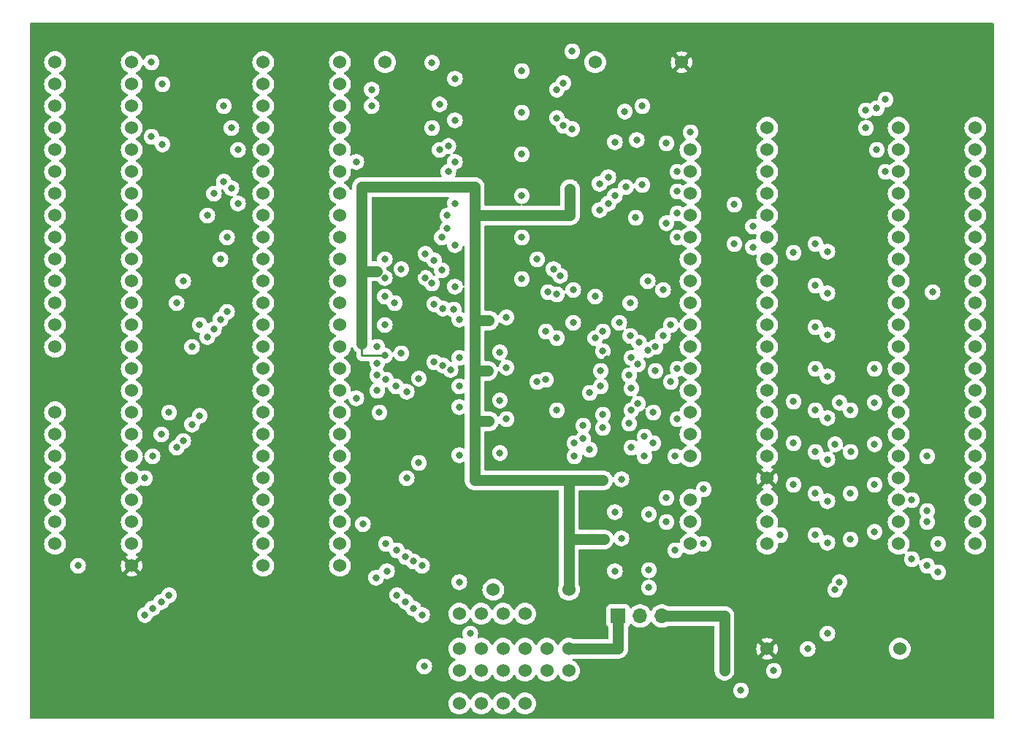
<source format=gbr>
%TF.GenerationSoftware,KiCad,Pcbnew,7.0.9*%
%TF.CreationDate,2024-08-31T17:15:55-06:00*%
%TF.ProjectId,Prototype1,50726f74-6f74-4797-9065-312e6b696361,rev?*%
%TF.SameCoordinates,Original*%
%TF.FileFunction,Copper,L3,Inr*%
%TF.FilePolarity,Positive*%
%FSLAX46Y46*%
G04 Gerber Fmt 4.6, Leading zero omitted, Abs format (unit mm)*
G04 Created by KiCad (PCBNEW 7.0.9) date 2024-08-31 17:15:55*
%MOMM*%
%LPD*%
G01*
G04 APERTURE LIST*
%TA.AperFunction,ComponentPad*%
%ADD10C,1.524000*%
%TD*%
%TA.AperFunction,ComponentPad*%
%ADD11R,1.700000X1.700000*%
%TD*%
%TA.AperFunction,ComponentPad*%
%ADD12O,1.700000X1.700000*%
%TD*%
%TA.AperFunction,ViaPad*%
%ADD13C,0.800000*%
%TD*%
%TA.AperFunction,Conductor*%
%ADD14C,0.254000*%
%TD*%
%TA.AperFunction,Conductor*%
%ADD15C,1.270000*%
%TD*%
G04 APERTURE END LIST*
D10*
%TO.N,_A2*%
%TO.C,TP71*%
X138430000Y-73660000D03*
%TD*%
%TO.N,P3*%
%TO.C,TP12*%
X179070000Y-83820000D03*
%TD*%
%TO.N,Net-(J3-JA8)*%
%TO.C,TP93*%
X154813000Y-109728000D03*
%TD*%
%TO.N,_SOD*%
%TO.C,TP65*%
X138430000Y-88900000D03*
%TD*%
%TO.N,_~{K0}*%
%TO.C,TP54*%
X105410000Y-88900000D03*
%TD*%
%TO.N,_P0*%
%TO.C,TP51*%
X105410000Y-76200000D03*
%TD*%
%TO.N,_CS1*%
%TO.C,TP68*%
X138430000Y-81280000D03*
%TD*%
%TO.N,_P3*%
%TO.C,TP50*%
X105410000Y-73660000D03*
%TD*%
%TO.N,_BCLKI*%
%TO.C,TP63*%
X138430000Y-93980000D03*
%TD*%
%TO.N,GND*%
%TO.C,TP84*%
X143665000Y-45720000D03*
%TD*%
%TO.N,_P5*%
%TO.C,TP48*%
X105410000Y-68580000D03*
%TD*%
%TO.N,_R{slash}W*%
%TO.C,TP69*%
X138430000Y-78740000D03*
%TD*%
%TO.N,P6*%
%TO.C,TP7*%
X179070000Y-71120000D03*
%TD*%
%TO.N,_~{IRQ}*%
%TO.C,TP66*%
X138430000Y-86360000D03*
%TD*%
%TO.N,~{K4}*%
%TO.C,TP17*%
X179070000Y-99060000D03*
%TD*%
%TO.N,_D6*%
%TO.C,TP42*%
X105410000Y-53340000D03*
%TD*%
D11*
%TO.N,3V3_A*%
%TO.C,J1*%
X170688000Y-109982000D03*
D12*
%TO.N,+3.3V*%
X173228000Y-109982000D03*
%TO.N,3V3_B*%
X175768000Y-109982000D03*
%TD*%
D10*
%TO.N,SOD*%
%TO.C,TP31*%
X212090000Y-83820000D03*
%TD*%
%TO.N,_D2*%
%TO.C,TP82*%
X138430000Y-45720000D03*
%TD*%
%TO.N,_D7*%
%TO.C,TP43*%
X105410000Y-55880000D03*
%TD*%
%TO.N,_AUDIO5*%
%TO.C,TP74*%
X138430000Y-66040000D03*
%TD*%
%TO.N,D7*%
%TO.C,TP5*%
X179070000Y-66040000D03*
%TD*%
%TO.N,+5V*%
%TO.C,TP87*%
X178054000Y-45720000D03*
%TD*%
%TO.N,D0*%
%TO.C,TP21*%
X212090000Y-58420000D03*
%TD*%
%TO.N,P2*%
%TO.C,TP11*%
X179070000Y-81280000D03*
%TD*%
%TO.N,~{KR2}*%
%TO.C,TP15*%
X179070000Y-91440000D03*
%TD*%
%TO.N,~{K5}*%
%TO.C,TP16*%
X179070000Y-96520000D03*
%TD*%
%TO.N,P5*%
%TO.C,TP10*%
X179070000Y-78740000D03*
%TD*%
%TO.N,D6*%
%TO.C,TP4*%
X179070000Y-63500000D03*
%TD*%
%TO.N,_~{K4}*%
%TO.C,TP58*%
X105410000Y-99060000D03*
%TD*%
%TO.N,D3*%
%TO.C,TP1*%
X179070000Y-55880000D03*
%TD*%
%TO.N,R{slash}W*%
%TO.C,TP27*%
X212090000Y-73660000D03*
%TD*%
%TO.N,A1*%
%TO.C,TP24*%
X212090000Y-66040000D03*
%TD*%
%TO.N,_A3*%
%TO.C,TP70*%
X138430000Y-76200000D03*
%TD*%
%TO.N,GND*%
%TO.C,TP86*%
X203327000Y-113792000D03*
%TD*%
%TO.N,Net-(J3-JA9)*%
%TO.C,TP92*%
X157353000Y-109728000D03*
%TD*%
%TO.N,P4*%
%TO.C,TP9*%
X179070000Y-76200000D03*
%TD*%
%TO.N,P1*%
%TO.C,TP14*%
X179070000Y-88900000D03*
%TD*%
%TO.N,D1*%
%TO.C,TP20*%
X212090000Y-55880000D03*
%TD*%
%TO.N,_D4*%
%TO.C,TP40*%
X105410000Y-48260000D03*
%TD*%
%TO.N,BCLK*%
%TO.C,TP33*%
X212090000Y-88900000D03*
%TD*%
%TO.N,_P7*%
%TO.C,TP46*%
X105410000Y-63500000D03*
%TD*%
%TO.N,~{K0}*%
%TO.C,TP36*%
X212090000Y-96520000D03*
%TD*%
%TO.N,_~{K2}*%
%TO.C,TP56*%
X105410000Y-93980000D03*
%TD*%
%TO.N,_~{KR2}*%
%TO.C,TP53*%
X105410000Y-86360000D03*
%TD*%
%TO.N,_~{K5}*%
%TO.C,TP59*%
X105410000Y-101600000D03*
%TD*%
%TO.N,~{K3}*%
%TO.C,TP18*%
X179070000Y-101600000D03*
%TD*%
%TO.N,P7*%
%TO.C,TP8*%
X179070000Y-73660000D03*
%TD*%
%TO.N,CS1*%
%TO.C,TP28*%
X212090000Y-76200000D03*
%TD*%
%TO.N,A0*%
%TO.C,TP23*%
X212090000Y-63500000D03*
%TD*%
%TO.N,_P2*%
%TO.C,TP49*%
X105410000Y-71120000D03*
%TD*%
%TO.N,D2*%
%TO.C,TP19*%
X212090000Y-53340000D03*
%TD*%
%TO.N,GND*%
%TO.C,TP83*%
X138430000Y-104140000D03*
%TD*%
%TO.N,_SID*%
%TO.C,TP60*%
X138430000Y-101600000D03*
%TD*%
%TO.N,_D5*%
%TO.C,TP41*%
X105410000Y-50800000D03*
%TD*%
%TO.N,_~{K1}*%
%TO.C,TP55*%
X105410000Y-91440000D03*
%TD*%
%TO.N,_D3*%
%TO.C,TP39*%
X105410000Y-45720000D03*
%TD*%
%TO.N,_~{KR1}*%
%TO.C,TP61*%
X138430000Y-99060000D03*
%TD*%
%TO.N,A3*%
%TO.C,TP26*%
X212090000Y-71120000D03*
%TD*%
%TO.N,~{IRQ}*%
%TO.C,TP30*%
X212090000Y-81280000D03*
%TD*%
%TO.N,+3.3V*%
%TO.C,TP90*%
X164973000Y-106934000D03*
%TD*%
%TO.N,_A1*%
%TO.C,TP72*%
X138430000Y-71120000D03*
%TD*%
%TO.N,OE*%
%TO.C,TP98*%
X152273000Y-109728000D03*
%TD*%
%TO.N,Net-(J3-JA3)*%
%TO.C,TP95*%
X157353000Y-120142000D03*
%TD*%
%TO.N,_BCLKO*%
%TO.C,TP62*%
X138430000Y-96520000D03*
%TD*%
%TO.N,~{CS0}*%
%TO.C,TP29*%
X212090000Y-78740000D03*
%TD*%
%TO.N,D5*%
%TO.C,TP3*%
X179070000Y-60960000D03*
%TD*%
%TO.N,D4*%
%TO.C,TP2*%
X179070000Y-58420000D03*
%TD*%
%TO.N,_AUDIO3*%
%TO.C,TP76*%
X138430000Y-60960000D03*
%TD*%
%TO.N,Net-(J3-JA2)*%
%TO.C,TP94*%
X154813000Y-120142000D03*
%TD*%
%TO.N,Net-(J3-JA10)*%
%TO.C,TP91*%
X159893000Y-109728000D03*
%TD*%
%TO.N,~{K1}*%
%TO.C,TP37*%
X212090000Y-99060000D03*
%TD*%
%TO.N,_P4*%
%TO.C,TP47*%
X105410000Y-66040000D03*
%TD*%
%TO.N,GND*%
%TO.C,J4*%
X187960000Y-53340000D03*
%TO.N,D3*%
X187960000Y-55880000D03*
%TO.N,D4*%
X187960000Y-58420000D03*
%TO.N,D5*%
X187960000Y-60960000D03*
%TO.N,D6*%
X187960000Y-63500000D03*
%TO.N,D7*%
X187960000Y-66040000D03*
%TO.N,PHI2*%
X187960000Y-68580000D03*
%TO.N,P6*%
X187960000Y-71120000D03*
%TO.N,P7*%
X187960000Y-73660000D03*
%TO.N,P4*%
X187960000Y-76200000D03*
%TO.N,P5*%
X187960000Y-78740000D03*
%TO.N,P2*%
X187960000Y-81280000D03*
%TO.N,P3*%
X187960000Y-83820000D03*
%TO.N,P0*%
X187960000Y-86360000D03*
%TO.N,P1*%
X187960000Y-88900000D03*
%TO.N,~{KR2}*%
X187960000Y-91440000D03*
%TO.N,+5V*%
X187960000Y-93980000D03*
%TO.N,~{K5}*%
X187960000Y-96520000D03*
%TO.N,~{K4}*%
X187960000Y-99060000D03*
%TO.N,~{K3}*%
X187960000Y-101600000D03*
%TO.N,~{K2}*%
X203200000Y-101600000D03*
%TO.N,~{K1}*%
X203200000Y-99060000D03*
%TO.N,~{K0}*%
X203200000Y-96520000D03*
%TO.N,SID*%
X203200000Y-93980000D03*
%TO.N,~{KR1}*%
X203200000Y-91440000D03*
%TO.N,BCLK*%
X203200000Y-88900000D03*
%TO.N,OCLK*%
X203200000Y-86360000D03*
%TO.N,SOD*%
X203200000Y-83820000D03*
%TO.N,~{IRQ}*%
X203200000Y-81280000D03*
%TO.N,~{CS0}*%
X203200000Y-78740000D03*
%TO.N,CS1*%
X203200000Y-76200000D03*
%TO.N,R{slash}W*%
X203200000Y-73660000D03*
%TO.N,A3*%
X203200000Y-71120000D03*
%TO.N,A2*%
X203200000Y-68580000D03*
%TO.N,A1*%
X203200000Y-66040000D03*
%TO.N,A0*%
X203200000Y-63500000D03*
%TO.N,AUDIO*%
X203200000Y-60960000D03*
%TO.N,D0*%
X203200000Y-58420000D03*
%TO.N,D1*%
X203200000Y-55880000D03*
%TO.N,D2*%
X203200000Y-53340000D03*
%TD*%
%TO.N,~{K2}*%
%TO.C,TP38*%
X212090000Y-101600000D03*
%TD*%
%TO.N,_AUDIO0*%
%TO.C,TP79*%
X138430000Y-53340000D03*
%TD*%
%TO.N,_AUDIO1*%
%TO.C,TP78*%
X138430000Y-55880000D03*
%TD*%
%TO.N,_D0*%
%TO.C,TP80*%
X138430000Y-50800000D03*
%TD*%
%TO.N,_DUMP*%
%TO.C,J3*%
X152273000Y-116332000D03*
%TO.N,Net-(J3-JA2)*%
X154813000Y-116332000D03*
%TO.N,Net-(J3-JA3)*%
X157353000Y-116332000D03*
%TO.N,Net-(J3-JA4)*%
X159893000Y-116332000D03*
%TO.N,GND*%
X162433000Y-116332000D03*
%TO.N,3V3_A*%
X164973000Y-116332000D03*
%TO.N,OE*%
X152273000Y-113792000D03*
%TO.N,Net-(J3-JA8)*%
X154813000Y-113792000D03*
%TO.N,Net-(J3-JA9)*%
X157353000Y-113792000D03*
%TO.N,Net-(J3-JA10)*%
X159893000Y-113792000D03*
%TO.N,GND*%
X162433000Y-113792000D03*
%TO.N,3V3_A*%
X164973000Y-113792000D03*
%TD*%
%TO.N,_AUDIO4*%
%TO.C,TP75*%
X138430000Y-63500000D03*
%TD*%
%TO.N,_~{K3}*%
%TO.C,TP57*%
X105410000Y-96520000D03*
%TD*%
%TO.N,SID*%
%TO.C,TP35*%
X212090000Y-93980000D03*
%TD*%
%TO.N,_AUDIO2*%
%TO.C,TP77*%
X138430000Y-58420000D03*
%TD*%
%TO.N,A2*%
%TO.C,TP25*%
X212090000Y-68580000D03*
%TD*%
%TO.N,+5V*%
%TO.C,TP88*%
X187960000Y-113792000D03*
%TD*%
%TO.N,~{KR1}*%
%TO.C,TP34*%
X212090000Y-91440000D03*
%TD*%
%TO.N,_A0*%
%TO.C,TP73*%
X138430000Y-68580000D03*
%TD*%
%TO.N,GND*%
%TO.C,TP85*%
X156210000Y-106934000D03*
%TD*%
%TO.N,_DUMP*%
%TO.C,TP97*%
X152273000Y-120142000D03*
%TD*%
%TO.N,AUDIO*%
%TO.C,TP22*%
X212090000Y-60960000D03*
%TD*%
%TO.N,_D3*%
%TO.C,J2*%
X114300000Y-45720000D03*
%TO.N,_D4*%
X114300000Y-48260000D03*
%TO.N,_D5*%
X114300000Y-50800000D03*
%TO.N,_D6*%
X114300000Y-53340000D03*
%TO.N,_D7*%
X114300000Y-55880000D03*
%TO.N,_PHI2*%
X114300000Y-58420000D03*
%TO.N,_P6*%
X114300000Y-60960000D03*
%TO.N,_P7*%
X114300000Y-63500000D03*
%TO.N,_P4*%
X114300000Y-66040000D03*
%TO.N,_P5*%
X114300000Y-68580000D03*
%TO.N,_P2*%
X114300000Y-71120000D03*
%TO.N,_P3*%
X114300000Y-73660000D03*
%TO.N,_P0*%
X114300000Y-76200000D03*
%TO.N,_P1*%
X114300000Y-78740000D03*
%TO.N,unconnected-(J2-AIN15-Pad15)*%
X114300000Y-81280000D03*
%TO.N,unconnected-(J2-AIN16-Pad16)*%
X114300000Y-83820000D03*
%TO.N,_~{KR2}*%
X114300000Y-86360000D03*
%TO.N,_~{K0}*%
X114300000Y-88900000D03*
%TO.N,_~{K1}*%
X114300000Y-91440000D03*
%TO.N,_~{K2}*%
X114300000Y-93980000D03*
%TO.N,_~{K3}*%
X114300000Y-96520000D03*
%TO.N,_~{K4}*%
X114300000Y-99060000D03*
%TO.N,_~{K5}*%
X114300000Y-101600000D03*
%TO.N,+5V*%
X114300000Y-104140000D03*
%TO.N,GND*%
X129540000Y-104140000D03*
%TO.N,_SID*%
X129540000Y-101600000D03*
%TO.N,_~{KR1}*%
X129540000Y-99060000D03*
%TO.N,_BCLKO*%
X129540000Y-96520000D03*
%TO.N,_BCLKI*%
X129540000Y-93980000D03*
%TO.N,_OCLK*%
X129540000Y-91440000D03*
%TO.N,_SOD*%
X129540000Y-88900000D03*
%TO.N,_~{IRQ}*%
X129540000Y-86360000D03*
%TO.N,_~{CS0}*%
X129540000Y-83820000D03*
%TO.N,_CS1*%
X129540000Y-81280000D03*
%TO.N,_R{slash}W*%
X129540000Y-78740000D03*
%TO.N,_A3*%
X129540000Y-76200000D03*
%TO.N,_A2*%
X129540000Y-73660000D03*
%TO.N,_A1*%
X129540000Y-71120000D03*
%TO.N,_A0*%
X129540000Y-68580000D03*
%TO.N,_AUDIO5*%
X129540000Y-66040000D03*
%TO.N,_AUDIO4*%
X129540000Y-63500000D03*
%TO.N,_AUDIO3*%
X129540000Y-60960000D03*
%TO.N,_AUDIO2*%
X129540000Y-58420000D03*
%TO.N,_AUDIO1*%
X129540000Y-55880000D03*
%TO.N,_AUDIO0*%
X129540000Y-53340000D03*
%TO.N,_D0*%
X129540000Y-50800000D03*
%TO.N,_D1*%
X129540000Y-48260000D03*
%TO.N,_D2*%
X129540000Y-45720000D03*
%TD*%
%TO.N,_P1*%
%TO.C,TP52*%
X105410000Y-78740000D03*
%TD*%
%TO.N,_OCLK*%
%TO.C,TP64*%
X138430000Y-91440000D03*
%TD*%
%TO.N,_D1*%
%TO.C,TP81*%
X138430000Y-48260000D03*
%TD*%
%TO.N,+3.3V*%
%TO.C,TP89*%
X168021000Y-45720000D03*
%TD*%
%TO.N,Net-(J3-JA4)*%
%TO.C,TP96*%
X159893000Y-120142000D03*
%TD*%
%TO.N,P0*%
%TO.C,TP13*%
X179070000Y-86360000D03*
%TD*%
%TO.N,_~{CS0}*%
%TO.C,TP67*%
X138430000Y-83820000D03*
%TD*%
%TO.N,PHI2*%
%TO.C,TP6*%
X179070000Y-68580000D03*
%TD*%
%TO.N,_PHI2*%
%TO.C,TP44*%
X105410000Y-58420000D03*
%TD*%
%TO.N,_P6*%
%TO.C,TP45*%
X105410000Y-60960000D03*
%TD*%
%TO.N,OCLK*%
%TO.C,TP32*%
X212090000Y-86360000D03*
%TD*%
D13*
%TO.N,+3.3V*%
X155702000Y-75692000D03*
X165100000Y-61468000D03*
X171577000Y-60198000D03*
X155575000Y-81534000D03*
X165100000Y-60452000D03*
X155702000Y-87376000D03*
X171450000Y-51435000D03*
X165100000Y-62484000D03*
X168910000Y-94234000D03*
X143637000Y-79756000D03*
X142748000Y-69977000D03*
X169037000Y-101092000D03*
%TO.N,GND*%
X172847000Y-54737000D03*
X171958000Y-87630000D03*
X173482000Y-50800000D03*
X197612000Y-86106000D03*
X151765000Y-47625000D03*
X156972000Y-79375000D03*
X172720000Y-63754000D03*
X197623000Y-90943000D03*
X108077000Y-104140000D03*
X188722000Y-116332000D03*
X171069000Y-94107000D03*
X193548000Y-81280000D03*
X193548000Y-90932000D03*
X197612000Y-101092000D03*
X193548000Y-100584000D03*
X157734000Y-75311000D03*
X192659000Y-113792000D03*
X170815000Y-75946000D03*
X148209000Y-115824000D03*
X170307000Y-104775000D03*
X151765000Y-66929000D03*
X157734000Y-87122000D03*
X170307000Y-97917000D03*
X171069000Y-100965000D03*
X151765000Y-57277000D03*
X151765000Y-71755000D03*
X144780000Y-73660000D03*
X145542000Y-79502000D03*
X172974000Y-85344000D03*
X171958000Y-82042000D03*
X151765000Y-62103000D03*
X145542000Y-69723000D03*
X173482000Y-59944000D03*
X193548000Y-86106000D03*
X144907000Y-83312000D03*
X197612000Y-95758000D03*
X156972000Y-91059000D03*
X157734000Y-81153000D03*
X172212000Y-90424000D03*
X193548000Y-71628000D03*
X151765000Y-52451000D03*
X172212000Y-80010000D03*
X184912000Y-118618000D03*
X193548000Y-66802000D03*
X193548000Y-76454000D03*
X156972000Y-84963000D03*
X193548000Y-95758000D03*
%TO.N,+5V*%
X173101000Y-94234000D03*
X175514000Y-51435000D03*
X169418000Y-90424000D03*
X169291000Y-85090000D03*
X173101000Y-101092000D03*
X159766000Y-75692000D03*
X159766000Y-81534000D03*
X159766000Y-87376000D03*
X169418000Y-80137000D03*
X147447000Y-69977000D03*
X175387000Y-60198000D03*
X147447000Y-79756000D03*
%TO.N,D3*%
X179070000Y-53848000D03*
%TO.N,D4*%
X177546000Y-60706000D03*
X177546000Y-58420000D03*
%TO.N,D7*%
X177546000Y-63246000D03*
X177546000Y-66040000D03*
%TO.N,PHI2*%
X161290000Y-82804000D03*
X161290000Y-68580000D03*
%TO.N,P6*%
X174117000Y-79121000D03*
X174117000Y-71120000D03*
X191008000Y-67818000D03*
%TO.N,P7*%
X172085000Y-73660000D03*
X172085000Y-77470000D03*
%TO.N,P4*%
X176784000Y-76200000D03*
X176784000Y-82804000D03*
%TO.N,P5*%
X175006000Y-78740000D03*
X168656000Y-81534000D03*
X175006000Y-81534000D03*
X168656000Y-83312000D03*
%TO.N,P2*%
X168910000Y-86614000D03*
X177546000Y-87122000D03*
X191008000Y-85090000D03*
X177546000Y-81280000D03*
X168910000Y-88138000D03*
%TO.N,P3*%
X191008000Y-89916000D03*
%TO.N,P0*%
X191008000Y-94742000D03*
X174752000Y-89916000D03*
X174752000Y-86360000D03*
%TO.N,P1*%
X189484000Y-100584000D03*
%TO.N,~{KR2}*%
X177292000Y-102362000D03*
X177292000Y-91440000D03*
%TO.N,~{K4}*%
X176276000Y-99060000D03*
X176276000Y-96266000D03*
%TO.N,~{K3}*%
X180594000Y-95250000D03*
X180594000Y-101600000D03*
%TO.N,~{K2}*%
X207772000Y-101600000D03*
X207772000Y-104902000D03*
%TO.N,~{K1}*%
X206502000Y-104140000D03*
X206502000Y-99060000D03*
%TO.N,~{K0}*%
X204724000Y-103378000D03*
X204724000Y-96520000D03*
%TO.N,SID*%
X147574000Y-92202000D03*
X147574000Y-82423000D03*
%TO.N,~{KR1}*%
X206502000Y-91440000D03*
X206502000Y-97790000D03*
%TO.N,BCLK*%
X200406000Y-100203000D03*
X168021000Y-72898000D03*
X207137000Y-72390000D03*
X168021000Y-77724000D03*
%TO.N,OCLK*%
X200406000Y-94742000D03*
%TO.N,SOD*%
X200406000Y-90043000D03*
%TO.N,~{IRQ}*%
X200406000Y-81280000D03*
X200406000Y-85217000D03*
%TO.N,~{CS0}*%
X151638000Y-74422000D03*
X151257000Y-81407000D03*
X175895000Y-72136000D03*
X175895000Y-77470000D03*
X165481000Y-75946000D03*
X165481000Y-72136000D03*
%TO.N,CS1*%
X150368000Y-74295000D03*
X150368000Y-80899000D03*
%TO.N,R{slash}W*%
X149352000Y-80518000D03*
X149352000Y-73787000D03*
%TO.N,A3*%
X163576000Y-72644000D03*
X163957000Y-70485000D03*
%TO.N,A2*%
X162560000Y-72390000D03*
X163195000Y-69723000D03*
%TO.N,A1*%
X149098000Y-71374000D03*
X186309000Y-67183000D03*
X186309000Y-64770000D03*
X149352000Y-68707000D03*
%TO.N,A0*%
X184150000Y-66802000D03*
X184150000Y-62230000D03*
X148336000Y-70739000D03*
X148336000Y-67945000D03*
%TO.N,AUDIO*%
X159512000Y-46736000D03*
X159512000Y-51562000D03*
X159512000Y-66040000D03*
X159512000Y-61214000D03*
X159512000Y-70866000D03*
X159512000Y-56388000D03*
%TO.N,D0*%
X201676000Y-50038000D03*
X201676000Y-58420000D03*
%TO.N,D1*%
X200660000Y-55880000D03*
X200660000Y-51054000D03*
%TO.N,D2*%
X199390000Y-53340000D03*
X199390000Y-51308000D03*
%TO.N,_D3*%
X116586000Y-54356000D03*
X116586000Y-45720000D03*
%TO.N,_D4*%
X117856000Y-48260000D03*
X170307000Y-54991000D03*
X117856000Y-55245000D03*
X170307000Y-61214000D03*
%TO.N,_D5*%
X169545000Y-62103000D03*
X124968000Y-59563000D03*
X124968000Y-50800000D03*
X169545000Y-59055000D03*
%TO.N,_D6*%
X168529000Y-62865000D03*
X125857000Y-53340000D03*
X125857000Y-60325000D03*
X168529000Y-59817000D03*
%TO.N,_D7*%
X126619000Y-62103000D03*
X126619000Y-55880000D03*
%TO.N,_PHI2*%
X140335000Y-84709000D03*
X140335000Y-57277000D03*
%TO.N,_P6*%
X123825000Y-76708000D03*
X123825000Y-60960000D03*
%TO.N,_P7*%
X123063000Y-77597000D03*
X123063000Y-63500000D03*
%TO.N,_P4*%
X125349000Y-66040000D03*
X125349000Y-74676000D03*
%TO.N,_P5*%
X124587000Y-68580000D03*
X124587000Y-75565000D03*
%TO.N,_P2*%
X120269000Y-89662000D03*
X120269000Y-71120000D03*
%TO.N,_P3*%
X119507000Y-73660000D03*
X119507000Y-90424000D03*
%TO.N,_P0*%
X122174000Y-86741000D03*
X122174000Y-76200000D03*
%TO.N,_P1*%
X121285000Y-87757000D03*
X121285000Y-78740000D03*
%TO.N,_~{KR2}*%
X118618000Y-86360000D03*
X145034000Y-107569000D03*
X145034000Y-102362000D03*
X118618000Y-107569000D03*
%TO.N,_~{K0}*%
X146050000Y-108331000D03*
X117729000Y-88900000D03*
X117729000Y-108331000D03*
X146050000Y-103124000D03*
%TO.N,_~{K1}*%
X146939000Y-103632000D03*
X146939000Y-109093000D03*
X116713000Y-109093000D03*
X116713000Y-91440000D03*
%TO.N,_~{K2}*%
X115824000Y-93980000D03*
X147955000Y-104140000D03*
X147955000Y-109855000D03*
X115824000Y-109855000D03*
%TO.N,_SID*%
X143764000Y-101600000D03*
X143764000Y-82550000D03*
%TO.N,_BCLKO*%
X141097000Y-99314000D03*
%TO.N,_BCLKI*%
X146177000Y-93980000D03*
X146177000Y-83947000D03*
%TO.N,_SOD*%
X195834000Y-106934000D03*
X195834000Y-90043000D03*
X142621000Y-105537000D03*
%TO.N,_~{IRQ}*%
X143891000Y-104775000D03*
X143002000Y-86360000D03*
X196342000Y-106045000D03*
X196342000Y-85217000D03*
%TO.N,_~{CS0}*%
X142748000Y-82042000D03*
X142748000Y-83820000D03*
%TO.N,_R{slash}W*%
X142748000Y-80645000D03*
X142748000Y-78740000D03*
%TO.N,_A3*%
X143637000Y-72898000D03*
X143637000Y-76200000D03*
%TO.N,_A0*%
X143637000Y-68580000D03*
X143637000Y-70739000D03*
%TO.N,_AUDIO5*%
X150241000Y-66040000D03*
X150241000Y-69850000D03*
%TO.N,_AUDIO4*%
X150876000Y-65024000D03*
X150876000Y-63500000D03*
%TO.N,_AUDIO2*%
X151003000Y-55438000D03*
X151003000Y-58420000D03*
%TO.N,_AUDIO1*%
X149987000Y-50612000D03*
X149987000Y-55880000D03*
%TO.N,_AUDIO0*%
X149098000Y-45786000D03*
X149098000Y-53340000D03*
%TO.N,_D0*%
X142113000Y-48895000D03*
X163576000Y-52197000D03*
X163576000Y-48895000D03*
X142113000Y-50800000D03*
%TO.N,_D1*%
X164338000Y-53086000D03*
X164338000Y-48133000D03*
%TO.N,_D2*%
X165354000Y-53467000D03*
X165354000Y-44450000D03*
%TO.N,_DUMP*%
X194945000Y-112014000D03*
X194945000Y-101473000D03*
X194945000Y-82169000D03*
X194945000Y-96647000D03*
X194945000Y-72517000D03*
X194945000Y-91821000D03*
X194945000Y-77343000D03*
X194945000Y-67691000D03*
X153543000Y-112014000D03*
X194945000Y-86995000D03*
%TO.N,OE*%
X152273000Y-91313000D03*
X152273000Y-106045000D03*
X174244000Y-104648000D03*
X174244000Y-98171000D03*
X152273000Y-80010000D03*
X174244000Y-106680000D03*
X176276000Y-55118000D03*
X176276000Y-64389000D03*
X152273000Y-85725000D03*
X152273000Y-75565000D03*
X152273000Y-83312000D03*
%TO.N,Net-(U8-B3)*%
X167386000Y-84074000D03*
X167386000Y-90678000D03*
%TO.N,Net-(U7-3Y)*%
X173736000Y-91440000D03*
X165608000Y-91440000D03*
X165608000Y-89916000D03*
X173736000Y-89154000D03*
%TO.N,Net-(U7-2Y)*%
X166624000Y-89408000D03*
X166624000Y-87884000D03*
%TO.N,Net-(U10-B3)*%
X168910000Y-76962000D03*
X168910000Y-79248000D03*
%TO.N,Net-(U10-B1)*%
X163576000Y-77724000D03*
X163576000Y-86106000D03*
X172212000Y-86106000D03*
X172212000Y-83566000D03*
%TO.N,Net-(U10-B0)*%
X162306000Y-76962000D03*
X162306000Y-82550000D03*
%TO.N,Net-(U11-3Y)*%
X172974000Y-80772000D03*
X173101000Y-78232000D03*
%TO.N,3V3_B*%
X183007000Y-116332000D03*
%TD*%
D14*
%TO.N,+3.3V*%
X143637000Y-79756000D02*
X140970000Y-79756000D01*
D15*
X154051000Y-87376000D02*
X154051000Y-81534000D01*
D14*
X140970000Y-79756000D02*
X140970000Y-78359000D01*
D15*
X165100000Y-63500000D02*
X154051000Y-63500000D01*
X154051000Y-81534000D02*
X154051000Y-75692000D01*
X154051000Y-94234000D02*
X154051000Y-87376000D01*
X140970000Y-60198000D02*
X140970000Y-69977000D01*
X165100000Y-60452000D02*
X165100000Y-63500000D01*
X164973000Y-101092000D02*
X164973000Y-94234000D01*
X154051000Y-75692000D02*
X154051000Y-63500000D01*
X154051000Y-75692000D02*
X155702000Y-75692000D01*
X164973000Y-101092000D02*
X169037000Y-101092000D01*
X154051000Y-81534000D02*
X155575000Y-81534000D01*
X140970000Y-69977000D02*
X140970000Y-78359000D01*
X154051000Y-60198000D02*
X140970000Y-60198000D01*
X154051000Y-63500000D02*
X154051000Y-60198000D01*
X164973000Y-94234000D02*
X168910000Y-94234000D01*
X154051000Y-87376000D02*
X155702000Y-87376000D01*
X142719762Y-69977000D02*
X142733881Y-69962881D01*
X140970000Y-69977000D02*
X142719762Y-69977000D01*
X164973000Y-106934000D02*
X164973000Y-101092000D01*
X164973000Y-94234000D02*
X154051000Y-94234000D01*
%TO.N,3V3_B*%
X183007000Y-109982000D02*
X175768000Y-109982000D01*
X183007000Y-116332000D02*
X183007000Y-109982000D01*
%TO.N,3V3_A*%
X170688000Y-113792000D02*
X170688000Y-109982000D01*
X164973000Y-113792000D02*
X170688000Y-113792000D01*
%TD*%
%TA.AperFunction,Conductor*%
%TO.N,+5V*%
G36*
X214191539Y-41168185D02*
G01*
X214237294Y-41220989D01*
X214248500Y-41272500D01*
X214248500Y-121795500D01*
X214228815Y-121862539D01*
X214176011Y-121908294D01*
X214124500Y-121919500D01*
X102613500Y-121919500D01*
X102546461Y-121899815D01*
X102500706Y-121847011D01*
X102489500Y-121795500D01*
X102489500Y-120142002D01*
X150997647Y-120142002D01*
X151017021Y-120363457D01*
X151017022Y-120363465D01*
X151074558Y-120578191D01*
X151074559Y-120578193D01*
X151074560Y-120578196D01*
X151090929Y-120613299D01*
X151168511Y-120779676D01*
X151168512Y-120779677D01*
X151296023Y-120961781D01*
X151453219Y-121118977D01*
X151635323Y-121246488D01*
X151836804Y-121340440D01*
X152051537Y-121397978D01*
X152209724Y-121411817D01*
X152272998Y-121417353D01*
X152273000Y-121417353D01*
X152273002Y-121417353D01*
X152328365Y-121412509D01*
X152494463Y-121397978D01*
X152709196Y-121340440D01*
X152910677Y-121246488D01*
X153092781Y-121118977D01*
X153249977Y-120961781D01*
X153377488Y-120779677D01*
X153430618Y-120665738D01*
X153476790Y-120613299D01*
X153543983Y-120594147D01*
X153610865Y-120614363D01*
X153655381Y-120665738D01*
X153708512Y-120779677D01*
X153836023Y-120961781D01*
X153993219Y-121118977D01*
X154175323Y-121246488D01*
X154376804Y-121340440D01*
X154591537Y-121397978D01*
X154749724Y-121411817D01*
X154812998Y-121417353D01*
X154813000Y-121417353D01*
X154813002Y-121417353D01*
X154868365Y-121412509D01*
X155034463Y-121397978D01*
X155249196Y-121340440D01*
X155450677Y-121246488D01*
X155632781Y-121118977D01*
X155789977Y-120961781D01*
X155917488Y-120779677D01*
X155970618Y-120665738D01*
X156016790Y-120613299D01*
X156083983Y-120594147D01*
X156150865Y-120614363D01*
X156195381Y-120665738D01*
X156248512Y-120779677D01*
X156376023Y-120961781D01*
X156533219Y-121118977D01*
X156715323Y-121246488D01*
X156916804Y-121340440D01*
X157131537Y-121397978D01*
X157289724Y-121411817D01*
X157352998Y-121417353D01*
X157353000Y-121417353D01*
X157353002Y-121417353D01*
X157408365Y-121412509D01*
X157574463Y-121397978D01*
X157789196Y-121340440D01*
X157990677Y-121246488D01*
X158172781Y-121118977D01*
X158329977Y-120961781D01*
X158457488Y-120779677D01*
X158510618Y-120665738D01*
X158556790Y-120613299D01*
X158623983Y-120594147D01*
X158690865Y-120614363D01*
X158735381Y-120665738D01*
X158788512Y-120779677D01*
X158916023Y-120961781D01*
X159073219Y-121118977D01*
X159255323Y-121246488D01*
X159456804Y-121340440D01*
X159671537Y-121397978D01*
X159829724Y-121411817D01*
X159892998Y-121417353D01*
X159893000Y-121417353D01*
X159893002Y-121417353D01*
X159948365Y-121412509D01*
X160114463Y-121397978D01*
X160329196Y-121340440D01*
X160530677Y-121246488D01*
X160712781Y-121118977D01*
X160869977Y-120961781D01*
X160997488Y-120779677D01*
X161091440Y-120578196D01*
X161148978Y-120363463D01*
X161168353Y-120142000D01*
X161148978Y-119920537D01*
X161091440Y-119705804D01*
X160997488Y-119504324D01*
X160997486Y-119504321D01*
X160997485Y-119504319D01*
X160869978Y-119322220D01*
X160844622Y-119296864D01*
X160712781Y-119165023D01*
X160530677Y-119037512D01*
X160530678Y-119037512D01*
X160530676Y-119037511D01*
X160427820Y-118989549D01*
X160329196Y-118943560D01*
X160329193Y-118943559D01*
X160329191Y-118943558D01*
X160114465Y-118886022D01*
X160114457Y-118886021D01*
X159893002Y-118866647D01*
X159892998Y-118866647D01*
X159671542Y-118886021D01*
X159671535Y-118886022D01*
X159456800Y-118943561D01*
X159255323Y-119037512D01*
X159255319Y-119037514D01*
X159073217Y-119165023D01*
X158916023Y-119322217D01*
X158788514Y-119504319D01*
X158788512Y-119504323D01*
X158735382Y-119618261D01*
X158689209Y-119670700D01*
X158622016Y-119689852D01*
X158555135Y-119669636D01*
X158510618Y-119618261D01*
X158501130Y-119597914D01*
X158457488Y-119504324D01*
X158457486Y-119504321D01*
X158457485Y-119504319D01*
X158329978Y-119322220D01*
X158304622Y-119296864D01*
X158172781Y-119165023D01*
X157990677Y-119037512D01*
X157990678Y-119037512D01*
X157990676Y-119037511D01*
X157887820Y-118989549D01*
X157789196Y-118943560D01*
X157789193Y-118943559D01*
X157789191Y-118943558D01*
X157574465Y-118886022D01*
X157574457Y-118886021D01*
X157353002Y-118866647D01*
X157352998Y-118866647D01*
X157131542Y-118886021D01*
X157131535Y-118886022D01*
X156916800Y-118943561D01*
X156715323Y-119037512D01*
X156715319Y-119037514D01*
X156533217Y-119165023D01*
X156376023Y-119322217D01*
X156248514Y-119504319D01*
X156248512Y-119504323D01*
X156195382Y-119618261D01*
X156149209Y-119670700D01*
X156082016Y-119689852D01*
X156015135Y-119669636D01*
X155970618Y-119618261D01*
X155961130Y-119597914D01*
X155917488Y-119504324D01*
X155917486Y-119504321D01*
X155917485Y-119504319D01*
X155789978Y-119322220D01*
X155764622Y-119296864D01*
X155632781Y-119165023D01*
X155450677Y-119037512D01*
X155450678Y-119037512D01*
X155450676Y-119037511D01*
X155347820Y-118989549D01*
X155249196Y-118943560D01*
X155249193Y-118943559D01*
X155249191Y-118943558D01*
X155034465Y-118886022D01*
X155034457Y-118886021D01*
X154813002Y-118866647D01*
X154812998Y-118866647D01*
X154591542Y-118886021D01*
X154591535Y-118886022D01*
X154376800Y-118943561D01*
X154175323Y-119037512D01*
X154175319Y-119037514D01*
X153993217Y-119165023D01*
X153836023Y-119322217D01*
X153708514Y-119504319D01*
X153708512Y-119504323D01*
X153655382Y-119618261D01*
X153609209Y-119670700D01*
X153542016Y-119689852D01*
X153475135Y-119669636D01*
X153430618Y-119618261D01*
X153421130Y-119597914D01*
X153377488Y-119504324D01*
X153377486Y-119504321D01*
X153377485Y-119504319D01*
X153249978Y-119322220D01*
X153224622Y-119296864D01*
X153092781Y-119165023D01*
X152910677Y-119037512D01*
X152910678Y-119037512D01*
X152910676Y-119037511D01*
X152807820Y-118989549D01*
X152709196Y-118943560D01*
X152709193Y-118943559D01*
X152709191Y-118943558D01*
X152494465Y-118886022D01*
X152494457Y-118886021D01*
X152273002Y-118866647D01*
X152272998Y-118866647D01*
X152051542Y-118886021D01*
X152051535Y-118886022D01*
X151836800Y-118943561D01*
X151635323Y-119037512D01*
X151635319Y-119037514D01*
X151453217Y-119165023D01*
X151296023Y-119322217D01*
X151168514Y-119504319D01*
X151168512Y-119504323D01*
X151074561Y-119705800D01*
X151017022Y-119920535D01*
X151017021Y-119920542D01*
X150997647Y-120141997D01*
X150997647Y-120142002D01*
X102489500Y-120142002D01*
X102489500Y-118618000D01*
X183998496Y-118618000D01*
X184018458Y-118807928D01*
X184018459Y-118807931D01*
X184077470Y-118989549D01*
X184077473Y-118989556D01*
X184172960Y-119154944D01*
X184300747Y-119296866D01*
X184455248Y-119409118D01*
X184629712Y-119486794D01*
X184816513Y-119526500D01*
X185007487Y-119526500D01*
X185194288Y-119486794D01*
X185368752Y-119409118D01*
X185523253Y-119296866D01*
X185651040Y-119154944D01*
X185746527Y-118989556D01*
X185805542Y-118807928D01*
X185825504Y-118618000D01*
X185805542Y-118428072D01*
X185746527Y-118246444D01*
X185651040Y-118081056D01*
X185523253Y-117939134D01*
X185368752Y-117826882D01*
X185194288Y-117749206D01*
X185194286Y-117749205D01*
X185007487Y-117709500D01*
X184816513Y-117709500D01*
X184629714Y-117749205D01*
X184455246Y-117826883D01*
X184300745Y-117939135D01*
X184172959Y-118081057D01*
X184077473Y-118246443D01*
X184077470Y-118246450D01*
X184018459Y-118428068D01*
X184018458Y-118428072D01*
X183998496Y-118618000D01*
X102489500Y-118618000D01*
X102489500Y-115824000D01*
X147295496Y-115824000D01*
X147315458Y-116013928D01*
X147315459Y-116013931D01*
X147374470Y-116195549D01*
X147374473Y-116195556D01*
X147469960Y-116360944D01*
X147597747Y-116502866D01*
X147752248Y-116615118D01*
X147926712Y-116692794D01*
X148113513Y-116732500D01*
X148304487Y-116732500D01*
X148491288Y-116692794D01*
X148665752Y-116615118D01*
X148820253Y-116502866D01*
X148948040Y-116360944D01*
X148964750Y-116332002D01*
X150997647Y-116332002D01*
X151017021Y-116553457D01*
X151017022Y-116553465D01*
X151074558Y-116768191D01*
X151074559Y-116768193D01*
X151074560Y-116768196D01*
X151090929Y-116803299D01*
X151168511Y-116969676D01*
X151168512Y-116969677D01*
X151296023Y-117151781D01*
X151453219Y-117308977D01*
X151635323Y-117436488D01*
X151836804Y-117530440D01*
X152051537Y-117587978D01*
X152209724Y-117601817D01*
X152272998Y-117607353D01*
X152273000Y-117607353D01*
X152273002Y-117607353D01*
X152328365Y-117602509D01*
X152494463Y-117587978D01*
X152709196Y-117530440D01*
X152910677Y-117436488D01*
X153092781Y-117308977D01*
X153249977Y-117151781D01*
X153377488Y-116969677D01*
X153430618Y-116855738D01*
X153476790Y-116803299D01*
X153543983Y-116784147D01*
X153610865Y-116804363D01*
X153655381Y-116855738D01*
X153676163Y-116900306D01*
X153693066Y-116936554D01*
X153708512Y-116969677D01*
X153836023Y-117151781D01*
X153993219Y-117308977D01*
X154175323Y-117436488D01*
X154376804Y-117530440D01*
X154591537Y-117587978D01*
X154749724Y-117601817D01*
X154812998Y-117607353D01*
X154813000Y-117607353D01*
X154813002Y-117607353D01*
X154868365Y-117602509D01*
X155034463Y-117587978D01*
X155249196Y-117530440D01*
X155450677Y-117436488D01*
X155632781Y-117308977D01*
X155789977Y-117151781D01*
X155917488Y-116969677D01*
X155970618Y-116855738D01*
X156016790Y-116803299D01*
X156083983Y-116784147D01*
X156150865Y-116804363D01*
X156195381Y-116855738D01*
X156216163Y-116900306D01*
X156233066Y-116936554D01*
X156248512Y-116969677D01*
X156376023Y-117151781D01*
X156533219Y-117308977D01*
X156715323Y-117436488D01*
X156916804Y-117530440D01*
X157131537Y-117587978D01*
X157289724Y-117601817D01*
X157352998Y-117607353D01*
X157353000Y-117607353D01*
X157353002Y-117607353D01*
X157408365Y-117602509D01*
X157574463Y-117587978D01*
X157789196Y-117530440D01*
X157990677Y-117436488D01*
X158172781Y-117308977D01*
X158329977Y-117151781D01*
X158457488Y-116969677D01*
X158510618Y-116855738D01*
X158556790Y-116803299D01*
X158623983Y-116784147D01*
X158690865Y-116804363D01*
X158735381Y-116855738D01*
X158756163Y-116900306D01*
X158773066Y-116936554D01*
X158788512Y-116969677D01*
X158916023Y-117151781D01*
X159073219Y-117308977D01*
X159255323Y-117436488D01*
X159456804Y-117530440D01*
X159671537Y-117587978D01*
X159829724Y-117601817D01*
X159892998Y-117607353D01*
X159893000Y-117607353D01*
X159893002Y-117607353D01*
X159948365Y-117602509D01*
X160114463Y-117587978D01*
X160329196Y-117530440D01*
X160530677Y-117436488D01*
X160712781Y-117308977D01*
X160869977Y-117151781D01*
X160997488Y-116969677D01*
X161050618Y-116855738D01*
X161096790Y-116803299D01*
X161163983Y-116784147D01*
X161230865Y-116804363D01*
X161275381Y-116855738D01*
X161296163Y-116900306D01*
X161313066Y-116936554D01*
X161328512Y-116969677D01*
X161456023Y-117151781D01*
X161613219Y-117308977D01*
X161795323Y-117436488D01*
X161996804Y-117530440D01*
X162211537Y-117587978D01*
X162369724Y-117601817D01*
X162432998Y-117607353D01*
X162433000Y-117607353D01*
X162433002Y-117607353D01*
X162488365Y-117602509D01*
X162654463Y-117587978D01*
X162869196Y-117530440D01*
X163070677Y-117436488D01*
X163252781Y-117308977D01*
X163409977Y-117151781D01*
X163537488Y-116969677D01*
X163590618Y-116855738D01*
X163636790Y-116803299D01*
X163703983Y-116784147D01*
X163770865Y-116804363D01*
X163815381Y-116855738D01*
X163836163Y-116900306D01*
X163853066Y-116936554D01*
X163868512Y-116969677D01*
X163996023Y-117151781D01*
X164153219Y-117308977D01*
X164335323Y-117436488D01*
X164536804Y-117530440D01*
X164751537Y-117587978D01*
X164909724Y-117601817D01*
X164972998Y-117607353D01*
X164973000Y-117607353D01*
X164973002Y-117607353D01*
X165028365Y-117602509D01*
X165194463Y-117587978D01*
X165409196Y-117530440D01*
X165610677Y-117436488D01*
X165792781Y-117308977D01*
X165949977Y-117151781D01*
X166077488Y-116969677D01*
X166171440Y-116768196D01*
X166228978Y-116553463D01*
X166248353Y-116332000D01*
X166228978Y-116110537D01*
X166171440Y-115895804D01*
X166077488Y-115694324D01*
X166077486Y-115694321D01*
X166077485Y-115694319D01*
X165949978Y-115512220D01*
X165890201Y-115452443D01*
X165792781Y-115355023D01*
X165610677Y-115227512D01*
X165496738Y-115174381D01*
X165444299Y-115128210D01*
X165425147Y-115061017D01*
X165445363Y-114994135D01*
X165496742Y-114949616D01*
X165502107Y-114947114D01*
X165554505Y-114935500D01*
X170793961Y-114935500D01*
X170843344Y-114926267D01*
X170848996Y-114925479D01*
X170899018Y-114920845D01*
X170947346Y-114907093D01*
X170952865Y-114905795D01*
X171002274Y-114896560D01*
X171049112Y-114878414D01*
X171054537Y-114876595D01*
X171102850Y-114862850D01*
X171147827Y-114840453D01*
X171153039Y-114838152D01*
X171199885Y-114820005D01*
X171242593Y-114793559D01*
X171247573Y-114790785D01*
X171292554Y-114768389D01*
X171332656Y-114738103D01*
X171337345Y-114734891D01*
X171380065Y-114708442D01*
X171417201Y-114674587D01*
X171421579Y-114670952D01*
X171461671Y-114640677D01*
X171495521Y-114603544D01*
X171499544Y-114599521D01*
X171536677Y-114565671D01*
X171566952Y-114525579D01*
X171570587Y-114521201D01*
X171604442Y-114484065D01*
X171630891Y-114441345D01*
X171634103Y-114436656D01*
X171664389Y-114396554D01*
X171686785Y-114351573D01*
X171689563Y-114346588D01*
X171716005Y-114303885D01*
X171734152Y-114257039D01*
X171736453Y-114251827D01*
X171758850Y-114206850D01*
X171772595Y-114158537D01*
X171774414Y-114153112D01*
X171784108Y-114128090D01*
X171792560Y-114106274D01*
X171801795Y-114056865D01*
X171803093Y-114051346D01*
X171816845Y-114003018D01*
X171821479Y-113952996D01*
X171822267Y-113947344D01*
X171831500Y-113897961D01*
X171831500Y-113686039D01*
X171831500Y-111309553D01*
X171851185Y-111242514D01*
X171881192Y-111210284D01*
X171897617Y-111197989D01*
X171901261Y-111195261D01*
X171988889Y-111078204D01*
X172034138Y-110956887D01*
X172076009Y-110900956D01*
X172141474Y-110876539D01*
X172209746Y-110891391D01*
X172241545Y-110916236D01*
X172304760Y-110984906D01*
X172482424Y-111123189D01*
X172482425Y-111123189D01*
X172482427Y-111123191D01*
X172486694Y-111125500D01*
X172680426Y-111230342D01*
X172893365Y-111303444D01*
X173115431Y-111340500D01*
X173340569Y-111340500D01*
X173562635Y-111303444D01*
X173775574Y-111230342D01*
X173973576Y-111123189D01*
X174151240Y-110984906D01*
X174303722Y-110819268D01*
X174394193Y-110680790D01*
X174447338Y-110635437D01*
X174516569Y-110626013D01*
X174579905Y-110655515D01*
X174601804Y-110680787D01*
X174692278Y-110819268D01*
X174692283Y-110819273D01*
X174692284Y-110819276D01*
X174844756Y-110984902D01*
X174844760Y-110984906D01*
X175022424Y-111123189D01*
X175022425Y-111123189D01*
X175022427Y-111123191D01*
X175026694Y-111125500D01*
X175220426Y-111230342D01*
X175433365Y-111303444D01*
X175655431Y-111340500D01*
X175880569Y-111340500D01*
X176102635Y-111303444D01*
X176315574Y-111230342D01*
X176481690Y-111140445D01*
X176540707Y-111125500D01*
X181739500Y-111125500D01*
X181806539Y-111145185D01*
X181852294Y-111197989D01*
X181863500Y-111249500D01*
X181863500Y-116384865D01*
X181878154Y-116543013D01*
X181878154Y-116543015D01*
X181878155Y-116543018D01*
X181898669Y-116615116D01*
X181936151Y-116746853D01*
X182030611Y-116936554D01*
X182158324Y-117105673D01*
X182293052Y-117228493D01*
X182314935Y-117248442D01*
X182495115Y-117360005D01*
X182692726Y-117436560D01*
X182901039Y-117475500D01*
X182901042Y-117475500D01*
X183112958Y-117475500D01*
X183112961Y-117475500D01*
X183321274Y-117436560D01*
X183518885Y-117360005D01*
X183699065Y-117248442D01*
X183855677Y-117105671D01*
X183983389Y-116936554D01*
X184077850Y-116746850D01*
X184135845Y-116543018D01*
X184150500Y-116384868D01*
X184150500Y-116332000D01*
X187808496Y-116332000D01*
X187828458Y-116521928D01*
X187828459Y-116521931D01*
X187887470Y-116703549D01*
X187887473Y-116703556D01*
X187982960Y-116868944D01*
X188110747Y-117010866D01*
X188265248Y-117123118D01*
X188439712Y-117200794D01*
X188626513Y-117240500D01*
X188817487Y-117240500D01*
X189004288Y-117200794D01*
X189178752Y-117123118D01*
X189333253Y-117010866D01*
X189461040Y-116868944D01*
X189556527Y-116703556D01*
X189615542Y-116521928D01*
X189635504Y-116332000D01*
X189615542Y-116142072D01*
X189556527Y-115960444D01*
X189461040Y-115795056D01*
X189333253Y-115653134D01*
X189178752Y-115540882D01*
X189004288Y-115463206D01*
X189004286Y-115463205D01*
X188817487Y-115423500D01*
X188626513Y-115423500D01*
X188439714Y-115463205D01*
X188439712Y-115463206D01*
X188329627Y-115512219D01*
X188265246Y-115540883D01*
X188110745Y-115653135D01*
X187982959Y-115795057D01*
X187887473Y-115960443D01*
X187887470Y-115960450D01*
X187828459Y-116142068D01*
X187828458Y-116142072D01*
X187808496Y-116332000D01*
X184150500Y-116332000D01*
X184150500Y-113792000D01*
X186693179Y-113792000D01*
X186712424Y-114011976D01*
X186712426Y-114011986D01*
X186769575Y-114225270D01*
X186769580Y-114225284D01*
X186862899Y-114425407D01*
X186862900Y-114425409D01*
X186908258Y-114490187D01*
X187470477Y-113927968D01*
X187493155Y-114005201D01*
X187572131Y-114128090D01*
X187682530Y-114223752D01*
X187815408Y-114284435D01*
X187820400Y-114285152D01*
X187261811Y-114843741D01*
X187326582Y-114889094D01*
X187326592Y-114889100D01*
X187526715Y-114982419D01*
X187526729Y-114982424D01*
X187740013Y-115039573D01*
X187740023Y-115039575D01*
X187959999Y-115058821D01*
X187960001Y-115058821D01*
X188179976Y-115039575D01*
X188179986Y-115039573D01*
X188393270Y-114982424D01*
X188393284Y-114982419D01*
X188593408Y-114889100D01*
X188593420Y-114889093D01*
X188658186Y-114843742D01*
X188658187Y-114843740D01*
X188099600Y-114285152D01*
X188104592Y-114284435D01*
X188237470Y-114223752D01*
X188347869Y-114128090D01*
X188426845Y-114005201D01*
X188449522Y-113927969D01*
X189011740Y-114490187D01*
X189011742Y-114490186D01*
X189057093Y-114425420D01*
X189057100Y-114425408D01*
X189150419Y-114225284D01*
X189150424Y-114225270D01*
X189207573Y-114011986D01*
X189207575Y-114011976D01*
X189226821Y-113792000D01*
X191745496Y-113792000D01*
X191765458Y-113981928D01*
X191765459Y-113981931D01*
X191824470Y-114163549D01*
X191824473Y-114163556D01*
X191919960Y-114328944D01*
X192047747Y-114470866D01*
X192202248Y-114583118D01*
X192376712Y-114660794D01*
X192563513Y-114700500D01*
X192754487Y-114700500D01*
X192941288Y-114660794D01*
X193115752Y-114583118D01*
X193270253Y-114470866D01*
X193398040Y-114328944D01*
X193493527Y-114163556D01*
X193552542Y-113981928D01*
X193572504Y-113792002D01*
X202051647Y-113792002D01*
X202071021Y-114013457D01*
X202071022Y-114013465D01*
X202128558Y-114228191D01*
X202128559Y-114228193D01*
X202128560Y-114228196D01*
X202163854Y-114303885D01*
X202222511Y-114429676D01*
X202248014Y-114466097D01*
X202350023Y-114611781D01*
X202507219Y-114768977D01*
X202689323Y-114896488D01*
X202890804Y-114990440D01*
X203105537Y-115047978D01*
X203263724Y-115061817D01*
X203326998Y-115067353D01*
X203327000Y-115067353D01*
X203327002Y-115067353D01*
X203382365Y-115062509D01*
X203548463Y-115047978D01*
X203763196Y-114990440D01*
X203964677Y-114896488D01*
X204146781Y-114768977D01*
X204303977Y-114611781D01*
X204431488Y-114429677D01*
X204525440Y-114228196D01*
X204582978Y-114013463D01*
X204602353Y-113792000D01*
X204582978Y-113570537D01*
X204525440Y-113355804D01*
X204431488Y-113154324D01*
X204431486Y-113154321D01*
X204431485Y-113154319D01*
X204303978Y-112972220D01*
X204254258Y-112922500D01*
X204146781Y-112815023D01*
X204006677Y-112716921D01*
X203964676Y-112687511D01*
X203856100Y-112636882D01*
X203763196Y-112593560D01*
X203763193Y-112593559D01*
X203763191Y-112593558D01*
X203548465Y-112536022D01*
X203548457Y-112536021D01*
X203327002Y-112516647D01*
X203326998Y-112516647D01*
X203105542Y-112536021D01*
X203105535Y-112536022D01*
X202890800Y-112593561D01*
X202689323Y-112687512D01*
X202689319Y-112687514D01*
X202507217Y-112815023D01*
X202350023Y-112972217D01*
X202222514Y-113154319D01*
X202222512Y-113154323D01*
X202128561Y-113355800D01*
X202071022Y-113570535D01*
X202071021Y-113570542D01*
X202051647Y-113791997D01*
X202051647Y-113792002D01*
X193572504Y-113792002D01*
X193572504Y-113792000D01*
X193552542Y-113602072D01*
X193493527Y-113420444D01*
X193398040Y-113255056D01*
X193270253Y-113113134D01*
X193115752Y-113000882D01*
X192941288Y-112923206D01*
X192941286Y-112923205D01*
X192754487Y-112883500D01*
X192563513Y-112883500D01*
X192376714Y-112923205D01*
X192376712Y-112923206D01*
X192266627Y-112972219D01*
X192202246Y-113000883D01*
X192047745Y-113113135D01*
X191919959Y-113255057D01*
X191824473Y-113420443D01*
X191824470Y-113420450D01*
X191773020Y-113578799D01*
X191765458Y-113602072D01*
X191745496Y-113792000D01*
X189226821Y-113792000D01*
X189226821Y-113791999D01*
X189207575Y-113572023D01*
X189207573Y-113572013D01*
X189150424Y-113358729D01*
X189150420Y-113358720D01*
X189057098Y-113158590D01*
X189011740Y-113093811D01*
X188449521Y-113656029D01*
X188426845Y-113578799D01*
X188347869Y-113455910D01*
X188237470Y-113360248D01*
X188104592Y-113299565D01*
X188099599Y-113298847D01*
X188658187Y-112740258D01*
X188593409Y-112694900D01*
X188593407Y-112694899D01*
X188393284Y-112601580D01*
X188393270Y-112601575D01*
X188179986Y-112544426D01*
X188179976Y-112544424D01*
X187960001Y-112525179D01*
X187959999Y-112525179D01*
X187740023Y-112544424D01*
X187740013Y-112544426D01*
X187526729Y-112601575D01*
X187526720Y-112601579D01*
X187326586Y-112694903D01*
X187261812Y-112740257D01*
X187261811Y-112740258D01*
X187820400Y-113298847D01*
X187815408Y-113299565D01*
X187682530Y-113360248D01*
X187572131Y-113455910D01*
X187493155Y-113578799D01*
X187470477Y-113656030D01*
X186908258Y-113093811D01*
X186908257Y-113093812D01*
X186862903Y-113158586D01*
X186769579Y-113358720D01*
X186769575Y-113358729D01*
X186712426Y-113572013D01*
X186712424Y-113572023D01*
X186693179Y-113791999D01*
X186693179Y-113792000D01*
X184150500Y-113792000D01*
X184150500Y-112014000D01*
X194031496Y-112014000D01*
X194051458Y-112203928D01*
X194051459Y-112203931D01*
X194110470Y-112385549D01*
X194110473Y-112385556D01*
X194205960Y-112550944D01*
X194333747Y-112692866D01*
X194488248Y-112805118D01*
X194662712Y-112882794D01*
X194849513Y-112922500D01*
X195040487Y-112922500D01*
X195227288Y-112882794D01*
X195401752Y-112805118D01*
X195556253Y-112692866D01*
X195684040Y-112550944D01*
X195779527Y-112385556D01*
X195838542Y-112203928D01*
X195858504Y-112014000D01*
X195838542Y-111824072D01*
X195779527Y-111642444D01*
X195684040Y-111477056D01*
X195556253Y-111335134D01*
X195401752Y-111222882D01*
X195227288Y-111145206D01*
X195227286Y-111145205D01*
X195040487Y-111105500D01*
X194849513Y-111105500D01*
X194662714Y-111145205D01*
X194488246Y-111222883D01*
X194333745Y-111335135D01*
X194205959Y-111477057D01*
X194110473Y-111642443D01*
X194110470Y-111642450D01*
X194051459Y-111824068D01*
X194051458Y-111824072D01*
X194031496Y-112014000D01*
X184150500Y-112014000D01*
X184150500Y-109929132D01*
X184150500Y-109876039D01*
X184141267Y-109826651D01*
X184140479Y-109821005D01*
X184135845Y-109770982D01*
X184123616Y-109728002D01*
X184122102Y-109722680D01*
X184120790Y-109717102D01*
X184118210Y-109703302D01*
X184111560Y-109667726D01*
X184093416Y-109620892D01*
X184091594Y-109615458D01*
X184077850Y-109567150D01*
X184055456Y-109522178D01*
X184053147Y-109516947D01*
X184049116Y-109506542D01*
X184035005Y-109470115D01*
X184008559Y-109427405D01*
X184005779Y-109422412D01*
X183983388Y-109377444D01*
X183953116Y-109337359D01*
X183949887Y-109332646D01*
X183923442Y-109289935D01*
X183889607Y-109252819D01*
X183885947Y-109248412D01*
X183855680Y-109208333D01*
X183855675Y-109208327D01*
X183835443Y-109189883D01*
X183818556Y-109174488D01*
X183814521Y-109170454D01*
X183780671Y-109133323D01*
X183780666Y-109133319D01*
X183780665Y-109133318D01*
X183740594Y-109103057D01*
X183736187Y-109099398D01*
X183699067Y-109065559D01*
X183699063Y-109065556D01*
X183656362Y-109039116D01*
X183651636Y-109035879D01*
X183611553Y-109005610D01*
X183566598Y-108983225D01*
X183561593Y-108980437D01*
X183518884Y-108953994D01*
X183518881Y-108953993D01*
X183472050Y-108935851D01*
X183466808Y-108933536D01*
X183421851Y-108911150D01*
X183421846Y-108911148D01*
X183373552Y-108897408D01*
X183368121Y-108895587D01*
X183327132Y-108879709D01*
X183321274Y-108877440D01*
X183321270Y-108877439D01*
X183321266Y-108877438D01*
X183271894Y-108868208D01*
X183266320Y-108866897D01*
X183218018Y-108853155D01*
X183168006Y-108848520D01*
X183162336Y-108847729D01*
X183112962Y-108838500D01*
X183112961Y-108838500D01*
X183059868Y-108838500D01*
X176540707Y-108838500D01*
X176481690Y-108823555D01*
X176315580Y-108733661D01*
X176315577Y-108733659D01*
X176315574Y-108733658D01*
X176315571Y-108733657D01*
X176315569Y-108733656D01*
X176102637Y-108660556D01*
X175880569Y-108623500D01*
X175655431Y-108623500D01*
X175433362Y-108660556D01*
X175220430Y-108733656D01*
X175220419Y-108733661D01*
X175022427Y-108840808D01*
X175022422Y-108840812D01*
X174844761Y-108979092D01*
X174844756Y-108979097D01*
X174692284Y-109144723D01*
X174692276Y-109144734D01*
X174601808Y-109283206D01*
X174548662Y-109328562D01*
X174479431Y-109337986D01*
X174416095Y-109308484D01*
X174394192Y-109283206D01*
X174336286Y-109194576D01*
X174303722Y-109144732D01*
X174303719Y-109144729D01*
X174303715Y-109144723D01*
X174151243Y-108979097D01*
X174151238Y-108979092D01*
X174008436Y-108867944D01*
X173973576Y-108840811D01*
X173973575Y-108840810D01*
X173973572Y-108840808D01*
X173775580Y-108733661D01*
X173775577Y-108733659D01*
X173775574Y-108733658D01*
X173775571Y-108733657D01*
X173775569Y-108733656D01*
X173562637Y-108660556D01*
X173340569Y-108623500D01*
X173115431Y-108623500D01*
X172893362Y-108660556D01*
X172680430Y-108733656D01*
X172680419Y-108733661D01*
X172482427Y-108840808D01*
X172482422Y-108840812D01*
X172304761Y-108979092D01*
X172241548Y-109047760D01*
X172181661Y-109083750D01*
X172111823Y-109081649D01*
X172054207Y-109042124D01*
X172034138Y-109007110D01*
X171988889Y-108885796D01*
X171988888Y-108885795D01*
X171901261Y-108768739D01*
X171784204Y-108681111D01*
X171647203Y-108630011D01*
X171586654Y-108623500D01*
X171586638Y-108623500D01*
X169789362Y-108623500D01*
X169789345Y-108623500D01*
X169728797Y-108630011D01*
X169728795Y-108630011D01*
X169591795Y-108681111D01*
X169474739Y-108768739D01*
X169387111Y-108885795D01*
X169336011Y-109022795D01*
X169336011Y-109022797D01*
X169329500Y-109083345D01*
X169329500Y-110880654D01*
X169336011Y-110941202D01*
X169336011Y-110941204D01*
X169387111Y-111078204D01*
X169474739Y-111195261D01*
X169474740Y-111195262D01*
X169474741Y-111195263D01*
X169494808Y-111210284D01*
X169536681Y-111266217D01*
X169544500Y-111309553D01*
X169544500Y-112524500D01*
X169524815Y-112591539D01*
X169472011Y-112637294D01*
X169420500Y-112648500D01*
X165554505Y-112648500D01*
X165502100Y-112636882D01*
X165409196Y-112593560D01*
X165409193Y-112593559D01*
X165409191Y-112593558D01*
X165194465Y-112536022D01*
X165194457Y-112536021D01*
X164973002Y-112516647D01*
X164972998Y-112516647D01*
X164751542Y-112536021D01*
X164751535Y-112536022D01*
X164536800Y-112593561D01*
X164335323Y-112687512D01*
X164335319Y-112687514D01*
X164153217Y-112815023D01*
X163996023Y-112972217D01*
X163868514Y-113154319D01*
X163868512Y-113154323D01*
X163815382Y-113268261D01*
X163769209Y-113320700D01*
X163702016Y-113339852D01*
X163635135Y-113319636D01*
X163590618Y-113268261D01*
X163539475Y-113158586D01*
X163537488Y-113154324D01*
X163537486Y-113154321D01*
X163537485Y-113154319D01*
X163409978Y-112972220D01*
X163360258Y-112922500D01*
X163252781Y-112815023D01*
X163112677Y-112716921D01*
X163070676Y-112687511D01*
X162962100Y-112636882D01*
X162869196Y-112593560D01*
X162869193Y-112593559D01*
X162869191Y-112593558D01*
X162654465Y-112536022D01*
X162654457Y-112536021D01*
X162433002Y-112516647D01*
X162432998Y-112516647D01*
X162211542Y-112536021D01*
X162211535Y-112536022D01*
X161996800Y-112593561D01*
X161795323Y-112687512D01*
X161795319Y-112687514D01*
X161613217Y-112815023D01*
X161456023Y-112972217D01*
X161328514Y-113154319D01*
X161328512Y-113154323D01*
X161275382Y-113268261D01*
X161229209Y-113320700D01*
X161162016Y-113339852D01*
X161095135Y-113319636D01*
X161050618Y-113268261D01*
X160999475Y-113158586D01*
X160997488Y-113154324D01*
X160997486Y-113154321D01*
X160997485Y-113154319D01*
X160869978Y-112972220D01*
X160820258Y-112922500D01*
X160712781Y-112815023D01*
X160572677Y-112716921D01*
X160530676Y-112687511D01*
X160422100Y-112636882D01*
X160329196Y-112593560D01*
X160329193Y-112593559D01*
X160329191Y-112593558D01*
X160114465Y-112536022D01*
X160114457Y-112536021D01*
X159893002Y-112516647D01*
X159892998Y-112516647D01*
X159671542Y-112536021D01*
X159671535Y-112536022D01*
X159456800Y-112593561D01*
X159255323Y-112687512D01*
X159255319Y-112687514D01*
X159073217Y-112815023D01*
X158916023Y-112972217D01*
X158788514Y-113154319D01*
X158788512Y-113154323D01*
X158735382Y-113268261D01*
X158689209Y-113320700D01*
X158622016Y-113339852D01*
X158555135Y-113319636D01*
X158510618Y-113268261D01*
X158459475Y-113158586D01*
X158457488Y-113154324D01*
X158457486Y-113154321D01*
X158457485Y-113154319D01*
X158329978Y-112972220D01*
X158280258Y-112922500D01*
X158172781Y-112815023D01*
X158032677Y-112716921D01*
X157990676Y-112687511D01*
X157882100Y-112636882D01*
X157789196Y-112593560D01*
X157789193Y-112593559D01*
X157789191Y-112593558D01*
X157574465Y-112536022D01*
X157574457Y-112536021D01*
X157353002Y-112516647D01*
X157352998Y-112516647D01*
X157131542Y-112536021D01*
X157131535Y-112536022D01*
X156916800Y-112593561D01*
X156715323Y-112687512D01*
X156715319Y-112687514D01*
X156533217Y-112815023D01*
X156376023Y-112972217D01*
X156248514Y-113154319D01*
X156248512Y-113154323D01*
X156195382Y-113268261D01*
X156149209Y-113320700D01*
X156082016Y-113339852D01*
X156015135Y-113319636D01*
X155970618Y-113268261D01*
X155919475Y-113158586D01*
X155917488Y-113154324D01*
X155917486Y-113154321D01*
X155917485Y-113154319D01*
X155789978Y-112972220D01*
X155740258Y-112922500D01*
X155632781Y-112815023D01*
X155492677Y-112716921D01*
X155450676Y-112687511D01*
X155342100Y-112636882D01*
X155249196Y-112593560D01*
X155249193Y-112593559D01*
X155249191Y-112593558D01*
X155034465Y-112536022D01*
X155034457Y-112536021D01*
X154813002Y-112516647D01*
X154812998Y-112516647D01*
X154591542Y-112536021D01*
X154591531Y-112536023D01*
X154523583Y-112554230D01*
X154453733Y-112552567D01*
X154395871Y-112513404D01*
X154368367Y-112449176D01*
X154376978Y-112392211D01*
X154375519Y-112391737D01*
X154390888Y-112344434D01*
X154436542Y-112203928D01*
X154456504Y-112014000D01*
X154436542Y-111824072D01*
X154377527Y-111642444D01*
X154282040Y-111477056D01*
X154154253Y-111335134D01*
X153999752Y-111222882D01*
X153825288Y-111145206D01*
X153825286Y-111145205D01*
X153638487Y-111105500D01*
X153447513Y-111105500D01*
X153260714Y-111145205D01*
X153086246Y-111222883D01*
X152931745Y-111335135D01*
X152803959Y-111477057D01*
X152708473Y-111642443D01*
X152708470Y-111642450D01*
X152649459Y-111824068D01*
X152649458Y-111824072D01*
X152629496Y-112014000D01*
X152649458Y-112203928D01*
X152649459Y-112203931D01*
X152710481Y-112391737D01*
X152708892Y-112392253D01*
X152717073Y-112453270D01*
X152687445Y-112516546D01*
X152628309Y-112553759D01*
X152562416Y-112554230D01*
X152494467Y-112536023D01*
X152494465Y-112536022D01*
X152494463Y-112536022D01*
X152494461Y-112536021D01*
X152494457Y-112536021D01*
X152273002Y-112516647D01*
X152272998Y-112516647D01*
X152051542Y-112536021D01*
X152051535Y-112536022D01*
X151836800Y-112593561D01*
X151635323Y-112687512D01*
X151635319Y-112687514D01*
X151453217Y-112815023D01*
X151296023Y-112972217D01*
X151168514Y-113154319D01*
X151168512Y-113154323D01*
X151074561Y-113355800D01*
X151017022Y-113570535D01*
X151017021Y-113570542D01*
X150997647Y-113791997D01*
X150997647Y-113792002D01*
X151017021Y-114013457D01*
X151017022Y-114013465D01*
X151074558Y-114228191D01*
X151074559Y-114228193D01*
X151074560Y-114228196D01*
X151109854Y-114303885D01*
X151168511Y-114429676D01*
X151194014Y-114466097D01*
X151296023Y-114611781D01*
X151453219Y-114768977D01*
X151635323Y-114896488D01*
X151749254Y-114949615D01*
X151749261Y-114949618D01*
X151801700Y-114995790D01*
X151820852Y-115062984D01*
X151800636Y-115129865D01*
X151749261Y-115174382D01*
X151635323Y-115227512D01*
X151635319Y-115227514D01*
X151453217Y-115355023D01*
X151296023Y-115512217D01*
X151168514Y-115694319D01*
X151168512Y-115694323D01*
X151074561Y-115895800D01*
X151017022Y-116110535D01*
X151017021Y-116110542D01*
X150997647Y-116331997D01*
X150997647Y-116332002D01*
X148964750Y-116332002D01*
X149043527Y-116195556D01*
X149102542Y-116013928D01*
X149122504Y-115824000D01*
X149102542Y-115634072D01*
X149043527Y-115452444D01*
X148948040Y-115287056D01*
X148820253Y-115145134D01*
X148665752Y-115032882D01*
X148491288Y-114955206D01*
X148491286Y-114955205D01*
X148304487Y-114915500D01*
X148113513Y-114915500D01*
X147926714Y-114955205D01*
X147752246Y-115032883D01*
X147597745Y-115145135D01*
X147469959Y-115287057D01*
X147374473Y-115452443D01*
X147374470Y-115452450D01*
X147345737Y-115540883D01*
X147315458Y-115634072D01*
X147295496Y-115824000D01*
X102489500Y-115824000D01*
X102489500Y-109855000D01*
X114910496Y-109855000D01*
X114930458Y-110044928D01*
X114930459Y-110044931D01*
X114989470Y-110226549D01*
X114989473Y-110226556D01*
X115084960Y-110391944D01*
X115212747Y-110533866D01*
X115367248Y-110646118D01*
X115541712Y-110723794D01*
X115728513Y-110763500D01*
X115919487Y-110763500D01*
X116106288Y-110723794D01*
X116280752Y-110646118D01*
X116435253Y-110533866D01*
X116563040Y-110391944D01*
X116658527Y-110226556D01*
X116704052Y-110086443D01*
X116743488Y-110028771D01*
X116802352Y-110003893D01*
X116802131Y-110002851D01*
X116807540Y-110001701D01*
X116807846Y-110001572D01*
X116808468Y-110001503D01*
X116808482Y-110001500D01*
X116808487Y-110001500D01*
X116995288Y-109961794D01*
X117169752Y-109884118D01*
X117324253Y-109771866D01*
X117452040Y-109629944D01*
X117547527Y-109464556D01*
X117575832Y-109377444D01*
X117592813Y-109325182D01*
X117632251Y-109267506D01*
X117696609Y-109240308D01*
X117710744Y-109239500D01*
X117824487Y-109239500D01*
X118011288Y-109199794D01*
X118185752Y-109122118D01*
X118340253Y-109009866D01*
X118468040Y-108867944D01*
X118563527Y-108702556D01*
X118609052Y-108562443D01*
X118648488Y-108504771D01*
X118707352Y-108479893D01*
X118707131Y-108478851D01*
X118712540Y-108477701D01*
X118712846Y-108477572D01*
X118713468Y-108477503D01*
X118713482Y-108477500D01*
X118713487Y-108477500D01*
X118900288Y-108437794D01*
X119074752Y-108360118D01*
X119229253Y-108247866D01*
X119357040Y-108105944D01*
X119452527Y-107940556D01*
X119511542Y-107758928D01*
X119531504Y-107569000D01*
X144120496Y-107569000D01*
X144140458Y-107758928D01*
X144140459Y-107758931D01*
X144199470Y-107940549D01*
X144199473Y-107940556D01*
X144294960Y-108105944D01*
X144422747Y-108247866D01*
X144577248Y-108360118D01*
X144751712Y-108437794D01*
X144938513Y-108477500D01*
X145052256Y-108477500D01*
X145119295Y-108497185D01*
X145165050Y-108549989D01*
X145170187Y-108563182D01*
X145215470Y-108702549D01*
X145215473Y-108702556D01*
X145310960Y-108867944D01*
X145438747Y-109009866D01*
X145593248Y-109122118D01*
X145767712Y-109199794D01*
X145954513Y-109239500D01*
X145960869Y-109240851D01*
X145960589Y-109242164D01*
X146018591Y-109266025D01*
X146058577Y-109323322D01*
X146058948Y-109324446D01*
X146104470Y-109464549D01*
X146104473Y-109464556D01*
X146199960Y-109629944D01*
X146327747Y-109771866D01*
X146482248Y-109884118D01*
X146656712Y-109961794D01*
X146843513Y-110001500D01*
X146957256Y-110001500D01*
X147024295Y-110021185D01*
X147070050Y-110073989D01*
X147075187Y-110087182D01*
X147120470Y-110226549D01*
X147120473Y-110226556D01*
X147215960Y-110391944D01*
X147343747Y-110533866D01*
X147498248Y-110646118D01*
X147672712Y-110723794D01*
X147859513Y-110763500D01*
X148050487Y-110763500D01*
X148237288Y-110723794D01*
X148411752Y-110646118D01*
X148566253Y-110533866D01*
X148694040Y-110391944D01*
X148789527Y-110226556D01*
X148848542Y-110044928D01*
X148868504Y-109855000D01*
X148855156Y-109728002D01*
X150997647Y-109728002D01*
X151017021Y-109949457D01*
X151017022Y-109949465D01*
X151074558Y-110164191D01*
X151074559Y-110164193D01*
X151074560Y-110164196D01*
X151090929Y-110199299D01*
X151168511Y-110365676D01*
X151168512Y-110365677D01*
X151296023Y-110547781D01*
X151453219Y-110704977D01*
X151635323Y-110832488D01*
X151836804Y-110926440D01*
X152051537Y-110983978D01*
X152209724Y-110997817D01*
X152272998Y-111003353D01*
X152273000Y-111003353D01*
X152273002Y-111003353D01*
X152328365Y-110998509D01*
X152494463Y-110983978D01*
X152709196Y-110926440D01*
X152910677Y-110832488D01*
X153092781Y-110704977D01*
X153249977Y-110547781D01*
X153377488Y-110365677D01*
X153430618Y-110251738D01*
X153476790Y-110199299D01*
X153543983Y-110180147D01*
X153610865Y-110200363D01*
X153655381Y-110251738D01*
X153708512Y-110365677D01*
X153836023Y-110547781D01*
X153993219Y-110704977D01*
X154175323Y-110832488D01*
X154376804Y-110926440D01*
X154591537Y-110983978D01*
X154749724Y-110997817D01*
X154812998Y-111003353D01*
X154813000Y-111003353D01*
X154813002Y-111003353D01*
X154868365Y-110998509D01*
X155034463Y-110983978D01*
X155249196Y-110926440D01*
X155450677Y-110832488D01*
X155632781Y-110704977D01*
X155789977Y-110547781D01*
X155917488Y-110365677D01*
X155970618Y-110251738D01*
X156016790Y-110199299D01*
X156083983Y-110180147D01*
X156150865Y-110200363D01*
X156195381Y-110251738D01*
X156248512Y-110365677D01*
X156376023Y-110547781D01*
X156533219Y-110704977D01*
X156715323Y-110832488D01*
X156916804Y-110926440D01*
X157131537Y-110983978D01*
X157289724Y-110997817D01*
X157352998Y-111003353D01*
X157353000Y-111003353D01*
X157353002Y-111003353D01*
X157408365Y-110998509D01*
X157574463Y-110983978D01*
X157789196Y-110926440D01*
X157990677Y-110832488D01*
X158172781Y-110704977D01*
X158329977Y-110547781D01*
X158457488Y-110365677D01*
X158510618Y-110251738D01*
X158556790Y-110199299D01*
X158623983Y-110180147D01*
X158690865Y-110200363D01*
X158735381Y-110251738D01*
X158788512Y-110365677D01*
X158916023Y-110547781D01*
X159073219Y-110704977D01*
X159255323Y-110832488D01*
X159456804Y-110926440D01*
X159671537Y-110983978D01*
X159829724Y-110997817D01*
X159892998Y-111003353D01*
X159893000Y-111003353D01*
X159893002Y-111003353D01*
X159948365Y-110998509D01*
X160114463Y-110983978D01*
X160329196Y-110926440D01*
X160530677Y-110832488D01*
X160712781Y-110704977D01*
X160869977Y-110547781D01*
X160997488Y-110365677D01*
X161091440Y-110164196D01*
X161148978Y-109949463D01*
X161164515Y-109771866D01*
X161168353Y-109728002D01*
X161168353Y-109727997D01*
X161159774Y-109629942D01*
X161148978Y-109506537D01*
X161091440Y-109291804D01*
X160997488Y-109090324D01*
X160997486Y-109090321D01*
X160997485Y-109090319D01*
X160869978Y-108908220D01*
X160800258Y-108838500D01*
X160712781Y-108751023D01*
X160530677Y-108623512D01*
X160530678Y-108623512D01*
X160530676Y-108623511D01*
X160429936Y-108576536D01*
X160329196Y-108529560D01*
X160329193Y-108529559D01*
X160329191Y-108529558D01*
X160114465Y-108472022D01*
X160114457Y-108472021D01*
X159893002Y-108452647D01*
X159892998Y-108452647D01*
X159671542Y-108472021D01*
X159671535Y-108472022D01*
X159456800Y-108529561D01*
X159255323Y-108623512D01*
X159255319Y-108623514D01*
X159073217Y-108751023D01*
X158916023Y-108908217D01*
X158788514Y-109090319D01*
X158788512Y-109090323D01*
X158735382Y-109204261D01*
X158689209Y-109256700D01*
X158622016Y-109275852D01*
X158555135Y-109255636D01*
X158510618Y-109204261D01*
X158477539Y-109133323D01*
X158457488Y-109090324D01*
X158457486Y-109090321D01*
X158457485Y-109090319D01*
X158329978Y-108908220D01*
X158260258Y-108838500D01*
X158172781Y-108751023D01*
X157990677Y-108623512D01*
X157990678Y-108623512D01*
X157990676Y-108623511D01*
X157889936Y-108576536D01*
X157789196Y-108529560D01*
X157789193Y-108529559D01*
X157789191Y-108529558D01*
X157574465Y-108472022D01*
X157574457Y-108472021D01*
X157353002Y-108452647D01*
X157352998Y-108452647D01*
X157131542Y-108472021D01*
X157131535Y-108472022D01*
X156916800Y-108529561D01*
X156715323Y-108623512D01*
X156715319Y-108623514D01*
X156533217Y-108751023D01*
X156376023Y-108908217D01*
X156248514Y-109090319D01*
X156248512Y-109090323D01*
X156195382Y-109204261D01*
X156149209Y-109256700D01*
X156082016Y-109275852D01*
X156015135Y-109255636D01*
X155970618Y-109204261D01*
X155937539Y-109133323D01*
X155917488Y-109090324D01*
X155917486Y-109090321D01*
X155917485Y-109090319D01*
X155789978Y-108908220D01*
X155720258Y-108838500D01*
X155632781Y-108751023D01*
X155450677Y-108623512D01*
X155450678Y-108623512D01*
X155450676Y-108623511D01*
X155349936Y-108576536D01*
X155249196Y-108529560D01*
X155249193Y-108529559D01*
X155249191Y-108529558D01*
X155034465Y-108472022D01*
X155034457Y-108472021D01*
X154813002Y-108452647D01*
X154812998Y-108452647D01*
X154591542Y-108472021D01*
X154591535Y-108472022D01*
X154376800Y-108529561D01*
X154175323Y-108623512D01*
X154175319Y-108623514D01*
X153993217Y-108751023D01*
X153836023Y-108908217D01*
X153708514Y-109090319D01*
X153708512Y-109090323D01*
X153655382Y-109204261D01*
X153609209Y-109256700D01*
X153542016Y-109275852D01*
X153475135Y-109255636D01*
X153430618Y-109204261D01*
X153397539Y-109133323D01*
X153377488Y-109090324D01*
X153377486Y-109090321D01*
X153377485Y-109090319D01*
X153249978Y-108908220D01*
X153180258Y-108838500D01*
X153092781Y-108751023D01*
X152910677Y-108623512D01*
X152910678Y-108623512D01*
X152910676Y-108623511D01*
X152809936Y-108576536D01*
X152709196Y-108529560D01*
X152709193Y-108529559D01*
X152709191Y-108529558D01*
X152494465Y-108472022D01*
X152494457Y-108472021D01*
X152273002Y-108452647D01*
X152272998Y-108452647D01*
X152051542Y-108472021D01*
X152051535Y-108472022D01*
X151836800Y-108529561D01*
X151635323Y-108623512D01*
X151635319Y-108623514D01*
X151453217Y-108751023D01*
X151296023Y-108908217D01*
X151168514Y-109090319D01*
X151168512Y-109090323D01*
X151074561Y-109291800D01*
X151017022Y-109506535D01*
X151017021Y-109506542D01*
X150997647Y-109727997D01*
X150997647Y-109728002D01*
X148855156Y-109728002D01*
X148848542Y-109665072D01*
X148789527Y-109483444D01*
X148694040Y-109318056D01*
X148566253Y-109176134D01*
X148411752Y-109063882D01*
X148237288Y-108986206D01*
X148237286Y-108986205D01*
X148050487Y-108946500D01*
X147936744Y-108946500D01*
X147869705Y-108926815D01*
X147823950Y-108874011D01*
X147818813Y-108860818D01*
X147773529Y-108721450D01*
X147773528Y-108721449D01*
X147773527Y-108721444D01*
X147678040Y-108556056D01*
X147550253Y-108414134D01*
X147395752Y-108301882D01*
X147221288Y-108224206D01*
X147221286Y-108224205D01*
X147028131Y-108183149D01*
X147028409Y-108181839D01*
X146970394Y-108157962D01*
X146930416Y-108100660D01*
X146930088Y-108099667D01*
X146884527Y-107959444D01*
X146789040Y-107794056D01*
X146661253Y-107652134D01*
X146506752Y-107539882D01*
X146332288Y-107462206D01*
X146332286Y-107462205D01*
X146145487Y-107422500D01*
X146031744Y-107422500D01*
X145964705Y-107402815D01*
X145918950Y-107350011D01*
X145913813Y-107336818D01*
X145868529Y-107197450D01*
X145868528Y-107197449D01*
X145868527Y-107197444D01*
X145773040Y-107032056D01*
X145645253Y-106890134D01*
X145490752Y-106777882D01*
X145316288Y-106700206D01*
X145316286Y-106700205D01*
X145129487Y-106660500D01*
X144938513Y-106660500D01*
X144751714Y-106700205D01*
X144577246Y-106777883D01*
X144422745Y-106890135D01*
X144294959Y-107032057D01*
X144199473Y-107197443D01*
X144199470Y-107197450D01*
X144140459Y-107379068D01*
X144140458Y-107379072D01*
X144120496Y-107569000D01*
X119531504Y-107569000D01*
X119511542Y-107379072D01*
X119452527Y-107197444D01*
X119357040Y-107032056D01*
X119229253Y-106890134D01*
X119074752Y-106777882D01*
X118900288Y-106700206D01*
X118900286Y-106700205D01*
X118713487Y-106660500D01*
X118522513Y-106660500D01*
X118335714Y-106700205D01*
X118161246Y-106777883D01*
X118006745Y-106890135D01*
X117878959Y-107032057D01*
X117783473Y-107197443D01*
X117783470Y-107197450D01*
X117737948Y-107337553D01*
X117698510Y-107395229D01*
X117639647Y-107420104D01*
X117639869Y-107421149D01*
X117634451Y-107422300D01*
X117634152Y-107422427D01*
X117633540Y-107422494D01*
X117446714Y-107462205D01*
X117272246Y-107539883D01*
X117117745Y-107652135D01*
X116989959Y-107794057D01*
X116894473Y-107959443D01*
X116894470Y-107959450D01*
X116849187Y-108098818D01*
X116809749Y-108156494D01*
X116745391Y-108183692D01*
X116731256Y-108184500D01*
X116617513Y-108184500D01*
X116430714Y-108224205D01*
X116256246Y-108301883D01*
X116101745Y-108414135D01*
X115973959Y-108556057D01*
X115878473Y-108721443D01*
X115878470Y-108721450D01*
X115832948Y-108861553D01*
X115793510Y-108919229D01*
X115734647Y-108944104D01*
X115734869Y-108945149D01*
X115729451Y-108946300D01*
X115729152Y-108946427D01*
X115728540Y-108946494D01*
X115541714Y-108986205D01*
X115367246Y-109063883D01*
X115212745Y-109176135D01*
X115084959Y-109318057D01*
X114989473Y-109483443D01*
X114989470Y-109483450D01*
X114930459Y-109665068D01*
X114930458Y-109665072D01*
X114910496Y-109855000D01*
X102489500Y-109855000D01*
X102489500Y-105537000D01*
X141707496Y-105537000D01*
X141727458Y-105726928D01*
X141727459Y-105726931D01*
X141786470Y-105908549D01*
X141786473Y-105908556D01*
X141881960Y-106073944D01*
X142009747Y-106215866D01*
X142164248Y-106328118D01*
X142338712Y-106405794D01*
X142525513Y-106445500D01*
X142716487Y-106445500D01*
X142903288Y-106405794D01*
X143077752Y-106328118D01*
X143232253Y-106215866D01*
X143360040Y-106073944D01*
X143376751Y-106045000D01*
X151359496Y-106045000D01*
X151379458Y-106234928D01*
X151379459Y-106234931D01*
X151438470Y-106416549D01*
X151438473Y-106416556D01*
X151533960Y-106581944D01*
X151604692Y-106660500D01*
X151651544Y-106712535D01*
X151661747Y-106723866D01*
X151816248Y-106836118D01*
X151990712Y-106913794D01*
X152177513Y-106953500D01*
X152368487Y-106953500D01*
X152460217Y-106934002D01*
X154934647Y-106934002D01*
X154954021Y-107155457D01*
X154954022Y-107155465D01*
X155011558Y-107370191D01*
X155011559Y-107370193D01*
X155011560Y-107370196D01*
X155035916Y-107422427D01*
X155105511Y-107571676D01*
X155131014Y-107608097D01*
X155233023Y-107753781D01*
X155390219Y-107910977D01*
X155572323Y-108038488D01*
X155773804Y-108132440D01*
X155988537Y-108189978D01*
X156146724Y-108203817D01*
X156209998Y-108209353D01*
X156210000Y-108209353D01*
X156210002Y-108209353D01*
X156265365Y-108204509D01*
X156431463Y-108189978D01*
X156646196Y-108132440D01*
X156847677Y-108038488D01*
X157029781Y-107910977D01*
X157186977Y-107753781D01*
X157314488Y-107571677D01*
X157408440Y-107370196D01*
X157465978Y-107155463D01*
X157485353Y-106934000D01*
X157481515Y-106890135D01*
X157468737Y-106744072D01*
X157465978Y-106712537D01*
X157408440Y-106497804D01*
X157314488Y-106296324D01*
X157314486Y-106296321D01*
X157314485Y-106296319D01*
X157186978Y-106114220D01*
X157117758Y-106045000D01*
X157029781Y-105957023D01*
X156847677Y-105829512D01*
X156847678Y-105829512D01*
X156847676Y-105829511D01*
X156746936Y-105782536D01*
X156646196Y-105735560D01*
X156646193Y-105735559D01*
X156646191Y-105735558D01*
X156431465Y-105678022D01*
X156431457Y-105678021D01*
X156210002Y-105658647D01*
X156209998Y-105658647D01*
X155988542Y-105678021D01*
X155988535Y-105678022D01*
X155773800Y-105735561D01*
X155572323Y-105829512D01*
X155572319Y-105829514D01*
X155390217Y-105957023D01*
X155233023Y-106114217D01*
X155105514Y-106296319D01*
X155105512Y-106296323D01*
X155011561Y-106497800D01*
X154954022Y-106712535D01*
X154954021Y-106712542D01*
X154934647Y-106933997D01*
X154934647Y-106934002D01*
X152460217Y-106934002D01*
X152555288Y-106913794D01*
X152729752Y-106836118D01*
X152884253Y-106723866D01*
X153012040Y-106581944D01*
X153107527Y-106416556D01*
X153166542Y-106234928D01*
X153186504Y-106045000D01*
X153166542Y-105855072D01*
X153109316Y-105678951D01*
X153107529Y-105673450D01*
X153107528Y-105673449D01*
X153107527Y-105673444D01*
X153012040Y-105508056D01*
X152884253Y-105366134D01*
X152729752Y-105253882D01*
X152555288Y-105176206D01*
X152555286Y-105176205D01*
X152368487Y-105136500D01*
X152177513Y-105136500D01*
X151990714Y-105176205D01*
X151971086Y-105184944D01*
X151837348Y-105244488D01*
X151816246Y-105253883D01*
X151661745Y-105366135D01*
X151533959Y-105508057D01*
X151438473Y-105673443D01*
X151438470Y-105673450D01*
X151393940Y-105810500D01*
X151379458Y-105855072D01*
X151359496Y-106045000D01*
X143376751Y-106045000D01*
X143455527Y-105908556D01*
X143511391Y-105736623D01*
X143550827Y-105678951D01*
X143615186Y-105651752D01*
X143655098Y-105653653D01*
X143795513Y-105683500D01*
X143795514Y-105683500D01*
X143986487Y-105683500D01*
X144173288Y-105643794D01*
X144347752Y-105566118D01*
X144502253Y-105453866D01*
X144630040Y-105311944D01*
X144725527Y-105146556D01*
X144784542Y-104964928D01*
X144804504Y-104775000D01*
X144784542Y-104585072D01*
X144725527Y-104403444D01*
X144630040Y-104238056D01*
X144502253Y-104096134D01*
X144347752Y-103983882D01*
X144173288Y-103906206D01*
X144173286Y-103906205D01*
X143986487Y-103866500D01*
X143795513Y-103866500D01*
X143608714Y-103906205D01*
X143589086Y-103914944D01*
X143467371Y-103969135D01*
X143434246Y-103983883D01*
X143279745Y-104096135D01*
X143151959Y-104238057D01*
X143056473Y-104403443D01*
X143056470Y-104403450D01*
X143000609Y-104575373D01*
X142961171Y-104633049D01*
X142896813Y-104660247D01*
X142856897Y-104658345D01*
X142716487Y-104628500D01*
X142525513Y-104628500D01*
X142338714Y-104668205D01*
X142164246Y-104745883D01*
X142009745Y-104858135D01*
X141881959Y-105000057D01*
X141786473Y-105165443D01*
X141786470Y-105165450D01*
X141730262Y-105338441D01*
X141727458Y-105347072D01*
X141707496Y-105537000D01*
X102489500Y-105537000D01*
X102489500Y-104140000D01*
X107163496Y-104140000D01*
X107183458Y-104329928D01*
X107183459Y-104329931D01*
X107242470Y-104511549D01*
X107242473Y-104511556D01*
X107337960Y-104676944D01*
X107465747Y-104818866D01*
X107620248Y-104931118D01*
X107794712Y-105008794D01*
X107981513Y-105048500D01*
X108172487Y-105048500D01*
X108359288Y-105008794D01*
X108533752Y-104931118D01*
X108688253Y-104818866D01*
X108816040Y-104676944D01*
X108911527Y-104511556D01*
X108970542Y-104329928D01*
X108990504Y-104140000D01*
X108970542Y-103950072D01*
X108911527Y-103768444D01*
X108816040Y-103603056D01*
X108688253Y-103461134D01*
X108533752Y-103348882D01*
X108359288Y-103271206D01*
X108359286Y-103271205D01*
X108172487Y-103231500D01*
X107981513Y-103231500D01*
X107794714Y-103271205D01*
X107794712Y-103271206D01*
X107684627Y-103320219D01*
X107620246Y-103348883D01*
X107465745Y-103461135D01*
X107337959Y-103603057D01*
X107242473Y-103768443D01*
X107242470Y-103768450D01*
X107190392Y-103928731D01*
X107183458Y-103950072D01*
X107163496Y-104140000D01*
X102489500Y-104140000D01*
X102489500Y-101600002D01*
X104134647Y-101600002D01*
X104154021Y-101821457D01*
X104154022Y-101821465D01*
X104211558Y-102036191D01*
X104211559Y-102036193D01*
X104211560Y-102036196D01*
X104226572Y-102068389D01*
X104305511Y-102237676D01*
X104305512Y-102237677D01*
X104433023Y-102419781D01*
X104590219Y-102576977D01*
X104772323Y-102704488D01*
X104973804Y-102798440D01*
X105188537Y-102855978D01*
X105346724Y-102869817D01*
X105409998Y-102875353D01*
X105410000Y-102875353D01*
X105410002Y-102875353D01*
X105465365Y-102870509D01*
X105631463Y-102855978D01*
X105846196Y-102798440D01*
X106047677Y-102704488D01*
X106229781Y-102576977D01*
X106386977Y-102419781D01*
X106514488Y-102237677D01*
X106608440Y-102036196D01*
X106665978Y-101821463D01*
X106681515Y-101643866D01*
X106685353Y-101600002D01*
X113024647Y-101600002D01*
X113044021Y-101821457D01*
X113044022Y-101821465D01*
X113101558Y-102036191D01*
X113101559Y-102036193D01*
X113101560Y-102036196D01*
X113116572Y-102068389D01*
X113195511Y-102237676D01*
X113195512Y-102237677D01*
X113323023Y-102419781D01*
X113480219Y-102576977D01*
X113662323Y-102704488D01*
X113786317Y-102762307D01*
X113838756Y-102808479D01*
X113857908Y-102875673D01*
X113837692Y-102942554D01*
X113786317Y-102987071D01*
X113666586Y-103042903D01*
X113601812Y-103088257D01*
X113601811Y-103088258D01*
X114272554Y-103759000D01*
X114268431Y-103759000D01*
X114174579Y-103774661D01*
X114062749Y-103835180D01*
X113976629Y-103928731D01*
X113925552Y-104045177D01*
X113919894Y-104113447D01*
X113248258Y-103441811D01*
X113248257Y-103441812D01*
X113202903Y-103506586D01*
X113109579Y-103706720D01*
X113109575Y-103706729D01*
X113052426Y-103920013D01*
X113052424Y-103920023D01*
X113033179Y-104139999D01*
X113033179Y-104140000D01*
X113052424Y-104359976D01*
X113052426Y-104359986D01*
X113109575Y-104573270D01*
X113109580Y-104573284D01*
X113202899Y-104773407D01*
X113202900Y-104773409D01*
X113248258Y-104838187D01*
X113915096Y-104171349D01*
X113915051Y-104171898D01*
X113946266Y-104295162D01*
X114015813Y-104401612D01*
X114116157Y-104479713D01*
X114236422Y-104521000D01*
X114272553Y-104521000D01*
X113601811Y-105191741D01*
X113666582Y-105237094D01*
X113666592Y-105237100D01*
X113866715Y-105330419D01*
X113866729Y-105330424D01*
X114080013Y-105387573D01*
X114080023Y-105387575D01*
X114299999Y-105406821D01*
X114300001Y-105406821D01*
X114519976Y-105387575D01*
X114519986Y-105387573D01*
X114733270Y-105330424D01*
X114733284Y-105330419D01*
X114933408Y-105237100D01*
X114933420Y-105237093D01*
X114998186Y-105191742D01*
X114998187Y-105191740D01*
X114327448Y-104521000D01*
X114331569Y-104521000D01*
X114425421Y-104505339D01*
X114537251Y-104444820D01*
X114623371Y-104351269D01*
X114674448Y-104234823D01*
X114680105Y-104166552D01*
X115351740Y-104838187D01*
X115351742Y-104838186D01*
X115397093Y-104773420D01*
X115397100Y-104773408D01*
X115490419Y-104573284D01*
X115490424Y-104573270D01*
X115547573Y-104359986D01*
X115547575Y-104359976D01*
X115566821Y-104140002D01*
X128264647Y-104140002D01*
X128284021Y-104361457D01*
X128284022Y-104361465D01*
X128341558Y-104576191D01*
X128341559Y-104576193D01*
X128341560Y-104576196D01*
X128352230Y-104599077D01*
X128435511Y-104777676D01*
X128435512Y-104777677D01*
X128563023Y-104959781D01*
X128720219Y-105116977D01*
X128902323Y-105244488D01*
X129103804Y-105338440D01*
X129318537Y-105395978D01*
X129476724Y-105409817D01*
X129539998Y-105415353D01*
X129540000Y-105415353D01*
X129540002Y-105415353D01*
X129595365Y-105410509D01*
X129761463Y-105395978D01*
X129976196Y-105338440D01*
X130177677Y-105244488D01*
X130359781Y-105116977D01*
X130516977Y-104959781D01*
X130644488Y-104777677D01*
X130738440Y-104576196D01*
X130795978Y-104361463D01*
X130815353Y-104140002D01*
X137154647Y-104140002D01*
X137174021Y-104361457D01*
X137174022Y-104361465D01*
X137231558Y-104576191D01*
X137231559Y-104576193D01*
X137231560Y-104576196D01*
X137242230Y-104599077D01*
X137325511Y-104777676D01*
X137325512Y-104777677D01*
X137453023Y-104959781D01*
X137610219Y-105116977D01*
X137792323Y-105244488D01*
X137993804Y-105338440D01*
X138208537Y-105395978D01*
X138366724Y-105409817D01*
X138429998Y-105415353D01*
X138430000Y-105415353D01*
X138430002Y-105415353D01*
X138485365Y-105410509D01*
X138651463Y-105395978D01*
X138866196Y-105338440D01*
X139067677Y-105244488D01*
X139249781Y-105116977D01*
X139406977Y-104959781D01*
X139534488Y-104777677D01*
X139628440Y-104576196D01*
X139685978Y-104361463D01*
X139705353Y-104140000D01*
X139702562Y-104108102D01*
X139690996Y-103975892D01*
X139685978Y-103918537D01*
X139628440Y-103703804D01*
X139534488Y-103502324D01*
X139534486Y-103502321D01*
X139534485Y-103502319D01*
X139406978Y-103320220D01*
X139337700Y-103250942D01*
X139249781Y-103163023D01*
X139067677Y-103035512D01*
X138953738Y-102982381D01*
X138901299Y-102936210D01*
X138882147Y-102869017D01*
X138902363Y-102802135D01*
X138953739Y-102757618D01*
X138982027Y-102744427D01*
X139067677Y-102704488D01*
X139249781Y-102576977D01*
X139406977Y-102419781D01*
X139534488Y-102237677D01*
X139628440Y-102036196D01*
X139685978Y-101821463D01*
X139701515Y-101643866D01*
X139705353Y-101600002D01*
X139705353Y-101600000D01*
X142850496Y-101600000D01*
X142870458Y-101789928D01*
X142870459Y-101789931D01*
X142929470Y-101971549D01*
X142929473Y-101971556D01*
X143024960Y-102136944D01*
X143152747Y-102278866D01*
X143307248Y-102391118D01*
X143481712Y-102468794D01*
X143668513Y-102508500D01*
X143859486Y-102508500D01*
X143859487Y-102508500D01*
X143999899Y-102478654D01*
X144069563Y-102483970D01*
X144125297Y-102526106D01*
X144143609Y-102561626D01*
X144199470Y-102733549D01*
X144199472Y-102733554D01*
X144199473Y-102733556D01*
X144294960Y-102898944D01*
X144422747Y-103040866D01*
X144577248Y-103153118D01*
X144751712Y-103230794D01*
X144938513Y-103270500D01*
X145052256Y-103270500D01*
X145119295Y-103290185D01*
X145165050Y-103342989D01*
X145170187Y-103356182D01*
X145215470Y-103495549D01*
X145215473Y-103495556D01*
X145310960Y-103660944D01*
X145438747Y-103802866D01*
X145593248Y-103915118D01*
X145767712Y-103992794D01*
X145954513Y-104032500D01*
X146049593Y-104032500D01*
X146116632Y-104052185D01*
X146156980Y-104094501D01*
X146199956Y-104168939D01*
X146199958Y-104168942D01*
X146262190Y-104238057D01*
X146327747Y-104310866D01*
X146482248Y-104423118D01*
X146656712Y-104500794D01*
X146843513Y-104540500D01*
X147034487Y-104540500D01*
X147037831Y-104539789D01*
X147039812Y-104539940D01*
X147040946Y-104539821D01*
X147040967Y-104540028D01*
X147107498Y-104545102D01*
X147163233Y-104587237D01*
X147171003Y-104599077D01*
X147215960Y-104676944D01*
X147302815Y-104773407D01*
X147343747Y-104818866D01*
X147498248Y-104931118D01*
X147672712Y-105008794D01*
X147859513Y-105048500D01*
X148050487Y-105048500D01*
X148237288Y-105008794D01*
X148411752Y-104931118D01*
X148566253Y-104818866D01*
X148694040Y-104676944D01*
X148789527Y-104511556D01*
X148848542Y-104329928D01*
X148868504Y-104140000D01*
X148848542Y-103950072D01*
X148789527Y-103768444D01*
X148694040Y-103603056D01*
X148566253Y-103461134D01*
X148411752Y-103348882D01*
X148237288Y-103271206D01*
X148237286Y-103271205D01*
X148050487Y-103231500D01*
X147859513Y-103231500D01*
X147859510Y-103231500D01*
X147856160Y-103232212D01*
X147854173Y-103232060D01*
X147853045Y-103232179D01*
X147853023Y-103231972D01*
X147786493Y-103226894D01*
X147730760Y-103184755D01*
X147723001Y-103172931D01*
X147678040Y-103095056D01*
X147598255Y-103006446D01*
X147550254Y-102953135D01*
X147534323Y-102941560D01*
X147395752Y-102840882D01*
X147221288Y-102763206D01*
X147221286Y-102763205D01*
X147034487Y-102723500D01*
X146939407Y-102723500D01*
X146872368Y-102703815D01*
X146832020Y-102661499D01*
X146789043Y-102587060D01*
X146789041Y-102587057D01*
X146661254Y-102445135D01*
X146643805Y-102432457D01*
X146506752Y-102332882D01*
X146332288Y-102255206D01*
X146332286Y-102255205D01*
X146145487Y-102215500D01*
X146031744Y-102215500D01*
X145964705Y-102195815D01*
X145918950Y-102143011D01*
X145913813Y-102129818D01*
X145868529Y-101990450D01*
X145868528Y-101990449D01*
X145868527Y-101990444D01*
X145773040Y-101825056D01*
X145645253Y-101683134D01*
X145490752Y-101570882D01*
X145316288Y-101493206D01*
X145316286Y-101493205D01*
X145129487Y-101453500D01*
X144938513Y-101453500D01*
X144798102Y-101483345D01*
X144728435Y-101478029D01*
X144672701Y-101435892D01*
X144654391Y-101400376D01*
X144615905Y-101281928D01*
X144598529Y-101228449D01*
X144598526Y-101228443D01*
X144503040Y-101063056D01*
X144375253Y-100921134D01*
X144220752Y-100808882D01*
X144046288Y-100731206D01*
X144046286Y-100731205D01*
X143859487Y-100691500D01*
X143668513Y-100691500D01*
X143481714Y-100731205D01*
X143462086Y-100739944D01*
X143340371Y-100794135D01*
X143307246Y-100808883D01*
X143152745Y-100921135D01*
X143024959Y-101063057D01*
X142929473Y-101228443D01*
X142929470Y-101228450D01*
X142873609Y-101400373D01*
X142870458Y-101410072D01*
X142850496Y-101600000D01*
X139705353Y-101600000D01*
X139705353Y-101599997D01*
X139691917Y-101446421D01*
X139685978Y-101378537D01*
X139628440Y-101163804D01*
X139534488Y-100962324D01*
X139534486Y-100962321D01*
X139534485Y-100962319D01*
X139406978Y-100780220D01*
X139337769Y-100711011D01*
X139249781Y-100623023D01*
X139067677Y-100495512D01*
X139050630Y-100487563D01*
X138953739Y-100442382D01*
X138901299Y-100396210D01*
X138882147Y-100329017D01*
X138902363Y-100262135D01*
X138953739Y-100217618D01*
X138964837Y-100212443D01*
X139067677Y-100164488D01*
X139249781Y-100036977D01*
X139406977Y-99879781D01*
X139534488Y-99697677D01*
X139628440Y-99496196D01*
X139677260Y-99314000D01*
X140183496Y-99314000D01*
X140203458Y-99503928D01*
X140203459Y-99503931D01*
X140262470Y-99685549D01*
X140262473Y-99685556D01*
X140357960Y-99850944D01*
X140485747Y-99992866D01*
X140640248Y-100105118D01*
X140814712Y-100182794D01*
X141001513Y-100222500D01*
X141192487Y-100222500D01*
X141379288Y-100182794D01*
X141553752Y-100105118D01*
X141708253Y-99992866D01*
X141836040Y-99850944D01*
X141931527Y-99685556D01*
X141990542Y-99503928D01*
X142010504Y-99314000D01*
X141990542Y-99124072D01*
X141931527Y-98942444D01*
X141836040Y-98777056D01*
X141708253Y-98635134D01*
X141553752Y-98522882D01*
X141379288Y-98445206D01*
X141379286Y-98445205D01*
X141192487Y-98405500D01*
X141001513Y-98405500D01*
X140814714Y-98445205D01*
X140640246Y-98522883D01*
X140485745Y-98635135D01*
X140357959Y-98777057D01*
X140262473Y-98942443D01*
X140262470Y-98942450D01*
X140217940Y-99079500D01*
X140203458Y-99124072D01*
X140183496Y-99314000D01*
X139677260Y-99314000D01*
X139685978Y-99281463D01*
X139705353Y-99060000D01*
X139685978Y-98838537D01*
X139628440Y-98623804D01*
X139534488Y-98422324D01*
X139534486Y-98422321D01*
X139534485Y-98422319D01*
X139406978Y-98240220D01*
X139337758Y-98171000D01*
X139249781Y-98083023D01*
X139067677Y-97955512D01*
X138953738Y-97902381D01*
X138901299Y-97856210D01*
X138882147Y-97789017D01*
X138902363Y-97722135D01*
X138953739Y-97677618D01*
X139067677Y-97624488D01*
X139249781Y-97496977D01*
X139406977Y-97339781D01*
X139534488Y-97157677D01*
X139628440Y-96956196D01*
X139685978Y-96741463D01*
X139705353Y-96520000D01*
X139685978Y-96298537D01*
X139628440Y-96083804D01*
X139534488Y-95882324D01*
X139534486Y-95882321D01*
X139534485Y-95882319D01*
X139406978Y-95700220D01*
X139357258Y-95650500D01*
X139249781Y-95543023D01*
X139067677Y-95415512D01*
X139057385Y-95410713D01*
X138965236Y-95367743D01*
X138953738Y-95362381D01*
X138901299Y-95316210D01*
X138882147Y-95249017D01*
X138902363Y-95182135D01*
X138953739Y-95137618D01*
X138998797Y-95116607D01*
X139067677Y-95084488D01*
X139249781Y-94956977D01*
X139406977Y-94799781D01*
X139534488Y-94617677D01*
X139628440Y-94416196D01*
X139685978Y-94201463D01*
X139705353Y-93980000D01*
X145263496Y-93980000D01*
X145283458Y-94169928D01*
X145283459Y-94169931D01*
X145342470Y-94351549D01*
X145342473Y-94351556D01*
X145437960Y-94516944D01*
X145524827Y-94613420D01*
X145556728Y-94648850D01*
X145565747Y-94658866D01*
X145720248Y-94771118D01*
X145894712Y-94848794D01*
X146081513Y-94888500D01*
X146272487Y-94888500D01*
X146459288Y-94848794D01*
X146633752Y-94771118D01*
X146788253Y-94658866D01*
X146916040Y-94516944D01*
X147011527Y-94351556D01*
X147070542Y-94169928D01*
X147090504Y-93980000D01*
X147070542Y-93790072D01*
X147011527Y-93608444D01*
X146916040Y-93443056D01*
X146788253Y-93301134D01*
X146633752Y-93188882D01*
X146459288Y-93111206D01*
X146459286Y-93111205D01*
X146272487Y-93071500D01*
X146081513Y-93071500D01*
X145894714Y-93111205D01*
X145894712Y-93111206D01*
X145784627Y-93160219D01*
X145720246Y-93188883D01*
X145565745Y-93301135D01*
X145437959Y-93443057D01*
X145342473Y-93608443D01*
X145342470Y-93608450D01*
X145290392Y-93768731D01*
X145283458Y-93790072D01*
X145263496Y-93980000D01*
X139705353Y-93980000D01*
X139702562Y-93948102D01*
X139688737Y-93790072D01*
X139685978Y-93758537D01*
X139628440Y-93543804D01*
X139534488Y-93342324D01*
X139534486Y-93342321D01*
X139534485Y-93342319D01*
X139406978Y-93160220D01*
X139337258Y-93090500D01*
X139249781Y-93003023D01*
X139067677Y-92875512D01*
X138953738Y-92822381D01*
X138901299Y-92776210D01*
X138882147Y-92709017D01*
X138902363Y-92642135D01*
X138953739Y-92597618D01*
X139067677Y-92544488D01*
X139249781Y-92416977D01*
X139406977Y-92259781D01*
X139447436Y-92202000D01*
X146660496Y-92202000D01*
X146680458Y-92391928D01*
X146680459Y-92391931D01*
X146739470Y-92573549D01*
X146739473Y-92573556D01*
X146834960Y-92738944D01*
X146962747Y-92880866D01*
X147117248Y-92993118D01*
X147291712Y-93070794D01*
X147478513Y-93110500D01*
X147669487Y-93110500D01*
X147856288Y-93070794D01*
X148030752Y-92993118D01*
X148185253Y-92880866D01*
X148313040Y-92738944D01*
X148408527Y-92573556D01*
X148467542Y-92391928D01*
X148487504Y-92202000D01*
X148467542Y-92012072D01*
X148408527Y-91830444D01*
X148313040Y-91665056D01*
X148185253Y-91523134D01*
X148030752Y-91410882D01*
X147856288Y-91333206D01*
X147856286Y-91333205D01*
X147669487Y-91293500D01*
X147478513Y-91293500D01*
X147291714Y-91333205D01*
X147117246Y-91410883D01*
X146962745Y-91523135D01*
X146834959Y-91665057D01*
X146739473Y-91830443D01*
X146739470Y-91830450D01*
X146680459Y-92012068D01*
X146680458Y-92012072D01*
X146660496Y-92202000D01*
X139447436Y-92202000D01*
X139534488Y-92077677D01*
X139628440Y-91876196D01*
X139685978Y-91661463D01*
X139705353Y-91440000D01*
X139704275Y-91427682D01*
X139688737Y-91250072D01*
X139685978Y-91218537D01*
X139628440Y-91003804D01*
X139534488Y-90802324D01*
X139534486Y-90802321D01*
X139534485Y-90802319D01*
X139406978Y-90620220D01*
X139330917Y-90544159D01*
X139249781Y-90463023D01*
X139067677Y-90335512D01*
X138953738Y-90282381D01*
X138901299Y-90236210D01*
X138882147Y-90169017D01*
X138902363Y-90102135D01*
X138953739Y-90057618D01*
X138964837Y-90052443D01*
X139067677Y-90004488D01*
X139249781Y-89876977D01*
X139406977Y-89719781D01*
X139534488Y-89537677D01*
X139628440Y-89336196D01*
X139685978Y-89121463D01*
X139705353Y-88900000D01*
X139685978Y-88678537D01*
X139628440Y-88463804D01*
X139534488Y-88262324D01*
X139534486Y-88262321D01*
X139534485Y-88262319D01*
X139406978Y-88080220D01*
X139357258Y-88030500D01*
X139249781Y-87923023D01*
X139067677Y-87795512D01*
X139047531Y-87786118D01*
X138953739Y-87742382D01*
X138901299Y-87696210D01*
X138882147Y-87629017D01*
X138902363Y-87562135D01*
X138953739Y-87517618D01*
X138964837Y-87512443D01*
X139067677Y-87464488D01*
X139249781Y-87336977D01*
X139406977Y-87179781D01*
X139534488Y-86997677D01*
X139628440Y-86796196D01*
X139685978Y-86581463D01*
X139701515Y-86403866D01*
X139705353Y-86360002D01*
X139705353Y-86360000D01*
X142088496Y-86360000D01*
X142108458Y-86549928D01*
X142108459Y-86549931D01*
X142167470Y-86731549D01*
X142167473Y-86731556D01*
X142262960Y-86896944D01*
X142390747Y-87038866D01*
X142545248Y-87151118D01*
X142719712Y-87228794D01*
X142906513Y-87268500D01*
X143097487Y-87268500D01*
X143284288Y-87228794D01*
X143458752Y-87151118D01*
X143613253Y-87038866D01*
X143741040Y-86896944D01*
X143836527Y-86731556D01*
X143895542Y-86549928D01*
X143915504Y-86360000D01*
X143895542Y-86170072D01*
X143836527Y-85988444D01*
X143741040Y-85823056D01*
X143613253Y-85681134D01*
X143458752Y-85568882D01*
X143284288Y-85491206D01*
X143284286Y-85491205D01*
X143097487Y-85451500D01*
X142906513Y-85451500D01*
X142719714Y-85491205D01*
X142700086Y-85499944D01*
X142609627Y-85540219D01*
X142545246Y-85568883D01*
X142390745Y-85681135D01*
X142262959Y-85823057D01*
X142167473Y-85988443D01*
X142167470Y-85988450D01*
X142117753Y-86141464D01*
X142108458Y-86170072D01*
X142088496Y-86360000D01*
X139705353Y-86360000D01*
X139705353Y-86359997D01*
X139695481Y-86247155D01*
X139685978Y-86138537D01*
X139628440Y-85923804D01*
X139534488Y-85722324D01*
X139534486Y-85722321D01*
X139534485Y-85722319D01*
X139406978Y-85540220D01*
X139357963Y-85491205D01*
X139249781Y-85383023D01*
X139067677Y-85255512D01*
X139047158Y-85245944D01*
X138953739Y-85202382D01*
X138901299Y-85156210D01*
X138882147Y-85089017D01*
X138902363Y-85022135D01*
X138953739Y-84977618D01*
X138964837Y-84972443D01*
X139067677Y-84924488D01*
X139245901Y-84799693D01*
X139312102Y-84777367D01*
X139379870Y-84794376D01*
X139427683Y-84845324D01*
X139440341Y-84888304D01*
X139441457Y-84898926D01*
X139441458Y-84898929D01*
X139500470Y-85080549D01*
X139500473Y-85080556D01*
X139595960Y-85245944D01*
X139723747Y-85387866D01*
X139878248Y-85500118D01*
X140052712Y-85577794D01*
X140239513Y-85617500D01*
X140430487Y-85617500D01*
X140617288Y-85577794D01*
X140791752Y-85500118D01*
X140946253Y-85387866D01*
X141074040Y-85245944D01*
X141169527Y-85080556D01*
X141228542Y-84898928D01*
X141248504Y-84709000D01*
X141228542Y-84519072D01*
X141169527Y-84337444D01*
X141074040Y-84172056D01*
X140946253Y-84030134D01*
X140791752Y-83917882D01*
X140617288Y-83840206D01*
X140617286Y-83840205D01*
X140430487Y-83800500D01*
X140239513Y-83800500D01*
X140052714Y-83840205D01*
X140033086Y-83848944D01*
X139878887Y-83917597D01*
X139809639Y-83926881D01*
X139746363Y-83897253D01*
X139709150Y-83838117D01*
X139704926Y-83815124D01*
X139703647Y-83800500D01*
X139685978Y-83598537D01*
X139628440Y-83383804D01*
X139534488Y-83182324D01*
X139534486Y-83182321D01*
X139534485Y-83182319D01*
X139406978Y-83000220D01*
X139337758Y-82931000D01*
X139249781Y-82843023D01*
X139067677Y-82715512D01*
X139047158Y-82705944D01*
X138953739Y-82662382D01*
X138901299Y-82616210D01*
X138882147Y-82549017D01*
X138902363Y-82482135D01*
X138953739Y-82437618D01*
X139067677Y-82384488D01*
X139249781Y-82256977D01*
X139406977Y-82099781D01*
X139534488Y-81917677D01*
X139628440Y-81716196D01*
X139685978Y-81501463D01*
X139703585Y-81300205D01*
X139705353Y-81280002D01*
X139705353Y-81279997D01*
X139688737Y-81090072D01*
X139685978Y-81058537D01*
X139628440Y-80843804D01*
X139534488Y-80642324D01*
X139534486Y-80642321D01*
X139534485Y-80642319D01*
X139406978Y-80460220D01*
X139337258Y-80390500D01*
X139249781Y-80303023D01*
X139067677Y-80175512D01*
X139047531Y-80166118D01*
X138953739Y-80122382D01*
X138901299Y-80076210D01*
X138882147Y-80009017D01*
X138902363Y-79942135D01*
X138953739Y-79897618D01*
X138970423Y-79889838D01*
X139067677Y-79844488D01*
X139249781Y-79716977D01*
X139406977Y-79559781D01*
X139534488Y-79377677D01*
X139628440Y-79176196D01*
X139685978Y-78961463D01*
X139693438Y-78876185D01*
X139718890Y-78811119D01*
X139775480Y-78770140D01*
X139845242Y-78766261D01*
X139906027Y-78800714D01*
X139927966Y-78831722D01*
X139993611Y-78963554D01*
X140121324Y-79132673D01*
X140277930Y-79275438D01*
X140282507Y-79278894D01*
X140281390Y-79280373D01*
X140322403Y-79326113D01*
X140334500Y-79379532D01*
X140334500Y-79684205D01*
X140332304Y-79707436D01*
X140330713Y-79715776D01*
X140330713Y-79715779D01*
X140334378Y-79774042D01*
X140334500Y-79777915D01*
X140334500Y-79795996D01*
X140336763Y-79813903D01*
X140337130Y-79817781D01*
X140340795Y-79876027D01*
X140340795Y-79876028D01*
X140343419Y-79884105D01*
X140348506Y-79906863D01*
X140349571Y-79915292D01*
X140349574Y-79915302D01*
X140371058Y-79969564D01*
X140372378Y-79973230D01*
X140390412Y-80028735D01*
X140394958Y-80035897D01*
X140405556Y-80056694D01*
X140408681Y-80064588D01*
X140442991Y-80111814D01*
X140445180Y-80115035D01*
X140476443Y-80164298D01*
X140476449Y-80164305D01*
X140482637Y-80170116D01*
X140498067Y-80187618D01*
X140503058Y-80194487D01*
X140534062Y-80220135D01*
X140548022Y-80231684D01*
X140550935Y-80234251D01*
X140593494Y-80274217D01*
X140600929Y-80278304D01*
X140620232Y-80291421D01*
X140626776Y-80296835D01*
X140679588Y-80321686D01*
X140683047Y-80323450D01*
X140734194Y-80351568D01*
X140734199Y-80351570D01*
X140742418Y-80353680D01*
X140764381Y-80361587D01*
X140772059Y-80365200D01*
X140829400Y-80376138D01*
X140833172Y-80376981D01*
X140889718Y-80391500D01*
X140898206Y-80391500D01*
X140921438Y-80393695D01*
X140929779Y-80395287D01*
X140988042Y-80391621D01*
X140991915Y-80391500D01*
X141723424Y-80391500D01*
X141790463Y-80411185D01*
X141836218Y-80463989D01*
X141846744Y-80528459D01*
X141839106Y-80601135D01*
X141836546Y-80625500D01*
X141834496Y-80645000D01*
X141854458Y-80834928D01*
X141854459Y-80834931D01*
X141913470Y-81016549D01*
X141913473Y-81016556D01*
X142008960Y-81181944D01*
X142042979Y-81219726D01*
X142079717Y-81260528D01*
X142109947Y-81323520D01*
X142101322Y-81392855D01*
X142079717Y-81426472D01*
X142008959Y-81505057D01*
X141913473Y-81670443D01*
X141913470Y-81670450D01*
X141854459Y-81852068D01*
X141854458Y-81852072D01*
X141834496Y-82042000D01*
X141854458Y-82231928D01*
X141854459Y-82231931D01*
X141913470Y-82413549D01*
X141913473Y-82413556D01*
X142008960Y-82578944D01*
X142136747Y-82720866D01*
X142238163Y-82794549D01*
X142287895Y-82830682D01*
X142330560Y-82886012D01*
X142336539Y-82955626D01*
X142303933Y-83017421D01*
X142287895Y-83031318D01*
X142136745Y-83141135D01*
X142008959Y-83283057D01*
X141913473Y-83448443D01*
X141913470Y-83448450D01*
X141854459Y-83630068D01*
X141854458Y-83630072D01*
X141834496Y-83820000D01*
X141854458Y-84009928D01*
X141854459Y-84009931D01*
X141913470Y-84191549D01*
X141913473Y-84191556D01*
X142008960Y-84356944D01*
X142136747Y-84498866D01*
X142291248Y-84611118D01*
X142465712Y-84688794D01*
X142652513Y-84728500D01*
X142843487Y-84728500D01*
X143030288Y-84688794D01*
X143204752Y-84611118D01*
X143359253Y-84498866D01*
X143487040Y-84356944D01*
X143582527Y-84191556D01*
X143641542Y-84009928D01*
X143661504Y-83820000D01*
X143641542Y-83630072D01*
X143638534Y-83620817D01*
X143636539Y-83550978D01*
X143672619Y-83491145D01*
X143735320Y-83460316D01*
X143756466Y-83458500D01*
X143859483Y-83458500D01*
X143859487Y-83458500D01*
X143881102Y-83453905D01*
X143950765Y-83459220D01*
X144006500Y-83501355D01*
X144024813Y-83536876D01*
X144072471Y-83683552D01*
X144072473Y-83683556D01*
X144167960Y-83848944D01*
X144295747Y-83990866D01*
X144450248Y-84103118D01*
X144624712Y-84180794D01*
X144811513Y-84220500D01*
X145002487Y-84220500D01*
X145181496Y-84182450D01*
X145251163Y-84187766D01*
X145306897Y-84229903D01*
X145325208Y-84265421D01*
X145342471Y-84318552D01*
X145342473Y-84318556D01*
X145437960Y-84483944D01*
X145565747Y-84625866D01*
X145720248Y-84738118D01*
X145894712Y-84815794D01*
X146081513Y-84855500D01*
X146272487Y-84855500D01*
X146459288Y-84815794D01*
X146633752Y-84738118D01*
X146788253Y-84625866D01*
X146916040Y-84483944D01*
X147011527Y-84318556D01*
X147070542Y-84136928D01*
X147090504Y-83947000D01*
X147070542Y-83757072D01*
X147011527Y-83575444D01*
X146916040Y-83410056D01*
X146814680Y-83297484D01*
X146799925Y-83266739D01*
X146779128Y-83261060D01*
X146771291Y-83255810D01*
X146633752Y-83155882D01*
X146459288Y-83078206D01*
X146459286Y-83078205D01*
X146272487Y-83038500D01*
X146081513Y-83038500D01*
X145902503Y-83076549D01*
X145832835Y-83071233D01*
X145777102Y-83029096D01*
X145758791Y-82993577D01*
X145741529Y-82940449D01*
X145741526Y-82940443D01*
X145730618Y-82921549D01*
X145646040Y-82775056D01*
X145518253Y-82633134D01*
X145363752Y-82520882D01*
X145189288Y-82443206D01*
X145189286Y-82443205D01*
X145094228Y-82423000D01*
X146660496Y-82423000D01*
X146680458Y-82612928D01*
X146680459Y-82612931D01*
X146739470Y-82794549D01*
X146739473Y-82794556D01*
X146834960Y-82959944D01*
X146897032Y-83028882D01*
X146936319Y-83072515D01*
X146951073Y-83103259D01*
X146971871Y-83108939D01*
X146979702Y-83114185D01*
X147117248Y-83214118D01*
X147291712Y-83291794D01*
X147478513Y-83331500D01*
X147669487Y-83331500D01*
X147856288Y-83291794D01*
X148030752Y-83214118D01*
X148185253Y-83101866D01*
X148313040Y-82959944D01*
X148408527Y-82794556D01*
X148467542Y-82612928D01*
X148487504Y-82423000D01*
X148467542Y-82233072D01*
X148408527Y-82051444D01*
X148313040Y-81886056D01*
X148185253Y-81744134D01*
X148030752Y-81631882D01*
X147856288Y-81554206D01*
X147856286Y-81554205D01*
X147669487Y-81514500D01*
X147478513Y-81514500D01*
X147291714Y-81554205D01*
X147117246Y-81631883D01*
X146962745Y-81744135D01*
X146834959Y-81886057D01*
X146739473Y-82051443D01*
X146739470Y-82051450D01*
X146680459Y-82233068D01*
X146680458Y-82233072D01*
X146660496Y-82423000D01*
X145094228Y-82423000D01*
X145002487Y-82403500D01*
X144811513Y-82403500D01*
X144789895Y-82408095D01*
X144720228Y-82402777D01*
X144664496Y-82360639D01*
X144646186Y-82325122D01*
X144598529Y-82178450D01*
X144598528Y-82178449D01*
X144598527Y-82178444D01*
X144503040Y-82013056D01*
X144375253Y-81871134D01*
X144220752Y-81758882D01*
X144046288Y-81681206D01*
X144046286Y-81681205D01*
X143859487Y-81641500D01*
X143668513Y-81641500D01*
X143668510Y-81641500D01*
X143665160Y-81642212D01*
X143663173Y-81642060D01*
X143662045Y-81642179D01*
X143662023Y-81641972D01*
X143595493Y-81636894D01*
X143539760Y-81594755D01*
X143532001Y-81582931D01*
X143487040Y-81505056D01*
X143438247Y-81450866D01*
X143416283Y-81426472D01*
X143386053Y-81363480D01*
X143394678Y-81294145D01*
X143416283Y-81260528D01*
X143438385Y-81235981D01*
X143487040Y-81181944D01*
X143582527Y-81016556D01*
X143641542Y-80834928D01*
X143648368Y-80769972D01*
X143674950Y-80705362D01*
X143732247Y-80665377D01*
X143745899Y-80661649D01*
X143919288Y-80624794D01*
X144093752Y-80547118D01*
X144248253Y-80434866D01*
X144376040Y-80292944D01*
X144471527Y-80127556D01*
X144523241Y-79968397D01*
X144562677Y-79910724D01*
X144627036Y-79883525D01*
X144695882Y-79895439D01*
X144747358Y-79942683D01*
X144748553Y-79944709D01*
X144802960Y-80038944D01*
X144878088Y-80122382D01*
X144919875Y-80168792D01*
X144930747Y-80180866D01*
X145085248Y-80293118D01*
X145259712Y-80370794D01*
X145446513Y-80410500D01*
X145637487Y-80410500D01*
X145824288Y-80370794D01*
X145998752Y-80293118D01*
X146153253Y-80180866D01*
X146281040Y-80038944D01*
X146376527Y-79873556D01*
X146435542Y-79691928D01*
X146455504Y-79502000D01*
X146435542Y-79312072D01*
X146376527Y-79130444D01*
X146281040Y-78965056D01*
X146153253Y-78823134D01*
X145998752Y-78710882D01*
X145824288Y-78633206D01*
X145824286Y-78633205D01*
X145637487Y-78593500D01*
X145446513Y-78593500D01*
X145259714Y-78633205D01*
X145259712Y-78633206D01*
X145118371Y-78696135D01*
X145085246Y-78710883D01*
X144930745Y-78823135D01*
X144802959Y-78965057D01*
X144707473Y-79130443D01*
X144707471Y-79130447D01*
X144655759Y-79289601D01*
X144616321Y-79347276D01*
X144551962Y-79374474D01*
X144483116Y-79362559D01*
X144431640Y-79315315D01*
X144430441Y-79313281D01*
X144376043Y-79219060D01*
X144376041Y-79219057D01*
X144248254Y-79077135D01*
X144222017Y-79058072D01*
X144093752Y-78964882D01*
X143919288Y-78887206D01*
X143919286Y-78887205D01*
X143919287Y-78887205D01*
X143759560Y-78853254D01*
X143698079Y-78820061D01*
X143664303Y-78758898D01*
X143662021Y-78744925D01*
X143661504Y-78740002D01*
X143661504Y-78740000D01*
X143641542Y-78550072D01*
X143582527Y-78368444D01*
X143487040Y-78203056D01*
X143359253Y-78061134D01*
X143204752Y-77948882D01*
X143030288Y-77871206D01*
X143030286Y-77871205D01*
X142843487Y-77831500D01*
X142652513Y-77831500D01*
X142465714Y-77871205D01*
X142287935Y-77950357D01*
X142218685Y-77959641D01*
X142155409Y-77930012D01*
X142118196Y-77870877D01*
X142113500Y-77837077D01*
X142113500Y-76200000D01*
X142723496Y-76200000D01*
X142743458Y-76389928D01*
X142743459Y-76389931D01*
X142802470Y-76571549D01*
X142802473Y-76571556D01*
X142897960Y-76736944D01*
X143025747Y-76878866D01*
X143180248Y-76991118D01*
X143354712Y-77068794D01*
X143541513Y-77108500D01*
X143732487Y-77108500D01*
X143919288Y-77068794D01*
X144093752Y-76991118D01*
X144248253Y-76878866D01*
X144376040Y-76736944D01*
X144471527Y-76571556D01*
X144530542Y-76389928D01*
X144550504Y-76200000D01*
X144530542Y-76010072D01*
X144471527Y-75828444D01*
X144376040Y-75663056D01*
X144248253Y-75521134D01*
X144093752Y-75408882D01*
X143919288Y-75331206D01*
X143919286Y-75331205D01*
X143732487Y-75291500D01*
X143541513Y-75291500D01*
X143354714Y-75331205D01*
X143267480Y-75370044D01*
X143244627Y-75380219D01*
X143180246Y-75408883D01*
X143025745Y-75521135D01*
X142897959Y-75663057D01*
X142802473Y-75828443D01*
X142802470Y-75828450D01*
X142743459Y-76010068D01*
X142743458Y-76010072D01*
X142723496Y-76200000D01*
X142113500Y-76200000D01*
X142113500Y-72898000D01*
X142723496Y-72898000D01*
X142743458Y-73087928D01*
X142743459Y-73087931D01*
X142802470Y-73269549D01*
X142802473Y-73269556D01*
X142897960Y-73434944D01*
X143025747Y-73576866D01*
X143180248Y-73689118D01*
X143354712Y-73766794D01*
X143541513Y-73806500D01*
X143732483Y-73806500D01*
X143732487Y-73806500D01*
X143754102Y-73801905D01*
X143823765Y-73807220D01*
X143879500Y-73849355D01*
X143897813Y-73884876D01*
X143945471Y-74031552D01*
X143945473Y-74031556D01*
X144040960Y-74196944D01*
X144168747Y-74338866D01*
X144323248Y-74451118D01*
X144497712Y-74528794D01*
X144684513Y-74568500D01*
X144875487Y-74568500D01*
X145062288Y-74528794D01*
X145236752Y-74451118D01*
X145391253Y-74338866D01*
X145519040Y-74196944D01*
X145614527Y-74031556D01*
X145673542Y-73849928D01*
X145693504Y-73660000D01*
X145673542Y-73470072D01*
X145614527Y-73288444D01*
X145519040Y-73123056D01*
X145391253Y-72981134D01*
X145236752Y-72868882D01*
X145062288Y-72791206D01*
X145062286Y-72791205D01*
X144875487Y-72751500D01*
X144684513Y-72751500D01*
X144662895Y-72756095D01*
X144593228Y-72750777D01*
X144537496Y-72708639D01*
X144519186Y-72673122D01*
X144471529Y-72526450D01*
X144471528Y-72526449D01*
X144471527Y-72526444D01*
X144376040Y-72361056D01*
X144248253Y-72219134D01*
X144093752Y-72106882D01*
X143919288Y-72029206D01*
X143919286Y-72029205D01*
X143732487Y-71989500D01*
X143541513Y-71989500D01*
X143354714Y-72029205D01*
X143267480Y-72068044D01*
X143202507Y-72096972D01*
X143180246Y-72106883D01*
X143025745Y-72219135D01*
X142897959Y-72361057D01*
X142802473Y-72526443D01*
X142802470Y-72526450D01*
X142743459Y-72708068D01*
X142743458Y-72708072D01*
X142723496Y-72898000D01*
X142113500Y-72898000D01*
X142113500Y-71244500D01*
X142133185Y-71177461D01*
X142185989Y-71131706D01*
X142237500Y-71120500D01*
X142691912Y-71120500D01*
X142694774Y-71120566D01*
X142706308Y-71121099D01*
X142743615Y-71122823D01*
X142809672Y-71145582D01*
X142845274Y-71184690D01*
X142897960Y-71275944D01*
X143025747Y-71417866D01*
X143180248Y-71530118D01*
X143354712Y-71607794D01*
X143541513Y-71647500D01*
X143732487Y-71647500D01*
X143919288Y-71607794D01*
X144093752Y-71530118D01*
X144248253Y-71417866D01*
X144376040Y-71275944D01*
X144471527Y-71110556D01*
X144530542Y-70928928D01*
X144550504Y-70739000D01*
X147422496Y-70739000D01*
X147442458Y-70928928D01*
X147442459Y-70928931D01*
X147501470Y-71110549D01*
X147501473Y-71110556D01*
X147596960Y-71275944D01*
X147724747Y-71417866D01*
X147879248Y-71530118D01*
X148053712Y-71607794D01*
X148160923Y-71630582D01*
X148222405Y-71663774D01*
X148253073Y-71713552D01*
X148263469Y-71745546D01*
X148263473Y-71745556D01*
X148358960Y-71910944D01*
X148486747Y-72052866D01*
X148641248Y-72165118D01*
X148815712Y-72242794D01*
X149002513Y-72282500D01*
X149193487Y-72282500D01*
X149380288Y-72242794D01*
X149554752Y-72165118D01*
X149709253Y-72052866D01*
X149837040Y-71910944D01*
X149932527Y-71745556D01*
X149991542Y-71563928D01*
X150011504Y-71374000D01*
X149991542Y-71184072D01*
X149932527Y-71002444D01*
X149881443Y-70913965D01*
X149864971Y-70846066D01*
X149887824Y-70780039D01*
X149942745Y-70736848D01*
X150012298Y-70730207D01*
X150014612Y-70730676D01*
X150098232Y-70748450D01*
X150145513Y-70758500D01*
X150336487Y-70758500D01*
X150523288Y-70718794D01*
X150697752Y-70641118D01*
X150852253Y-70528866D01*
X150980040Y-70386944D01*
X151075527Y-70221556D01*
X151134542Y-70039928D01*
X151154504Y-69850000D01*
X151134542Y-69660072D01*
X151075527Y-69478444D01*
X150980040Y-69313056D01*
X150852253Y-69171134D01*
X150697752Y-69058882D01*
X150523288Y-68981206D01*
X150523286Y-68981205D01*
X150523285Y-68981205D01*
X150352156Y-68944830D01*
X150290674Y-68911637D01*
X150256898Y-68850474D01*
X150254616Y-68810587D01*
X150265504Y-68707000D01*
X150245542Y-68517072D01*
X150186527Y-68335444D01*
X150091040Y-68170056D01*
X149963253Y-68028134D01*
X149808752Y-67915882D01*
X149634288Y-67838206D01*
X149634286Y-67838205D01*
X149447487Y-67798500D01*
X149333744Y-67798500D01*
X149266705Y-67778815D01*
X149220950Y-67726011D01*
X149215813Y-67712818D01*
X149170529Y-67573450D01*
X149170528Y-67573449D01*
X149170527Y-67573444D01*
X149075040Y-67408056D01*
X148947253Y-67266134D01*
X148792752Y-67153882D01*
X148618288Y-67076206D01*
X148618286Y-67076205D01*
X148431487Y-67036500D01*
X148240513Y-67036500D01*
X148053714Y-67076205D01*
X148053712Y-67076206D01*
X147900348Y-67144488D01*
X147879246Y-67153883D01*
X147724745Y-67266135D01*
X147596959Y-67408057D01*
X147501473Y-67573443D01*
X147501470Y-67573450D01*
X147448975Y-67735014D01*
X147442458Y-67755072D01*
X147422496Y-67945000D01*
X147442458Y-68134928D01*
X147442459Y-68134931D01*
X147501470Y-68316549D01*
X147501473Y-68316556D01*
X147596960Y-68481944D01*
X147724747Y-68623866D01*
X147879248Y-68736118D01*
X148053712Y-68813794D01*
X148240513Y-68853500D01*
X148354256Y-68853500D01*
X148421295Y-68873185D01*
X148467050Y-68925989D01*
X148472187Y-68939182D01*
X148517470Y-69078549D01*
X148517473Y-69078556D01*
X148612960Y-69243944D01*
X148740747Y-69385866D01*
X148895248Y-69498118D01*
X149069712Y-69575794D01*
X149240843Y-69612169D01*
X149302325Y-69645361D01*
X149336101Y-69706524D01*
X149338382Y-69746417D01*
X149327496Y-69850000D01*
X149347458Y-70039928D01*
X149347459Y-70039931D01*
X149406470Y-70221549D01*
X149406473Y-70221556D01*
X149457555Y-70310033D01*
X149474028Y-70377934D01*
X149451175Y-70443960D01*
X149396254Y-70487151D01*
X149326700Y-70493792D01*
X149324387Y-70493323D01*
X149273074Y-70482416D01*
X149211592Y-70449223D01*
X149180924Y-70399443D01*
X149173935Y-70377934D01*
X149170527Y-70367444D01*
X149075040Y-70202056D01*
X148947253Y-70060134D01*
X148792752Y-69947882D01*
X148618288Y-69870206D01*
X148618286Y-69870205D01*
X148431487Y-69830500D01*
X148240513Y-69830500D01*
X148053714Y-69870205D01*
X148053712Y-69870206D01*
X147938369Y-69921560D01*
X147879246Y-69947883D01*
X147724745Y-70060135D01*
X147596959Y-70202057D01*
X147501473Y-70367443D01*
X147501470Y-70367450D01*
X147456711Y-70505206D01*
X147442458Y-70549072D01*
X147422496Y-70739000D01*
X144550504Y-70739000D01*
X144530542Y-70549072D01*
X144471527Y-70367444D01*
X144376040Y-70202056D01*
X144248253Y-70060134D01*
X144161639Y-69997205D01*
X144093751Y-69947881D01*
X143939172Y-69879058D01*
X143885935Y-69833808D01*
X143868902Y-69794169D01*
X143855601Y-69737618D01*
X143852163Y-69723000D01*
X144628496Y-69723000D01*
X144648458Y-69912928D01*
X144648459Y-69912931D01*
X144707470Y-70094549D01*
X144707473Y-70094556D01*
X144802960Y-70259944D01*
X144930747Y-70401866D01*
X145085248Y-70514118D01*
X145259712Y-70591794D01*
X145446513Y-70631500D01*
X145637487Y-70631500D01*
X145824288Y-70591794D01*
X145998752Y-70514118D01*
X146153253Y-70401866D01*
X146281040Y-70259944D01*
X146376527Y-70094556D01*
X146435542Y-69912928D01*
X146455504Y-69723000D01*
X146435542Y-69533072D01*
X146376527Y-69351444D01*
X146281040Y-69186056D01*
X146153253Y-69044134D01*
X145998752Y-68931882D01*
X145824288Y-68854206D01*
X145824286Y-68854205D01*
X145637487Y-68814500D01*
X145446513Y-68814500D01*
X145259714Y-68854205D01*
X145085246Y-68931883D01*
X144930745Y-69044135D01*
X144802959Y-69186057D01*
X144707473Y-69351443D01*
X144707470Y-69351450D01*
X144662940Y-69488500D01*
X144648458Y-69533072D01*
X144628496Y-69723000D01*
X143852163Y-69723000D01*
X143822946Y-69598775D01*
X143826759Y-69529009D01*
X143867685Y-69472380D01*
X143913252Y-69451238D01*
X143913110Y-69450801D01*
X143916729Y-69449625D01*
X143917871Y-69449095D01*
X143919288Y-69448794D01*
X144093752Y-69371118D01*
X144248253Y-69258866D01*
X144376040Y-69116944D01*
X144471527Y-68951556D01*
X144530542Y-68769928D01*
X144550504Y-68580000D01*
X144530542Y-68390072D01*
X144471527Y-68208444D01*
X144376040Y-68043056D01*
X144248253Y-67901134D01*
X144093752Y-67788882D01*
X143919288Y-67711206D01*
X143919286Y-67711205D01*
X143732487Y-67671500D01*
X143541513Y-67671500D01*
X143354714Y-67711205D01*
X143335086Y-67719944D01*
X143244627Y-67760219D01*
X143180246Y-67788883D01*
X143025745Y-67901135D01*
X142897959Y-68043057D01*
X142802473Y-68208443D01*
X142802470Y-68208450D01*
X142750024Y-68369864D01*
X142743458Y-68390072D01*
X142723496Y-68580000D01*
X142734720Y-68686794D01*
X142734766Y-68687226D01*
X142722196Y-68755955D01*
X142674464Y-68806979D01*
X142628578Y-68822998D01*
X142586471Y-68828872D01*
X142557557Y-68832905D01*
X142548988Y-68833500D01*
X142237500Y-68833500D01*
X142170461Y-68813815D01*
X142124706Y-68761011D01*
X142113500Y-68709500D01*
X142113500Y-61465500D01*
X142133185Y-61398461D01*
X142185989Y-61352706D01*
X142237500Y-61341500D01*
X150949643Y-61341500D01*
X151016682Y-61361185D01*
X151062437Y-61413989D01*
X151072381Y-61483147D01*
X151043356Y-61546703D01*
X151041792Y-61548473D01*
X151025959Y-61566056D01*
X150930473Y-61731443D01*
X150930470Y-61731450D01*
X150885940Y-61868500D01*
X150871458Y-61913072D01*
X150851496Y-62103000D01*
X150871458Y-62292928D01*
X150904790Y-62395514D01*
X150915730Y-62429182D01*
X150917725Y-62499023D01*
X150881645Y-62558856D01*
X150818944Y-62589684D01*
X150797799Y-62591500D01*
X150780513Y-62591500D01*
X150593714Y-62631205D01*
X150574086Y-62639944D01*
X150483627Y-62680219D01*
X150419246Y-62708883D01*
X150264745Y-62821135D01*
X150136959Y-62963057D01*
X150041473Y-63128443D01*
X150041470Y-63128450D01*
X149982459Y-63310068D01*
X149982458Y-63310072D01*
X149962496Y-63500000D01*
X149982458Y-63689928D01*
X149982459Y-63689931D01*
X150041470Y-63871549D01*
X150041473Y-63871556D01*
X150136960Y-64036944D01*
X150167428Y-64070782D01*
X150264892Y-64179028D01*
X150295122Y-64242020D01*
X150286496Y-64311355D01*
X150264892Y-64344972D01*
X150136959Y-64487057D01*
X150041473Y-64652443D01*
X150041470Y-64652450D01*
X149998720Y-64784022D01*
X149982458Y-64834072D01*
X149971796Y-64935514D01*
X149962496Y-65024001D01*
X149967690Y-65073418D01*
X149955120Y-65142148D01*
X149907388Y-65193171D01*
X149894805Y-65199658D01*
X149784248Y-65248881D01*
X149629745Y-65361135D01*
X149501959Y-65503057D01*
X149406473Y-65668443D01*
X149406470Y-65668450D01*
X149347459Y-65850068D01*
X149347458Y-65850072D01*
X149327496Y-66040000D01*
X149347458Y-66229928D01*
X149347459Y-66229931D01*
X149406470Y-66411549D01*
X149406473Y-66411556D01*
X149501960Y-66576944D01*
X149629747Y-66718866D01*
X149784248Y-66831118D01*
X149958712Y-66908794D01*
X150145513Y-66948500D01*
X150336487Y-66948500D01*
X150523288Y-66908794D01*
X150678881Y-66839519D01*
X150748128Y-66830235D01*
X150811405Y-66859863D01*
X150848618Y-66918998D01*
X150852635Y-66939837D01*
X150871458Y-67118928D01*
X150871459Y-67118931D01*
X150930470Y-67300549D01*
X150930473Y-67300556D01*
X151025960Y-67465944D01*
X151153747Y-67607866D01*
X151308248Y-67720118D01*
X151482712Y-67797794D01*
X151669513Y-67837500D01*
X151860487Y-67837500D01*
X152047288Y-67797794D01*
X152221752Y-67720118D01*
X152376253Y-67607866D01*
X152504040Y-67465944D01*
X152599527Y-67300556D01*
X152658542Y-67118928D01*
X152660179Y-67103343D01*
X152686763Y-67038731D01*
X152744061Y-66998746D01*
X152813880Y-66996086D01*
X152874053Y-67031595D01*
X152905477Y-67094000D01*
X152907500Y-67116307D01*
X152907500Y-71567692D01*
X152887815Y-71634731D01*
X152835011Y-71680486D01*
X152765853Y-71690430D01*
X152702297Y-71661405D01*
X152664523Y-71602627D01*
X152660180Y-71580661D01*
X152658542Y-71565072D01*
X152599527Y-71383444D01*
X152504040Y-71218056D01*
X152376253Y-71076134D01*
X152221752Y-70963882D01*
X152047288Y-70886206D01*
X152047286Y-70886205D01*
X151860487Y-70846500D01*
X151669513Y-70846500D01*
X151482714Y-70886205D01*
X151482712Y-70886206D01*
X151341371Y-70949135D01*
X151308246Y-70963883D01*
X151153745Y-71076135D01*
X151025959Y-71218057D01*
X150930473Y-71383443D01*
X150930470Y-71383450D01*
X150871459Y-71565068D01*
X150871458Y-71565072D01*
X150851496Y-71755000D01*
X150871458Y-71944928D01*
X150871459Y-71944931D01*
X150930470Y-72126549D01*
X150930473Y-72126556D01*
X151025960Y-72291944D01*
X151153747Y-72433866D01*
X151308248Y-72546118D01*
X151482712Y-72623794D01*
X151669513Y-72663500D01*
X151860487Y-72663500D01*
X152047288Y-72623794D01*
X152221752Y-72546118D01*
X152376253Y-72433866D01*
X152504040Y-72291944D01*
X152599527Y-72126556D01*
X152658542Y-71944928D01*
X152660179Y-71929343D01*
X152686763Y-71864731D01*
X152744061Y-71824746D01*
X152813880Y-71822086D01*
X152874053Y-71857595D01*
X152905477Y-71920000D01*
X152907500Y-71942307D01*
X152907500Y-74662077D01*
X152887815Y-74729116D01*
X152835011Y-74774871D01*
X152765853Y-74784815D01*
X152733065Y-74775357D01*
X152685269Y-74754077D01*
X152606441Y-74718981D01*
X152553206Y-74673732D01*
X152532884Y-74606883D01*
X152533555Y-74592769D01*
X152551504Y-74422000D01*
X152531542Y-74232072D01*
X152472527Y-74050444D01*
X152377040Y-73885056D01*
X152249253Y-73743134D01*
X152094752Y-73630882D01*
X151920288Y-73553206D01*
X151920286Y-73553205D01*
X151733487Y-73513500D01*
X151542513Y-73513500D01*
X151355714Y-73553205D01*
X151181247Y-73630881D01*
X151157489Y-73648143D01*
X151091682Y-73671622D01*
X151023629Y-73655796D01*
X150992453Y-73630794D01*
X150979256Y-73616137D01*
X150979255Y-73616136D01*
X150979254Y-73616135D01*
X150979253Y-73616134D01*
X150824752Y-73503882D01*
X150650288Y-73426206D01*
X150650286Y-73426205D01*
X150463487Y-73386500D01*
X150272513Y-73386500D01*
X150272510Y-73386500D01*
X150269160Y-73387212D01*
X150267173Y-73387060D01*
X150266045Y-73387179D01*
X150266023Y-73386972D01*
X150199493Y-73381894D01*
X150143760Y-73339755D01*
X150136001Y-73327931D01*
X150091040Y-73250056D01*
X149963253Y-73108134D01*
X149808752Y-72995882D01*
X149634288Y-72918206D01*
X149634286Y-72918205D01*
X149447487Y-72878500D01*
X149256513Y-72878500D01*
X149069714Y-72918205D01*
X149050086Y-72926944D01*
X148928371Y-72981135D01*
X148895246Y-72995883D01*
X148740745Y-73108135D01*
X148612959Y-73250057D01*
X148517473Y-73415443D01*
X148517470Y-73415450D01*
X148485612Y-73513500D01*
X148458458Y-73597072D01*
X148438496Y-73787000D01*
X148458458Y-73976928D01*
X148458459Y-73976931D01*
X148517470Y-74158549D01*
X148517473Y-74158556D01*
X148612960Y-74323944D01*
X148740747Y-74465866D01*
X148895248Y-74578118D01*
X149069712Y-74655794D01*
X149256513Y-74695500D01*
X149447487Y-74695500D01*
X149450831Y-74694789D01*
X149452812Y-74694940D01*
X149453946Y-74694821D01*
X149453967Y-74695028D01*
X149520498Y-74700102D01*
X149576233Y-74742237D01*
X149584003Y-74754077D01*
X149595438Y-74773882D01*
X149628960Y-74831944D01*
X149756747Y-74973866D01*
X149911248Y-75086118D01*
X150085712Y-75163794D01*
X150272513Y-75203500D01*
X150463487Y-75203500D01*
X150650288Y-75163794D01*
X150824752Y-75086118D01*
X150848508Y-75068857D01*
X150914310Y-75045377D01*
X150982364Y-75061200D01*
X151013542Y-75086202D01*
X151026740Y-75100860D01*
X151026744Y-75100863D01*
X151026747Y-75100866D01*
X151181248Y-75213118D01*
X151304558Y-75268019D01*
X151357793Y-75313267D01*
X151378115Y-75380116D01*
X151377442Y-75394248D01*
X151364106Y-75521135D01*
X151361546Y-75545500D01*
X151359496Y-75565000D01*
X151379458Y-75754928D01*
X151379459Y-75754931D01*
X151438470Y-75936549D01*
X151438473Y-75936556D01*
X151533960Y-76101944D01*
X151661747Y-76243866D01*
X151816248Y-76356118D01*
X151990712Y-76433794D01*
X152177513Y-76473500D01*
X152368487Y-76473500D01*
X152555288Y-76433794D01*
X152729752Y-76356118D01*
X152729755Y-76356115D01*
X152733065Y-76354642D01*
X152802315Y-76345358D01*
X152865591Y-76374986D01*
X152902804Y-76434121D01*
X152907500Y-76467922D01*
X152907500Y-79107077D01*
X152887815Y-79174116D01*
X152835011Y-79219871D01*
X152765853Y-79229815D01*
X152733065Y-79220357D01*
X152716075Y-79212792D01*
X152555288Y-79141206D01*
X152555286Y-79141205D01*
X152368487Y-79101500D01*
X152177513Y-79101500D01*
X151990714Y-79141205D01*
X151948084Y-79160185D01*
X151861466Y-79198750D01*
X151816246Y-79218883D01*
X151661745Y-79331135D01*
X151533959Y-79473057D01*
X151438473Y-79638443D01*
X151438470Y-79638450D01*
X151386024Y-79799864D01*
X151379458Y-79820072D01*
X151359496Y-80010000D01*
X151379458Y-80199928D01*
X151406841Y-80284205D01*
X151423730Y-80336182D01*
X151425725Y-80406023D01*
X151389645Y-80465856D01*
X151326944Y-80496684D01*
X151305799Y-80498500D01*
X151257407Y-80498500D01*
X151190368Y-80478815D01*
X151150020Y-80436499D01*
X151107043Y-80362060D01*
X151107041Y-80362057D01*
X150979254Y-80220135D01*
X150934499Y-80187618D01*
X150824752Y-80107882D01*
X150650288Y-80030206D01*
X150650286Y-80030205D01*
X150463487Y-79990500D01*
X150272513Y-79990500D01*
X150222375Y-80001157D01*
X150197354Y-80006475D01*
X150127687Y-80001157D01*
X150079425Y-79968156D01*
X149963254Y-79839135D01*
X149937017Y-79820072D01*
X149808752Y-79726882D01*
X149634288Y-79649206D01*
X149634286Y-79649205D01*
X149447487Y-79609500D01*
X149256513Y-79609500D01*
X149069714Y-79649205D01*
X149050086Y-79657944D01*
X148901259Y-79724206D01*
X148895246Y-79726883D01*
X148740745Y-79839135D01*
X148612959Y-79981057D01*
X148517473Y-80146443D01*
X148517470Y-80146450D01*
X148458459Y-80328068D01*
X148458458Y-80328072D01*
X148438496Y-80518000D01*
X148458458Y-80707928D01*
X148458459Y-80707931D01*
X148517470Y-80889549D01*
X148517473Y-80889556D01*
X148612960Y-81054944D01*
X148740747Y-81196866D01*
X148895248Y-81309118D01*
X149069712Y-81386794D01*
X149256513Y-81426500D01*
X149447485Y-81426500D01*
X149447487Y-81426500D01*
X149522645Y-81410524D01*
X149592309Y-81415839D01*
X149640572Y-81448840D01*
X149756747Y-81577866D01*
X149911248Y-81690118D01*
X150085712Y-81767794D01*
X150272513Y-81807500D01*
X150367593Y-81807500D01*
X150434632Y-81827185D01*
X150474980Y-81869501D01*
X150517956Y-81943939D01*
X150517958Y-81943942D01*
X150638229Y-82077516D01*
X150645747Y-82085866D01*
X150800248Y-82198118D01*
X150974712Y-82275794D01*
X151161513Y-82315500D01*
X151352487Y-82315500D01*
X151539288Y-82275794D01*
X151713752Y-82198118D01*
X151868253Y-82085866D01*
X151996040Y-81943944D01*
X152091527Y-81778556D01*
X152150542Y-81596928D01*
X152170504Y-81407000D01*
X152150542Y-81217072D01*
X152106269Y-81080817D01*
X152104275Y-81010977D01*
X152140355Y-80951144D01*
X152203056Y-80920316D01*
X152224201Y-80918500D01*
X152368487Y-80918500D01*
X152555288Y-80878794D01*
X152729752Y-80801118D01*
X152729755Y-80801115D01*
X152733065Y-80799642D01*
X152802315Y-80790358D01*
X152865591Y-80819986D01*
X152902804Y-80879121D01*
X152907500Y-80912922D01*
X152907500Y-82409077D01*
X152887815Y-82476116D01*
X152835011Y-82521871D01*
X152765853Y-82531815D01*
X152733065Y-82522357D01*
X152704010Y-82509421D01*
X152555288Y-82443206D01*
X152555286Y-82443205D01*
X152368487Y-82403500D01*
X152177513Y-82403500D01*
X151990714Y-82443205D01*
X151816246Y-82520883D01*
X151661745Y-82633135D01*
X151533959Y-82775057D01*
X151438473Y-82940443D01*
X151438470Y-82940450D01*
X151380008Y-83120378D01*
X151379458Y-83122072D01*
X151359496Y-83312000D01*
X151379458Y-83501928D01*
X151379459Y-83501931D01*
X151438470Y-83683549D01*
X151438473Y-83683556D01*
X151533960Y-83848944D01*
X151661747Y-83990866D01*
X151816248Y-84103118D01*
X151990712Y-84180794D01*
X152177513Y-84220500D01*
X152368487Y-84220500D01*
X152555288Y-84180794D01*
X152729752Y-84103118D01*
X152729755Y-84103115D01*
X152733065Y-84101642D01*
X152802315Y-84092358D01*
X152865591Y-84121986D01*
X152902804Y-84181121D01*
X152907500Y-84214922D01*
X152907500Y-84822077D01*
X152887815Y-84889116D01*
X152835011Y-84934871D01*
X152765853Y-84944815D01*
X152733065Y-84935357D01*
X152651246Y-84898929D01*
X152555288Y-84856206D01*
X152555286Y-84856205D01*
X152368487Y-84816500D01*
X152177513Y-84816500D01*
X151990714Y-84856205D01*
X151990712Y-84856206D01*
X151837348Y-84924488D01*
X151816246Y-84933883D01*
X151661745Y-85046135D01*
X151533959Y-85188057D01*
X151438473Y-85353443D01*
X151438470Y-85353450D01*
X151379829Y-85533930D01*
X151379458Y-85535072D01*
X151359496Y-85725000D01*
X151379458Y-85914928D01*
X151379459Y-85914931D01*
X151438470Y-86096549D01*
X151438473Y-86096556D01*
X151533960Y-86261944D01*
X151661747Y-86403866D01*
X151816248Y-86516118D01*
X151990712Y-86593794D01*
X152177513Y-86633500D01*
X152368487Y-86633500D01*
X152555288Y-86593794D01*
X152729752Y-86516118D01*
X152729755Y-86516115D01*
X152733065Y-86514642D01*
X152802315Y-86505358D01*
X152865591Y-86534986D01*
X152902804Y-86594121D01*
X152907500Y-86627922D01*
X152907500Y-90410077D01*
X152887815Y-90477116D01*
X152835011Y-90522871D01*
X152765853Y-90532815D01*
X152733065Y-90523357D01*
X152653804Y-90488068D01*
X152555288Y-90444206D01*
X152555286Y-90444205D01*
X152368487Y-90404500D01*
X152177513Y-90404500D01*
X151990714Y-90444205D01*
X151816246Y-90521883D01*
X151661745Y-90634135D01*
X151533959Y-90776057D01*
X151438473Y-90941443D01*
X151438470Y-90941450D01*
X151379459Y-91123068D01*
X151379458Y-91123072D01*
X151359496Y-91313000D01*
X151379458Y-91502928D01*
X151379459Y-91502931D01*
X151438470Y-91684549D01*
X151438473Y-91684556D01*
X151533960Y-91849944D01*
X151661747Y-91991866D01*
X151816248Y-92104118D01*
X151990712Y-92181794D01*
X152177513Y-92221500D01*
X152368487Y-92221500D01*
X152555288Y-92181794D01*
X152729752Y-92104118D01*
X152729755Y-92104115D01*
X152733065Y-92102642D01*
X152802315Y-92093358D01*
X152865591Y-92122986D01*
X152902804Y-92182121D01*
X152907500Y-92215922D01*
X152907500Y-94339962D01*
X152916729Y-94389336D01*
X152917520Y-94395006D01*
X152921955Y-94442858D01*
X152922155Y-94445017D01*
X152922155Y-94445019D01*
X152935897Y-94493320D01*
X152937208Y-94498894D01*
X152946438Y-94548266D01*
X152946441Y-94548276D01*
X152964587Y-94595121D01*
X152966408Y-94600552D01*
X152980148Y-94648846D01*
X152980150Y-94648851D01*
X153002536Y-94693808D01*
X153004851Y-94699050D01*
X153022993Y-94745881D01*
X153022994Y-94745884D01*
X153049437Y-94788593D01*
X153052225Y-94793598D01*
X153074610Y-94838553D01*
X153104879Y-94878636D01*
X153108116Y-94883362D01*
X153134556Y-94926063D01*
X153134559Y-94926067D01*
X153168398Y-94963187D01*
X153172057Y-94967594D01*
X153178250Y-94975794D01*
X153202323Y-95007671D01*
X153239454Y-95041521D01*
X153243490Y-95045558D01*
X153277327Y-95082675D01*
X153277333Y-95082680D01*
X153317412Y-95112947D01*
X153321819Y-95116607D01*
X153332956Y-95126759D01*
X153358935Y-95150442D01*
X153401646Y-95176887D01*
X153406359Y-95180116D01*
X153446444Y-95210388D01*
X153491412Y-95232779D01*
X153496405Y-95235559D01*
X153513740Y-95246293D01*
X153539111Y-95262003D01*
X153539115Y-95262005D01*
X153585953Y-95280149D01*
X153591178Y-95282456D01*
X153636150Y-95304850D01*
X153684461Y-95318595D01*
X153689892Y-95320416D01*
X153692845Y-95321560D01*
X153736726Y-95338560D01*
X153772302Y-95345210D01*
X153786102Y-95347790D01*
X153791680Y-95349102D01*
X153809282Y-95354110D01*
X153839982Y-95362845D01*
X153890005Y-95367479D01*
X153895651Y-95368267D01*
X153945039Y-95377500D01*
X153998132Y-95377500D01*
X163705500Y-95377500D01*
X163772539Y-95397185D01*
X163818294Y-95449989D01*
X163829500Y-95501500D01*
X163829500Y-106352494D01*
X163817882Y-106404898D01*
X163774562Y-106497797D01*
X163774558Y-106497808D01*
X163717022Y-106712534D01*
X163717021Y-106712542D01*
X163697647Y-106933997D01*
X163697647Y-106934002D01*
X163717021Y-107155457D01*
X163717022Y-107155465D01*
X163774558Y-107370191D01*
X163774559Y-107370193D01*
X163774560Y-107370196D01*
X163798916Y-107422427D01*
X163868511Y-107571676D01*
X163894014Y-107608097D01*
X163996023Y-107753781D01*
X164153219Y-107910977D01*
X164335323Y-108038488D01*
X164536804Y-108132440D01*
X164751537Y-108189978D01*
X164909724Y-108203817D01*
X164972998Y-108209353D01*
X164973000Y-108209353D01*
X164973002Y-108209353D01*
X165028365Y-108204509D01*
X165194463Y-108189978D01*
X165409196Y-108132440D01*
X165610677Y-108038488D01*
X165792781Y-107910977D01*
X165949977Y-107753781D01*
X166077488Y-107571677D01*
X166171440Y-107370196D01*
X166228978Y-107155463D01*
X166248353Y-106934000D01*
X166244515Y-106890135D01*
X166231737Y-106744072D01*
X166228978Y-106712537D01*
X166220260Y-106680000D01*
X173330496Y-106680000D01*
X173350458Y-106869928D01*
X173350459Y-106869931D01*
X173409470Y-107051549D01*
X173409473Y-107051556D01*
X173504960Y-107216944D01*
X173632747Y-107358866D01*
X173787248Y-107471118D01*
X173961712Y-107548794D01*
X174148513Y-107588500D01*
X174339487Y-107588500D01*
X174526288Y-107548794D01*
X174700752Y-107471118D01*
X174855253Y-107358866D01*
X174983040Y-107216944D01*
X175078527Y-107051556D01*
X175116724Y-106934000D01*
X194920496Y-106934000D01*
X194940458Y-107123928D01*
X194940459Y-107123931D01*
X194999470Y-107305549D01*
X194999473Y-107305556D01*
X195094960Y-107470944D01*
X195222747Y-107612866D01*
X195377248Y-107725118D01*
X195551712Y-107802794D01*
X195738513Y-107842500D01*
X195929487Y-107842500D01*
X196116288Y-107802794D01*
X196290752Y-107725118D01*
X196445253Y-107612866D01*
X196573040Y-107470944D01*
X196668527Y-107305556D01*
X196727542Y-107123928D01*
X196747504Y-106934000D01*
X196747504Y-106933997D01*
X196748183Y-106927537D01*
X196750086Y-106927737D01*
X196767189Y-106869494D01*
X196798618Y-106836215D01*
X196798752Y-106836118D01*
X196953253Y-106723866D01*
X197081040Y-106581944D01*
X197176527Y-106416556D01*
X197235542Y-106234928D01*
X197255504Y-106045000D01*
X197235542Y-105855072D01*
X197178316Y-105678951D01*
X197176529Y-105673450D01*
X197176528Y-105673449D01*
X197176527Y-105673444D01*
X197081040Y-105508056D01*
X196953253Y-105366134D01*
X196798752Y-105253882D01*
X196624288Y-105176206D01*
X196624286Y-105176205D01*
X196437487Y-105136500D01*
X196246513Y-105136500D01*
X196059714Y-105176205D01*
X196040086Y-105184944D01*
X195906348Y-105244488D01*
X195885246Y-105253883D01*
X195730745Y-105366135D01*
X195602959Y-105508057D01*
X195507473Y-105673443D01*
X195507470Y-105673450D01*
X195462940Y-105810500D01*
X195448458Y-105855072D01*
X195428496Y-106045000D01*
X195427817Y-106051463D01*
X195425912Y-106051262D01*
X195408811Y-106109505D01*
X195377382Y-106142784D01*
X195222745Y-106255135D01*
X195094959Y-106397057D01*
X194999473Y-106562443D01*
X194999470Y-106562450D01*
X194947024Y-106723864D01*
X194940458Y-106744072D01*
X194920496Y-106934000D01*
X175116724Y-106934000D01*
X175137542Y-106869928D01*
X175157504Y-106680000D01*
X175137542Y-106490072D01*
X175078527Y-106308444D01*
X174983040Y-106143056D01*
X174855253Y-106001134D01*
X174700752Y-105888882D01*
X174526288Y-105811206D01*
X174526286Y-105811205D01*
X174404363Y-105785290D01*
X174342881Y-105752098D01*
X174309105Y-105690935D01*
X174313757Y-105621220D01*
X174355362Y-105565088D01*
X174404363Y-105542710D01*
X174526288Y-105516794D01*
X174700752Y-105439118D01*
X174855253Y-105326866D01*
X174983040Y-105184944D01*
X175078527Y-105019556D01*
X175137542Y-104837928D01*
X175157504Y-104648000D01*
X175137542Y-104458072D01*
X175078527Y-104276444D01*
X174983040Y-104111056D01*
X174855253Y-103969134D01*
X174700752Y-103856882D01*
X174526288Y-103779206D01*
X174526286Y-103779205D01*
X174339487Y-103739500D01*
X174148513Y-103739500D01*
X173961714Y-103779205D01*
X173787246Y-103856883D01*
X173632745Y-103969135D01*
X173504959Y-104111057D01*
X173409473Y-104276443D01*
X173409470Y-104276450D01*
X173361816Y-104423116D01*
X173350458Y-104458072D01*
X173330496Y-104648000D01*
X173350458Y-104837928D01*
X173350459Y-104837931D01*
X173409470Y-105019549D01*
X173409473Y-105019556D01*
X173504960Y-105184944D01*
X173632747Y-105326866D01*
X173787248Y-105439118D01*
X173961712Y-105516794D01*
X174042292Y-105533922D01*
X174083636Y-105542710D01*
X174145118Y-105575902D01*
X174178894Y-105637065D01*
X174174242Y-105706780D01*
X174132637Y-105762912D01*
X174083636Y-105785290D01*
X173961714Y-105811205D01*
X173787246Y-105888883D01*
X173632745Y-106001135D01*
X173504959Y-106143057D01*
X173409473Y-106308443D01*
X173409470Y-106308450D01*
X173364940Y-106445500D01*
X173350458Y-106490072D01*
X173330496Y-106680000D01*
X166220260Y-106680000D01*
X166171440Y-106497804D01*
X166167833Y-106490068D01*
X166128118Y-106404898D01*
X166116500Y-106352494D01*
X166116500Y-104775000D01*
X169393496Y-104775000D01*
X169413458Y-104964928D01*
X169413459Y-104964931D01*
X169472470Y-105146549D01*
X169472473Y-105146556D01*
X169567960Y-105311944D01*
X169695747Y-105453866D01*
X169850248Y-105566118D01*
X170024712Y-105643794D01*
X170211513Y-105683500D01*
X170402487Y-105683500D01*
X170589288Y-105643794D01*
X170763752Y-105566118D01*
X170918253Y-105453866D01*
X171046040Y-105311944D01*
X171141527Y-105146556D01*
X171200542Y-104964928D01*
X171220504Y-104775000D01*
X171200542Y-104585072D01*
X171141527Y-104403444D01*
X171046040Y-104238056D01*
X170918253Y-104096134D01*
X170763752Y-103983882D01*
X170589288Y-103906206D01*
X170589286Y-103906205D01*
X170402487Y-103866500D01*
X170211513Y-103866500D01*
X170024714Y-103906205D01*
X170005086Y-103914944D01*
X169883371Y-103969135D01*
X169850246Y-103983883D01*
X169695745Y-104096135D01*
X169567959Y-104238057D01*
X169472473Y-104403443D01*
X169472470Y-104403450D01*
X169413459Y-104585068D01*
X169413458Y-104585072D01*
X169393496Y-104775000D01*
X166116500Y-104775000D01*
X166116500Y-102362000D01*
X176378496Y-102362000D01*
X176398458Y-102551928D01*
X176398459Y-102551931D01*
X176457470Y-102733549D01*
X176457472Y-102733554D01*
X176457473Y-102733556D01*
X176552960Y-102898944D01*
X176680747Y-103040866D01*
X176835248Y-103153118D01*
X177009712Y-103230794D01*
X177196513Y-103270500D01*
X177387487Y-103270500D01*
X177574288Y-103230794D01*
X177748752Y-103153118D01*
X177903253Y-103040866D01*
X178031040Y-102898944D01*
X178126527Y-102733556D01*
X178139115Y-102694813D01*
X178178549Y-102637141D01*
X178242907Y-102609942D01*
X178311754Y-102621854D01*
X178328165Y-102631556D01*
X178432323Y-102704488D01*
X178633804Y-102798440D01*
X178848537Y-102855978D01*
X179006724Y-102869817D01*
X179069998Y-102875353D01*
X179070000Y-102875353D01*
X179070002Y-102875353D01*
X179125365Y-102870509D01*
X179291463Y-102855978D01*
X179506196Y-102798440D01*
X179707677Y-102704488D01*
X179889781Y-102576977D01*
X180034358Y-102432400D01*
X180095681Y-102398915D01*
X180165373Y-102403899D01*
X180172458Y-102406794D01*
X180311712Y-102468794D01*
X180498513Y-102508500D01*
X180689487Y-102508500D01*
X180876288Y-102468794D01*
X181050752Y-102391118D01*
X181205253Y-102278866D01*
X181333040Y-102136944D01*
X181428527Y-101971556D01*
X181487542Y-101789928D01*
X181507504Y-101600000D01*
X181487542Y-101410072D01*
X181428527Y-101228444D01*
X181333040Y-101063056D01*
X181205253Y-100921134D01*
X181050752Y-100808882D01*
X180876288Y-100731206D01*
X180876286Y-100731205D01*
X180689487Y-100691500D01*
X180498513Y-100691500D01*
X180311714Y-100731205D01*
X180172474Y-100793198D01*
X180103224Y-100802482D01*
X180039947Y-100772853D01*
X180034358Y-100767600D01*
X179977769Y-100711011D01*
X179889781Y-100623023D01*
X179707677Y-100495512D01*
X179690630Y-100487563D01*
X179593739Y-100442382D01*
X179541299Y-100396210D01*
X179522147Y-100329017D01*
X179542363Y-100262135D01*
X179593739Y-100217618D01*
X179604837Y-100212443D01*
X179707677Y-100164488D01*
X179889781Y-100036977D01*
X180046977Y-99879781D01*
X180174488Y-99697677D01*
X180268440Y-99496196D01*
X180325978Y-99281463D01*
X180345353Y-99060000D01*
X180325978Y-98838537D01*
X180268440Y-98623804D01*
X180174488Y-98422324D01*
X180174486Y-98422321D01*
X180174485Y-98422319D01*
X180046978Y-98240220D01*
X179977758Y-98171000D01*
X179889781Y-98083023D01*
X179707677Y-97955512D01*
X179593738Y-97902381D01*
X179541299Y-97856210D01*
X179522147Y-97789017D01*
X179542363Y-97722135D01*
X179593739Y-97677618D01*
X179707677Y-97624488D01*
X179889781Y-97496977D01*
X180046977Y-97339781D01*
X180174488Y-97157677D01*
X180268440Y-96956196D01*
X180325978Y-96741463D01*
X180345353Y-96520000D01*
X180325978Y-96298537D01*
X180325976Y-96298531D01*
X180325530Y-96296000D01*
X180325656Y-96294864D01*
X180325506Y-96293143D01*
X180325851Y-96293112D01*
X180333268Y-96226560D01*
X180377320Y-96172327D01*
X180443699Y-96150520D01*
X180473421Y-96153166D01*
X180498513Y-96158500D01*
X180498514Y-96158500D01*
X180689487Y-96158500D01*
X180876288Y-96118794D01*
X181050752Y-96041118D01*
X181205253Y-95928866D01*
X181333040Y-95786944D01*
X181428527Y-95621556D01*
X181487542Y-95439928D01*
X181507504Y-95250000D01*
X181487542Y-95060072D01*
X181428527Y-94878444D01*
X181333040Y-94713056D01*
X181205253Y-94571134D01*
X181050752Y-94458882D01*
X180876288Y-94381206D01*
X180876286Y-94381205D01*
X180689487Y-94341500D01*
X180498513Y-94341500D01*
X180311714Y-94381205D01*
X180239695Y-94413270D01*
X180168390Y-94445017D01*
X180137246Y-94458883D01*
X179982745Y-94571135D01*
X179854959Y-94713057D01*
X179759473Y-94878443D01*
X179759470Y-94878450D01*
X179709663Y-95031741D01*
X179700458Y-95060072D01*
X179688017Y-95178440D01*
X179683354Y-95222808D01*
X179656769Y-95287422D01*
X179599472Y-95327407D01*
X179529653Y-95330067D01*
X179507633Y-95322230D01*
X179506196Y-95321560D01*
X179506191Y-95321558D01*
X179291465Y-95264022D01*
X179291457Y-95264021D01*
X179070002Y-95244647D01*
X179069998Y-95244647D01*
X178848542Y-95264021D01*
X178848535Y-95264022D01*
X178633800Y-95321561D01*
X178432323Y-95415512D01*
X178432319Y-95415514D01*
X178250217Y-95543023D01*
X178093023Y-95700217D01*
X177965514Y-95882319D01*
X177965512Y-95882323D01*
X177871561Y-96083800D01*
X177814022Y-96298535D01*
X177814021Y-96298542D01*
X177794647Y-96519997D01*
X177794647Y-96520002D01*
X177814021Y-96741457D01*
X177814022Y-96741465D01*
X177871558Y-96956191D01*
X177871559Y-96956193D01*
X177871560Y-96956196D01*
X177895950Y-97008500D01*
X177965511Y-97157676D01*
X177983903Y-97183942D01*
X178093023Y-97339781D01*
X178250219Y-97496977D01*
X178432323Y-97624488D01*
X178546261Y-97677618D01*
X178598700Y-97723790D01*
X178617852Y-97790984D01*
X178597636Y-97857865D01*
X178546261Y-97902382D01*
X178432323Y-97955512D01*
X178432319Y-97955514D01*
X178250217Y-98083023D01*
X178093023Y-98240217D01*
X177965514Y-98422319D01*
X177965512Y-98422323D01*
X177871561Y-98623800D01*
X177814022Y-98838535D01*
X177814021Y-98838542D01*
X177794647Y-99059997D01*
X177794647Y-99060002D01*
X177814021Y-99281457D01*
X177814022Y-99281465D01*
X177871558Y-99496191D01*
X177871559Y-99496193D01*
X177871560Y-99496196D01*
X177912862Y-99584768D01*
X177965511Y-99697676D01*
X177977785Y-99715205D01*
X178093023Y-99879781D01*
X178250219Y-100036977D01*
X178432323Y-100164488D01*
X178514912Y-100203000D01*
X178546261Y-100217618D01*
X178598700Y-100263790D01*
X178617852Y-100330984D01*
X178597636Y-100397865D01*
X178546261Y-100442382D01*
X178432323Y-100495512D01*
X178432319Y-100495514D01*
X178250217Y-100623023D01*
X178093023Y-100780217D01*
X177965514Y-100962319D01*
X177965512Y-100962323D01*
X177871561Y-101163800D01*
X177814022Y-101378535D01*
X177814021Y-101378541D01*
X177810529Y-101418462D01*
X177785076Y-101483530D01*
X177728485Y-101524509D01*
X177658723Y-101528387D01*
X177636566Y-101520934D01*
X177574288Y-101493206D01*
X177574286Y-101493205D01*
X177387487Y-101453500D01*
X177196513Y-101453500D01*
X177009714Y-101493205D01*
X176835246Y-101570883D01*
X176680745Y-101683135D01*
X176552959Y-101825057D01*
X176457473Y-101990443D01*
X176457470Y-101990450D01*
X176405024Y-102151864D01*
X176398458Y-102172072D01*
X176378496Y-102362000D01*
X166116500Y-102362000D01*
X166116500Y-102359500D01*
X166136185Y-102292461D01*
X166188989Y-102246706D01*
X166240500Y-102235500D01*
X169089865Y-102235500D01*
X169089868Y-102235500D01*
X169248018Y-102220845D01*
X169451850Y-102162850D01*
X169641554Y-102068389D01*
X169810671Y-101940677D01*
X169953442Y-101784065D01*
X170065005Y-101603885D01*
X170101491Y-101509702D01*
X170144064Y-101454301D01*
X170209830Y-101430710D01*
X170277911Y-101446421D01*
X170324505Y-101492496D01*
X170329960Y-101501944D01*
X170457747Y-101643866D01*
X170612248Y-101756118D01*
X170786712Y-101833794D01*
X170973513Y-101873500D01*
X171164487Y-101873500D01*
X171351288Y-101833794D01*
X171525752Y-101756118D01*
X171680253Y-101643866D01*
X171808040Y-101501944D01*
X171903527Y-101336556D01*
X171962542Y-101154928D01*
X171982504Y-100965000D01*
X171962542Y-100775072D01*
X171903527Y-100593444D01*
X171808040Y-100428056D01*
X171680253Y-100286134D01*
X171525752Y-100173882D01*
X171351288Y-100096206D01*
X171351286Y-100096205D01*
X171164487Y-100056500D01*
X170973513Y-100056500D01*
X170786714Y-100096205D01*
X170786712Y-100096206D01*
X170633348Y-100164488D01*
X170612246Y-100173883D01*
X170457745Y-100286135D01*
X170329958Y-100428057D01*
X170260350Y-100548623D01*
X170209783Y-100596839D01*
X170141176Y-100610061D01*
X170076311Y-100584093D01*
X170047536Y-100551901D01*
X169970854Y-100428057D01*
X169953442Y-100399935D01*
X169933493Y-100378052D01*
X169810673Y-100243324D01*
X169641554Y-100115611D01*
X169451853Y-100021151D01*
X169451850Y-100021150D01*
X169248018Y-99963155D01*
X169248015Y-99963154D01*
X169248013Y-99963154D01*
X169143830Y-99953500D01*
X169089868Y-99948500D01*
X169089865Y-99948500D01*
X166240500Y-99948500D01*
X166173461Y-99928815D01*
X166127706Y-99876011D01*
X166116500Y-99824500D01*
X166116500Y-97917000D01*
X169393496Y-97917000D01*
X169413458Y-98106928D01*
X169413459Y-98106931D01*
X169472470Y-98288549D01*
X169472473Y-98288556D01*
X169567960Y-98453944D01*
X169695747Y-98595866D01*
X169850248Y-98708118D01*
X170024712Y-98785794D01*
X170211513Y-98825500D01*
X170402487Y-98825500D01*
X170589288Y-98785794D01*
X170763752Y-98708118D01*
X170918253Y-98595866D01*
X171046040Y-98453944D01*
X171141527Y-98288556D01*
X171179724Y-98171000D01*
X173330496Y-98171000D01*
X173350458Y-98360928D01*
X173350459Y-98360931D01*
X173409470Y-98542549D01*
X173409473Y-98542556D01*
X173504960Y-98707944D01*
X173607290Y-98821594D01*
X173622544Y-98838535D01*
X173632747Y-98849866D01*
X173787248Y-98962118D01*
X173961712Y-99039794D01*
X174148513Y-99079500D01*
X174339487Y-99079500D01*
X174431227Y-99060000D01*
X175362496Y-99060000D01*
X175382458Y-99249928D01*
X175382459Y-99249931D01*
X175441470Y-99431549D01*
X175441473Y-99431556D01*
X175536960Y-99596944D01*
X175664747Y-99738866D01*
X175819248Y-99851118D01*
X175993712Y-99928794D01*
X176180513Y-99968500D01*
X176371487Y-99968500D01*
X176558288Y-99928794D01*
X176732752Y-99851118D01*
X176887253Y-99738866D01*
X177015040Y-99596944D01*
X177110527Y-99431556D01*
X177169542Y-99249928D01*
X177189504Y-99060000D01*
X177169542Y-98870072D01*
X177110527Y-98688444D01*
X177015040Y-98523056D01*
X176887253Y-98381134D01*
X176732752Y-98268882D01*
X176558288Y-98191206D01*
X176558286Y-98191205D01*
X176371487Y-98151500D01*
X176180513Y-98151500D01*
X175993714Y-98191205D01*
X175993712Y-98191206D01*
X175883627Y-98240219D01*
X175819246Y-98268883D01*
X175664745Y-98381135D01*
X175536959Y-98523057D01*
X175441473Y-98688443D01*
X175441470Y-98688450D01*
X175389024Y-98849864D01*
X175382458Y-98870072D01*
X175362496Y-99060000D01*
X174431227Y-99060000D01*
X174526288Y-99039794D01*
X174700752Y-98962118D01*
X174855253Y-98849866D01*
X174983040Y-98707944D01*
X175078527Y-98542556D01*
X175137542Y-98360928D01*
X175157504Y-98171000D01*
X175137542Y-97981072D01*
X175082495Y-97811658D01*
X175078529Y-97799450D01*
X175078528Y-97799449D01*
X175078527Y-97799444D01*
X174983040Y-97634056D01*
X174855253Y-97492134D01*
X174700752Y-97379882D01*
X174526288Y-97302206D01*
X174526286Y-97302205D01*
X174339487Y-97262500D01*
X174148513Y-97262500D01*
X173961714Y-97302205D01*
X173787246Y-97379883D01*
X173632745Y-97492135D01*
X173504959Y-97634057D01*
X173409473Y-97799443D01*
X173409470Y-97799450D01*
X173350459Y-97981068D01*
X173350458Y-97981072D01*
X173330496Y-98171000D01*
X171179724Y-98171000D01*
X171200542Y-98106928D01*
X171220504Y-97917000D01*
X171200542Y-97727072D01*
X171141527Y-97545444D01*
X171046040Y-97380056D01*
X170918253Y-97238134D01*
X170763752Y-97125882D01*
X170589288Y-97048206D01*
X170589286Y-97048205D01*
X170402487Y-97008500D01*
X170211513Y-97008500D01*
X170024714Y-97048205D01*
X170005086Y-97056944D01*
X169883371Y-97111135D01*
X169850246Y-97125883D01*
X169695745Y-97238135D01*
X169567959Y-97380057D01*
X169472473Y-97545443D01*
X169472470Y-97545450D01*
X169415062Y-97722135D01*
X169413458Y-97727072D01*
X169393496Y-97917000D01*
X166116500Y-97917000D01*
X166116500Y-96266000D01*
X175362496Y-96266000D01*
X175382458Y-96455928D01*
X175382459Y-96455931D01*
X175441470Y-96637549D01*
X175441473Y-96637556D01*
X175536960Y-96802944D01*
X175664747Y-96944866D01*
X175819248Y-97057118D01*
X175993712Y-97134794D01*
X176180513Y-97174500D01*
X176371487Y-97174500D01*
X176558288Y-97134794D01*
X176732752Y-97057118D01*
X176887253Y-96944866D01*
X177015040Y-96802944D01*
X177110527Y-96637556D01*
X177169542Y-96455928D01*
X177189504Y-96266000D01*
X177169542Y-96076072D01*
X177110527Y-95894444D01*
X177015040Y-95729056D01*
X176887253Y-95587134D01*
X176732752Y-95474882D01*
X176558288Y-95397206D01*
X176558286Y-95397205D01*
X176371487Y-95357500D01*
X176180513Y-95357500D01*
X175993714Y-95397205D01*
X175819246Y-95474883D01*
X175664745Y-95587135D01*
X175536959Y-95729057D01*
X175441473Y-95894443D01*
X175441470Y-95894450D01*
X175393816Y-96041116D01*
X175382458Y-96076072D01*
X175362496Y-96266000D01*
X166116500Y-96266000D01*
X166116500Y-95501500D01*
X166136185Y-95434461D01*
X166188989Y-95388706D01*
X166240500Y-95377500D01*
X168962865Y-95377500D01*
X168962868Y-95377500D01*
X169121018Y-95362845D01*
X169324850Y-95304850D01*
X169514554Y-95210389D01*
X169683671Y-95082677D01*
X169688762Y-95077093D01*
X169704282Y-95060068D01*
X169826442Y-94926065D01*
X169938005Y-94745885D01*
X170014560Y-94548274D01*
X170016576Y-94537484D01*
X170048240Y-94475205D01*
X170108550Y-94439929D01*
X170178358Y-94442858D01*
X170235501Y-94483064D01*
X170245852Y-94498266D01*
X170329959Y-94643942D01*
X170329958Y-94643942D01*
X170392190Y-94713057D01*
X170457747Y-94785866D01*
X170612248Y-94898118D01*
X170786712Y-94975794D01*
X170973513Y-95015500D01*
X171164487Y-95015500D01*
X171351288Y-94975794D01*
X171525752Y-94898118D01*
X171680253Y-94785866D01*
X171808040Y-94643944D01*
X171903527Y-94478556D01*
X171962542Y-94296928D01*
X171982504Y-94107000D01*
X171962542Y-93917072D01*
X171903527Y-93735444D01*
X171808040Y-93570056D01*
X171680253Y-93428134D01*
X171525752Y-93315882D01*
X171351288Y-93238206D01*
X171351286Y-93238205D01*
X171164487Y-93198500D01*
X170973513Y-93198500D01*
X170786714Y-93238205D01*
X170786712Y-93238206D01*
X170645371Y-93301135D01*
X170612246Y-93315883D01*
X170457745Y-93428135D01*
X170329959Y-93570057D01*
X170234473Y-93735443D01*
X170234471Y-93735447D01*
X170209276Y-93812990D01*
X170169838Y-93870665D01*
X170105479Y-93897863D01*
X170036633Y-93885948D01*
X169985157Y-93838703D01*
X169975718Y-93819464D01*
X169964331Y-93790072D01*
X169938005Y-93722115D01*
X169935697Y-93718388D01*
X169867626Y-93608450D01*
X169826442Y-93541935D01*
X169736302Y-93443056D01*
X169683673Y-93385324D01*
X169514554Y-93257611D01*
X169324853Y-93163151D01*
X169324850Y-93163150D01*
X169121018Y-93105155D01*
X169121015Y-93105154D01*
X169121013Y-93105154D01*
X169016830Y-93095500D01*
X168962868Y-93090500D01*
X168962865Y-93090500D01*
X155318500Y-93090500D01*
X155251461Y-93070815D01*
X155205706Y-93018011D01*
X155194500Y-92966500D01*
X155194500Y-91059000D01*
X156058496Y-91059000D01*
X156078458Y-91248928D01*
X156078459Y-91248931D01*
X156137470Y-91430549D01*
X156137473Y-91430556D01*
X156232960Y-91595944D01*
X156360747Y-91737866D01*
X156515248Y-91850118D01*
X156689712Y-91927794D01*
X156876513Y-91967500D01*
X157067487Y-91967500D01*
X157254288Y-91927794D01*
X157428752Y-91850118D01*
X157583253Y-91737866D01*
X157711040Y-91595944D01*
X157801074Y-91440000D01*
X164694496Y-91440000D01*
X164714458Y-91629928D01*
X164714459Y-91629931D01*
X164773470Y-91811549D01*
X164773473Y-91811556D01*
X164868960Y-91976944D01*
X164943076Y-92059258D01*
X164973779Y-92093358D01*
X164996747Y-92118866D01*
X165151248Y-92231118D01*
X165325712Y-92308794D01*
X165512513Y-92348500D01*
X165703487Y-92348500D01*
X165890288Y-92308794D01*
X166064752Y-92231118D01*
X166219253Y-92118866D01*
X166347040Y-91976944D01*
X166442527Y-91811556D01*
X166501542Y-91629928D01*
X166521504Y-91440000D01*
X166518035Y-91406996D01*
X166530602Y-91338268D01*
X166578334Y-91287243D01*
X166646073Y-91270124D01*
X166712315Y-91292345D01*
X166733505Y-91311062D01*
X166753442Y-91333205D01*
X166774747Y-91356866D01*
X166929248Y-91469118D01*
X167103712Y-91546794D01*
X167290513Y-91586500D01*
X167481487Y-91586500D01*
X167668288Y-91546794D01*
X167842752Y-91469118D01*
X167997253Y-91356866D01*
X168125040Y-91214944D01*
X168220527Y-91049556D01*
X168279542Y-90867928D01*
X168299504Y-90678000D01*
X168279542Y-90488072D01*
X168258724Y-90424000D01*
X171298496Y-90424000D01*
X171318458Y-90613928D01*
X171318459Y-90613931D01*
X171377470Y-90795549D01*
X171377473Y-90795556D01*
X171472960Y-90960944D01*
X171535032Y-91029882D01*
X171579334Y-91079085D01*
X171600747Y-91102866D01*
X171755248Y-91215118D01*
X171929712Y-91292794D01*
X172116513Y-91332500D01*
X172307487Y-91332500D01*
X172494288Y-91292794D01*
X172658637Y-91219621D01*
X172727883Y-91210337D01*
X172791160Y-91239965D01*
X172828373Y-91299100D01*
X172832390Y-91345862D01*
X172822496Y-91439996D01*
X172822496Y-91440000D01*
X172842458Y-91629928D01*
X172842459Y-91629931D01*
X172901470Y-91811549D01*
X172901473Y-91811556D01*
X172996960Y-91976944D01*
X173071076Y-92059258D01*
X173101779Y-92093358D01*
X173124747Y-92118866D01*
X173279248Y-92231118D01*
X173453712Y-92308794D01*
X173640513Y-92348500D01*
X173831487Y-92348500D01*
X174018288Y-92308794D01*
X174192752Y-92231118D01*
X174347253Y-92118866D01*
X174475040Y-91976944D01*
X174570527Y-91811556D01*
X174629542Y-91629928D01*
X174649504Y-91440000D01*
X174629542Y-91250072D01*
X174574495Y-91080658D01*
X174570529Y-91068450D01*
X174570528Y-91068448D01*
X174570527Y-91068444D01*
X174536711Y-91009874D01*
X174520240Y-90941979D01*
X174543092Y-90875952D01*
X174598013Y-90832761D01*
X174650014Y-90825538D01*
X174650014Y-90824500D01*
X174847487Y-90824500D01*
X175034288Y-90784794D01*
X175208752Y-90707118D01*
X175363253Y-90594866D01*
X175491040Y-90452944D01*
X175586527Y-90287556D01*
X175645542Y-90105928D01*
X175665504Y-89916000D01*
X175645542Y-89726072D01*
X175586527Y-89544444D01*
X175491040Y-89379056D01*
X175363253Y-89237134D01*
X175208752Y-89124882D01*
X175034288Y-89047206D01*
X175034286Y-89047205D01*
X174847487Y-89007500D01*
X174733744Y-89007500D01*
X174666705Y-88987815D01*
X174620950Y-88935011D01*
X174615813Y-88921818D01*
X174570529Y-88782450D01*
X174570528Y-88782449D01*
X174570527Y-88782444D01*
X174475040Y-88617056D01*
X174347253Y-88475134D01*
X174192752Y-88362882D01*
X174018288Y-88285206D01*
X174018286Y-88285205D01*
X173831487Y-88245500D01*
X173640513Y-88245500D01*
X173453714Y-88285205D01*
X173279246Y-88362883D01*
X173124745Y-88475135D01*
X172996959Y-88617057D01*
X172901473Y-88782443D01*
X172901470Y-88782450D01*
X172842459Y-88964068D01*
X172842458Y-88964072D01*
X172822496Y-89154000D01*
X172842458Y-89343928D01*
X172842459Y-89343931D01*
X172901104Y-89524423D01*
X172903099Y-89594264D01*
X172867019Y-89654097D01*
X172804318Y-89684925D01*
X172734903Y-89676960D01*
X172710288Y-89663059D01*
X172668756Y-89632884D01*
X172668752Y-89632882D01*
X172494288Y-89555206D01*
X172494286Y-89555205D01*
X172307487Y-89515500D01*
X172116513Y-89515500D01*
X171929714Y-89555205D01*
X171755246Y-89632883D01*
X171600745Y-89745135D01*
X171472959Y-89887057D01*
X171377473Y-90052443D01*
X171377470Y-90052450D01*
X171318828Y-90232933D01*
X171318458Y-90234072D01*
X171298496Y-90424000D01*
X168258724Y-90424000D01*
X168220527Y-90306444D01*
X168125040Y-90141056D01*
X167997253Y-89999134D01*
X167842752Y-89886882D01*
X167668288Y-89809206D01*
X167668286Y-89809205D01*
X167668287Y-89809205D01*
X167597772Y-89794217D01*
X167536291Y-89761024D01*
X167502515Y-89699861D01*
X167505622Y-89634610D01*
X167517542Y-89597928D01*
X167537504Y-89408000D01*
X167517542Y-89218072D01*
X167458527Y-89036444D01*
X167363040Y-88871056D01*
X167283259Y-88782450D01*
X167235108Y-88728972D01*
X167204878Y-88665980D01*
X167213504Y-88596645D01*
X167235108Y-88563028D01*
X167287495Y-88504845D01*
X167363040Y-88420944D01*
X167458527Y-88255556D01*
X167496724Y-88138000D01*
X167996496Y-88138000D01*
X168016458Y-88327928D01*
X168016459Y-88327931D01*
X168075470Y-88509549D01*
X168075473Y-88509556D01*
X168170960Y-88674944D01*
X168298747Y-88816866D01*
X168453248Y-88929118D01*
X168627712Y-89006794D01*
X168814513Y-89046500D01*
X169005487Y-89046500D01*
X169192288Y-89006794D01*
X169366752Y-88929118D01*
X169521253Y-88816866D01*
X169649040Y-88674944D01*
X169744527Y-88509556D01*
X169803542Y-88327928D01*
X169823504Y-88138000D01*
X169803542Y-87948072D01*
X169744527Y-87766444D01*
X169649040Y-87601056D01*
X169569259Y-87512450D01*
X169521108Y-87458972D01*
X169490878Y-87395980D01*
X169499504Y-87326645D01*
X169521108Y-87293028D01*
X169562628Y-87246913D01*
X169649040Y-87150944D01*
X169744527Y-86985556D01*
X169803542Y-86803928D01*
X169823504Y-86614000D01*
X169803542Y-86424072D01*
X169744527Y-86242444D01*
X169649040Y-86077056D01*
X169521253Y-85935134D01*
X169366752Y-85822882D01*
X169192288Y-85745206D01*
X169192286Y-85745205D01*
X169005487Y-85705500D01*
X168814513Y-85705500D01*
X168627714Y-85745205D01*
X168453246Y-85822883D01*
X168298745Y-85935135D01*
X168170959Y-86077057D01*
X168075473Y-86242443D01*
X168075470Y-86242450D01*
X168024406Y-86399611D01*
X168016458Y-86424072D01*
X167996496Y-86614000D01*
X168016458Y-86803928D01*
X168016459Y-86803931D01*
X168075470Y-86985549D01*
X168075473Y-86985556D01*
X168170960Y-87150944D01*
X168201562Y-87184931D01*
X168298892Y-87293028D01*
X168329122Y-87356020D01*
X168320496Y-87425355D01*
X168298892Y-87458972D01*
X168170959Y-87601057D01*
X168075473Y-87766443D01*
X168075470Y-87766450D01*
X168016459Y-87948068D01*
X168016458Y-87948072D01*
X167996496Y-88138000D01*
X167496724Y-88138000D01*
X167517542Y-88073928D01*
X167537504Y-87884000D01*
X167517542Y-87694072D01*
X167458527Y-87512444D01*
X167363040Y-87347056D01*
X167235253Y-87205134D01*
X167080752Y-87092882D01*
X166906288Y-87015206D01*
X166906286Y-87015205D01*
X166719487Y-86975500D01*
X166528513Y-86975500D01*
X166341714Y-87015205D01*
X166288238Y-87039014D01*
X166200371Y-87078135D01*
X166167246Y-87092883D01*
X166012745Y-87205135D01*
X165884959Y-87347057D01*
X165789473Y-87512443D01*
X165789470Y-87512450D01*
X165731692Y-87690274D01*
X165730458Y-87694072D01*
X165710496Y-87884000D01*
X165730458Y-88073928D01*
X165730459Y-88073931D01*
X165789470Y-88255549D01*
X165789473Y-88255556D01*
X165884960Y-88420944D01*
X165933753Y-88475134D01*
X166012892Y-88563028D01*
X166043122Y-88626020D01*
X166034496Y-88695355D01*
X166012892Y-88728972D01*
X165884959Y-88871056D01*
X165840002Y-88948922D01*
X165789434Y-88997137D01*
X165720827Y-89010358D01*
X165706845Y-89008212D01*
X165703495Y-89007500D01*
X165703487Y-89007500D01*
X165512513Y-89007500D01*
X165325714Y-89047205D01*
X165151246Y-89124883D01*
X164996745Y-89237135D01*
X164868959Y-89379057D01*
X164773473Y-89544443D01*
X164773470Y-89544450D01*
X164714459Y-89726068D01*
X164714458Y-89726072D01*
X164694496Y-89916000D01*
X164714458Y-90105928D01*
X164714459Y-90105931D01*
X164773470Y-90287549D01*
X164773473Y-90287556D01*
X164868960Y-90452944D01*
X164927659Y-90518136D01*
X164996892Y-90595028D01*
X165027122Y-90658020D01*
X165018496Y-90727355D01*
X164996892Y-90760972D01*
X164868959Y-90903057D01*
X164773473Y-91068443D01*
X164773470Y-91068450D01*
X164714459Y-91250068D01*
X164714458Y-91250072D01*
X164694496Y-91440000D01*
X157801074Y-91440000D01*
X157806527Y-91430556D01*
X157865542Y-91248928D01*
X157885504Y-91059000D01*
X157865542Y-90869072D01*
X157806527Y-90687444D01*
X157711040Y-90522056D01*
X157583253Y-90380134D01*
X157428752Y-90267882D01*
X157254288Y-90190206D01*
X157254286Y-90190205D01*
X157067487Y-90150500D01*
X156876513Y-90150500D01*
X156689714Y-90190205D01*
X156670086Y-90198944D01*
X156523669Y-90264133D01*
X156515246Y-90267883D01*
X156360745Y-90380135D01*
X156232959Y-90522057D01*
X156137473Y-90687443D01*
X156137470Y-90687450D01*
X156078459Y-90869068D01*
X156078458Y-90869072D01*
X156058496Y-91059000D01*
X155194500Y-91059000D01*
X155194500Y-88643500D01*
X155214185Y-88576461D01*
X155266989Y-88530706D01*
X155318500Y-88519500D01*
X155754865Y-88519500D01*
X155754868Y-88519500D01*
X155913018Y-88504845D01*
X156116850Y-88446850D01*
X156306554Y-88352389D01*
X156475671Y-88224677D01*
X156618442Y-88068065D01*
X156730005Y-87887885D01*
X156798876Y-87710107D01*
X156841449Y-87654707D01*
X156907216Y-87631116D01*
X156975296Y-87646827D01*
X157006651Y-87671928D01*
X157122747Y-87800866D01*
X157277248Y-87913118D01*
X157451712Y-87990794D01*
X157638513Y-88030500D01*
X157829487Y-88030500D01*
X158016288Y-87990794D01*
X158190752Y-87913118D01*
X158345253Y-87800866D01*
X158473040Y-87658944D01*
X158568527Y-87493556D01*
X158627542Y-87311928D01*
X158647504Y-87122000D01*
X158627542Y-86932072D01*
X158568527Y-86750444D01*
X158473040Y-86585056D01*
X158345253Y-86443134D01*
X158190752Y-86330882D01*
X158016288Y-86253206D01*
X158016286Y-86253205D01*
X157829487Y-86213500D01*
X157638513Y-86213500D01*
X157451714Y-86253205D01*
X157432086Y-86261944D01*
X157310371Y-86316135D01*
X157277246Y-86330883D01*
X157122745Y-86443135D01*
X156994959Y-86585057D01*
X156899473Y-86750443D01*
X156896827Y-86756387D01*
X156895684Y-86755878D01*
X156860091Y-86807917D01*
X156795729Y-86835107D01*
X156726884Y-86823183D01*
X156676183Y-86777190D01*
X156618443Y-86683936D01*
X156618441Y-86683934D01*
X156475673Y-86527324D01*
X156306554Y-86399611D01*
X156116853Y-86305151D01*
X156116850Y-86305150D01*
X155913018Y-86247155D01*
X155913015Y-86247154D01*
X155913013Y-86247154D01*
X155808830Y-86237500D01*
X155754868Y-86232500D01*
X155754865Y-86232500D01*
X155318500Y-86232500D01*
X155251461Y-86212815D01*
X155205706Y-86160011D01*
X155194500Y-86108500D01*
X155194500Y-86106000D01*
X162662496Y-86106000D01*
X162682458Y-86295928D01*
X162682459Y-86295931D01*
X162741470Y-86477549D01*
X162741473Y-86477556D01*
X162836960Y-86642944D01*
X162916740Y-86731549D01*
X162957835Y-86777190D01*
X162964747Y-86784866D01*
X163119248Y-86897118D01*
X163293712Y-86974794D01*
X163480513Y-87014500D01*
X163671487Y-87014500D01*
X163858288Y-86974794D01*
X164032752Y-86897118D01*
X164187253Y-86784866D01*
X164315040Y-86642944D01*
X164410527Y-86477556D01*
X164469542Y-86295928D01*
X164489504Y-86106000D01*
X164469542Y-85916072D01*
X164410527Y-85734444D01*
X164315040Y-85569056D01*
X164187253Y-85427134D01*
X164032752Y-85314882D01*
X163858288Y-85237206D01*
X163858286Y-85237205D01*
X163671487Y-85197500D01*
X163480513Y-85197500D01*
X163293714Y-85237205D01*
X163119246Y-85314883D01*
X162964745Y-85427135D01*
X162836959Y-85569057D01*
X162741473Y-85734443D01*
X162741470Y-85734450D01*
X162682459Y-85916068D01*
X162682458Y-85916072D01*
X162662496Y-86106000D01*
X155194500Y-86106000D01*
X155194500Y-84963000D01*
X156058496Y-84963000D01*
X156078458Y-85152928D01*
X156078459Y-85152931D01*
X156137470Y-85334549D01*
X156137473Y-85334556D01*
X156232960Y-85499944D01*
X156360747Y-85641866D01*
X156515248Y-85754118D01*
X156689712Y-85831794D01*
X156876513Y-85871500D01*
X157067487Y-85871500D01*
X157254288Y-85831794D01*
X157428752Y-85754118D01*
X157583253Y-85641866D01*
X157711040Y-85499944D01*
X157806527Y-85334556D01*
X157865542Y-85152928D01*
X157885504Y-84963000D01*
X157865542Y-84773072D01*
X157806527Y-84591444D01*
X157711040Y-84426056D01*
X157583253Y-84284134D01*
X157428752Y-84171882D01*
X157254288Y-84094206D01*
X157254286Y-84094205D01*
X157159228Y-84074000D01*
X166472496Y-84074000D01*
X166492458Y-84263928D01*
X166492459Y-84263931D01*
X166551470Y-84445549D01*
X166551473Y-84445556D01*
X166646960Y-84610944D01*
X166774747Y-84752866D01*
X166929248Y-84865118D01*
X167103712Y-84942794D01*
X167290513Y-84982500D01*
X167481487Y-84982500D01*
X167668288Y-84942794D01*
X167842752Y-84865118D01*
X167997253Y-84752866D01*
X168125040Y-84610944D01*
X168220527Y-84445556D01*
X168276391Y-84273623D01*
X168315827Y-84215951D01*
X168380186Y-84188752D01*
X168420098Y-84190653D01*
X168560513Y-84220500D01*
X168560514Y-84220500D01*
X168751487Y-84220500D01*
X168938288Y-84180794D01*
X169112752Y-84103118D01*
X169267253Y-83990866D01*
X169395040Y-83848944D01*
X169490527Y-83683556D01*
X169549542Y-83501928D01*
X169569504Y-83312000D01*
X169549542Y-83122072D01*
X169490527Y-82940444D01*
X169395040Y-82775056D01*
X169267253Y-82633134D01*
X169116102Y-82523316D01*
X169073439Y-82467988D01*
X169067460Y-82398375D01*
X169100066Y-82336580D01*
X169116099Y-82322685D01*
X169267253Y-82212866D01*
X169395040Y-82070944D01*
X169490527Y-81905556D01*
X169549542Y-81723928D01*
X169569504Y-81534000D01*
X169549542Y-81344072D01*
X169490527Y-81162444D01*
X169395040Y-80997056D01*
X169267253Y-80855134D01*
X169112752Y-80742882D01*
X168938288Y-80665206D01*
X168938286Y-80665205D01*
X168751487Y-80625500D01*
X168560513Y-80625500D01*
X168373714Y-80665205D01*
X168199246Y-80742883D01*
X168044745Y-80855135D01*
X167916959Y-80997057D01*
X167821473Y-81162443D01*
X167821470Y-81162450D01*
X167762644Y-81343500D01*
X167762458Y-81344072D01*
X167742496Y-81534000D01*
X167762458Y-81723928D01*
X167762459Y-81723931D01*
X167821470Y-81905549D01*
X167821473Y-81905556D01*
X167916960Y-82070944D01*
X168044747Y-82212866D01*
X168131360Y-82275794D01*
X168195895Y-82322682D01*
X168238560Y-82378012D01*
X168244539Y-82447626D01*
X168211933Y-82509421D01*
X168195895Y-82523318D01*
X168044745Y-82633135D01*
X167916959Y-82775057D01*
X167821473Y-82940443D01*
X167821470Y-82940450D01*
X167765609Y-83112373D01*
X167726171Y-83170049D01*
X167661813Y-83197247D01*
X167621897Y-83195345D01*
X167481487Y-83165500D01*
X167290513Y-83165500D01*
X167103714Y-83205205D01*
X166929246Y-83282883D01*
X166774745Y-83395135D01*
X166646959Y-83537057D01*
X166551473Y-83702443D01*
X166551470Y-83702450D01*
X166492459Y-83884068D01*
X166492458Y-83884072D01*
X166472496Y-84074000D01*
X157159228Y-84074000D01*
X157067487Y-84054500D01*
X156876513Y-84054500D01*
X156689714Y-84094205D01*
X156515246Y-84171883D01*
X156360745Y-84284135D01*
X156232959Y-84426057D01*
X156137473Y-84591443D01*
X156137470Y-84591450D01*
X156092940Y-84728500D01*
X156078458Y-84773072D01*
X156058496Y-84963000D01*
X155194500Y-84963000D01*
X155194500Y-82804000D01*
X160376496Y-82804000D01*
X160396458Y-82993928D01*
X160396459Y-82993931D01*
X160455470Y-83175549D01*
X160455473Y-83175556D01*
X160550960Y-83340944D01*
X160678747Y-83482866D01*
X160833248Y-83595118D01*
X161007712Y-83672794D01*
X161194513Y-83712500D01*
X161385487Y-83712500D01*
X161572288Y-83672794D01*
X161746752Y-83595118D01*
X161901253Y-83482866D01*
X161921443Y-83460441D01*
X161980926Y-83423793D01*
X162039374Y-83422123D01*
X162210513Y-83458500D01*
X162401487Y-83458500D01*
X162588288Y-83418794D01*
X162762752Y-83341118D01*
X162917253Y-83228866D01*
X163045040Y-83086944D01*
X163140527Y-82921556D01*
X163199542Y-82739928D01*
X163219504Y-82550000D01*
X163199542Y-82360072D01*
X163140527Y-82178444D01*
X163045040Y-82013056D01*
X162917253Y-81871134D01*
X162762752Y-81758882D01*
X162588288Y-81681206D01*
X162588286Y-81681205D01*
X162401487Y-81641500D01*
X162210513Y-81641500D01*
X162023714Y-81681205D01*
X162004086Y-81689944D01*
X161882371Y-81744135D01*
X161849246Y-81758883D01*
X161694747Y-81871134D01*
X161674553Y-81893561D01*
X161615065Y-81930208D01*
X161556624Y-81931876D01*
X161385487Y-81895500D01*
X161194513Y-81895500D01*
X161007714Y-81935205D01*
X160833246Y-82012883D01*
X160678745Y-82125135D01*
X160550959Y-82267057D01*
X160455473Y-82432443D01*
X160455470Y-82432450D01*
X160396459Y-82614068D01*
X160396458Y-82614072D01*
X160376496Y-82804000D01*
X155194500Y-82804000D01*
X155194500Y-82801500D01*
X155214185Y-82734461D01*
X155266989Y-82688706D01*
X155318500Y-82677500D01*
X155627865Y-82677500D01*
X155627868Y-82677500D01*
X155786018Y-82662845D01*
X155989850Y-82604850D01*
X156179554Y-82510389D01*
X156348671Y-82382677D01*
X156491442Y-82226065D01*
X156603005Y-82045885D01*
X156679560Y-81848274D01*
X156717445Y-81645601D01*
X156749112Y-81583324D01*
X156809424Y-81548051D01*
X156879232Y-81550984D01*
X156936373Y-81591193D01*
X156946719Y-81606389D01*
X156994960Y-81689944D01*
X157122747Y-81831866D01*
X157277248Y-81944118D01*
X157451712Y-82021794D01*
X157638513Y-82061500D01*
X157829487Y-82061500D01*
X158016288Y-82021794D01*
X158190752Y-81944118D01*
X158345253Y-81831866D01*
X158473040Y-81689944D01*
X158568527Y-81524556D01*
X158627542Y-81342928D01*
X158647504Y-81153000D01*
X158627542Y-80963072D01*
X158568527Y-80781444D01*
X158473040Y-80616056D01*
X158345253Y-80474134D01*
X158190752Y-80361882D01*
X158016288Y-80284206D01*
X158016286Y-80284205D01*
X157829487Y-80244500D01*
X157690114Y-80244500D01*
X157623075Y-80224815D01*
X157577320Y-80172011D01*
X157567376Y-80102853D01*
X157596401Y-80039297D01*
X157597964Y-80037528D01*
X157630712Y-80001157D01*
X157711040Y-79911944D01*
X157806527Y-79746556D01*
X157865542Y-79564928D01*
X157885504Y-79375000D01*
X157865542Y-79185072D01*
X157806527Y-79003444D01*
X157711040Y-78838056D01*
X157583253Y-78696134D01*
X157428752Y-78583882D01*
X157254288Y-78506206D01*
X157254286Y-78506205D01*
X157067487Y-78466500D01*
X156876513Y-78466500D01*
X156689714Y-78506205D01*
X156689712Y-78506206D01*
X156548371Y-78569135D01*
X156515246Y-78583883D01*
X156360745Y-78696135D01*
X156232959Y-78838057D01*
X156137473Y-79003443D01*
X156137470Y-79003450D01*
X156078459Y-79185068D01*
X156078458Y-79185072D01*
X156058496Y-79375000D01*
X156078458Y-79564928D01*
X156078459Y-79564931D01*
X156137470Y-79746549D01*
X156137473Y-79746556D01*
X156232960Y-79911944D01*
X156360747Y-80053866D01*
X156515248Y-80166118D01*
X156689712Y-80243794D01*
X156876513Y-80283500D01*
X157015886Y-80283500D01*
X157082925Y-80303185D01*
X157128680Y-80355989D01*
X157138624Y-80425147D01*
X157109599Y-80488703D01*
X157108036Y-80490472D01*
X156994959Y-80616057D01*
X156899473Y-80781443D01*
X156899470Y-80781450D01*
X156840458Y-80963070D01*
X156840457Y-80963074D01*
X156838459Y-80982085D01*
X156811873Y-81046699D01*
X156754574Y-81086682D01*
X156684755Y-81089340D01*
X156624583Y-81053829D01*
X156604137Y-81024389D01*
X156603003Y-81022111D01*
X156540646Y-80921402D01*
X156491442Y-80841935D01*
X156454232Y-80801118D01*
X156348673Y-80685324D01*
X156179554Y-80557611D01*
X155989853Y-80463151D01*
X155989850Y-80463150D01*
X155786018Y-80405155D01*
X155786015Y-80405154D01*
X155786013Y-80405154D01*
X155679516Y-80395286D01*
X155627868Y-80390500D01*
X155627865Y-80390500D01*
X155318500Y-80390500D01*
X155251461Y-80370815D01*
X155205706Y-80318011D01*
X155194500Y-80266500D01*
X155194500Y-76962000D01*
X161392496Y-76962000D01*
X161412458Y-77151928D01*
X161412459Y-77151931D01*
X161471470Y-77333549D01*
X161471473Y-77333556D01*
X161566960Y-77498944D01*
X161694747Y-77640866D01*
X161849248Y-77753118D01*
X162023712Y-77830794D01*
X162210513Y-77870500D01*
X162401486Y-77870500D01*
X162401487Y-77870500D01*
X162541899Y-77840654D01*
X162611563Y-77845970D01*
X162667297Y-77888106D01*
X162685609Y-77923626D01*
X162741470Y-78095549D01*
X162741473Y-78095556D01*
X162836960Y-78260944D01*
X162964747Y-78402866D01*
X163119248Y-78515118D01*
X163293712Y-78592794D01*
X163480513Y-78632500D01*
X163671487Y-78632500D01*
X163858288Y-78592794D01*
X164032752Y-78515118D01*
X164187253Y-78402866D01*
X164315040Y-78260944D01*
X164410527Y-78095556D01*
X164469542Y-77913928D01*
X164489504Y-77724000D01*
X167107496Y-77724000D01*
X167127458Y-77913928D01*
X167127459Y-77913931D01*
X167186470Y-78095549D01*
X167186473Y-78095556D01*
X167281960Y-78260944D01*
X167409747Y-78402866D01*
X167564248Y-78515118D01*
X167738712Y-78592794D01*
X167925513Y-78632500D01*
X168001540Y-78632500D01*
X168068579Y-78652185D01*
X168114334Y-78704989D01*
X168124278Y-78774147D01*
X168108927Y-78818500D01*
X168075473Y-78876443D01*
X168075470Y-78876450D01*
X168027815Y-79023118D01*
X168016458Y-79058072D01*
X167996496Y-79248000D01*
X168016458Y-79437928D01*
X168016459Y-79437931D01*
X168075470Y-79619549D01*
X168075473Y-79619556D01*
X168170960Y-79784944D01*
X168298747Y-79926866D01*
X168453248Y-80039118D01*
X168627712Y-80116794D01*
X168814513Y-80156500D01*
X169005487Y-80156500D01*
X169192288Y-80116794D01*
X169366752Y-80039118D01*
X169521253Y-79926866D01*
X169649040Y-79784944D01*
X169744527Y-79619556D01*
X169803542Y-79437928D01*
X169823504Y-79248000D01*
X169803542Y-79058072D01*
X169744527Y-78876444D01*
X169649040Y-78711056D01*
X169521253Y-78569134D01*
X169366752Y-78456882D01*
X169192288Y-78379206D01*
X169192286Y-78379205D01*
X169005487Y-78339500D01*
X168929460Y-78339500D01*
X168862421Y-78319815D01*
X168816666Y-78267011D01*
X168806722Y-78197853D01*
X168822073Y-78153500D01*
X168833264Y-78134116D01*
X168855527Y-78095556D01*
X168901052Y-77955443D01*
X168940488Y-77897771D01*
X168999352Y-77872893D01*
X168999131Y-77871851D01*
X169004540Y-77870701D01*
X169004846Y-77870572D01*
X169005468Y-77870503D01*
X169005482Y-77870500D01*
X169005487Y-77870500D01*
X169192288Y-77830794D01*
X169366752Y-77753118D01*
X169521253Y-77640866D01*
X169649040Y-77498944D01*
X169744527Y-77333556D01*
X169803542Y-77151928D01*
X169823504Y-76962000D01*
X169803542Y-76772072D01*
X169744527Y-76590444D01*
X169649040Y-76425056D01*
X169521253Y-76283134D01*
X169366752Y-76170882D01*
X169192288Y-76093206D01*
X169192286Y-76093205D01*
X169005487Y-76053500D01*
X168814513Y-76053500D01*
X168627714Y-76093205D01*
X168453246Y-76170883D01*
X168298745Y-76283135D01*
X168170959Y-76425057D01*
X168075473Y-76590443D01*
X168075470Y-76590450D01*
X168029948Y-76730553D01*
X167990510Y-76788229D01*
X167931647Y-76813104D01*
X167931869Y-76814149D01*
X167926451Y-76815300D01*
X167926152Y-76815427D01*
X167925540Y-76815494D01*
X167738714Y-76855205D01*
X167657100Y-76891542D01*
X167572020Y-76929422D01*
X167564246Y-76932883D01*
X167409745Y-77045135D01*
X167281959Y-77187057D01*
X167186473Y-77352443D01*
X167186470Y-77352450D01*
X167127459Y-77534068D01*
X167127458Y-77534072D01*
X167107496Y-77724000D01*
X164489504Y-77724000D01*
X164469542Y-77534072D01*
X164410527Y-77352444D01*
X164315040Y-77187056D01*
X164187253Y-77045134D01*
X164032752Y-76932882D01*
X163858288Y-76855206D01*
X163858286Y-76855205D01*
X163671487Y-76815500D01*
X163480513Y-76815500D01*
X163340102Y-76845345D01*
X163270435Y-76840029D01*
X163214701Y-76797892D01*
X163196391Y-76762376D01*
X163155304Y-76635922D01*
X163140529Y-76590449D01*
X163140526Y-76590443D01*
X163045040Y-76425056D01*
X162917253Y-76283134D01*
X162762752Y-76170882D01*
X162588288Y-76093206D01*
X162588286Y-76093205D01*
X162401487Y-76053500D01*
X162210513Y-76053500D01*
X162023714Y-76093205D01*
X161849246Y-76170883D01*
X161694745Y-76283135D01*
X161566959Y-76425057D01*
X161471473Y-76590443D01*
X161471470Y-76590450D01*
X161412459Y-76772068D01*
X161412458Y-76772072D01*
X161392496Y-76962000D01*
X155194500Y-76962000D01*
X155194500Y-76959500D01*
X155214185Y-76892461D01*
X155266989Y-76846706D01*
X155318500Y-76835500D01*
X155754865Y-76835500D01*
X155754868Y-76835500D01*
X155913018Y-76820845D01*
X156116850Y-76762850D01*
X156306554Y-76668389D01*
X156475671Y-76540677D01*
X156618442Y-76384065D01*
X156730005Y-76203885D01*
X156806560Y-76006274D01*
X156817344Y-75948580D01*
X156849010Y-75886302D01*
X156909322Y-75851028D01*
X156979130Y-75853961D01*
X157031382Y-75888395D01*
X157112546Y-75978537D01*
X157122747Y-75989866D01*
X157277248Y-76102118D01*
X157451712Y-76179794D01*
X157638513Y-76219500D01*
X157829487Y-76219500D01*
X158016288Y-76179794D01*
X158190752Y-76102118D01*
X158345253Y-75989866D01*
X158384750Y-75946000D01*
X164567496Y-75946000D01*
X164587458Y-76135928D01*
X164587459Y-76135931D01*
X164646470Y-76317549D01*
X164646471Y-76317551D01*
X164646473Y-76317556D01*
X164741960Y-76482944D01*
X164869747Y-76624866D01*
X165024248Y-76737118D01*
X165198712Y-76814794D01*
X165385513Y-76854500D01*
X165576487Y-76854500D01*
X165763288Y-76814794D01*
X165937752Y-76737118D01*
X166092253Y-76624866D01*
X166220040Y-76482944D01*
X166315527Y-76317556D01*
X166374542Y-76135928D01*
X166394504Y-75946000D01*
X169901496Y-75946000D01*
X169921458Y-76135928D01*
X169921459Y-76135931D01*
X169980470Y-76317549D01*
X169980471Y-76317551D01*
X169980473Y-76317556D01*
X170075960Y-76482944D01*
X170203747Y-76624866D01*
X170358248Y-76737118D01*
X170532712Y-76814794D01*
X170719513Y-76854500D01*
X170910487Y-76854500D01*
X171097288Y-76814794D01*
X171175262Y-76780077D01*
X171244511Y-76770793D01*
X171307788Y-76800421D01*
X171345001Y-76859556D01*
X171344336Y-76929422D01*
X171333084Y-76955357D01*
X171250473Y-77098443D01*
X171250470Y-77098450D01*
X171191459Y-77280068D01*
X171191458Y-77280072D01*
X171171496Y-77470000D01*
X171191458Y-77659928D01*
X171191459Y-77659931D01*
X171250470Y-77841549D01*
X171250473Y-77841556D01*
X171345960Y-78006944D01*
X171473747Y-78148866D01*
X171628248Y-78261118D01*
X171802712Y-78338794D01*
X171989513Y-78378500D01*
X172103256Y-78378500D01*
X172170295Y-78398185D01*
X172216050Y-78450989D01*
X172221187Y-78464182D01*
X172266470Y-78603549D01*
X172266473Y-78603556D01*
X172361960Y-78768944D01*
X172407986Y-78820061D01*
X172489797Y-78910922D01*
X172520027Y-78973914D01*
X172511402Y-79043249D01*
X172466660Y-79096914D01*
X172400008Y-79117872D01*
X172371866Y-79115184D01*
X172307487Y-79101500D01*
X172116513Y-79101500D01*
X171929714Y-79141205D01*
X171887084Y-79160185D01*
X171800466Y-79198750D01*
X171755246Y-79218883D01*
X171600745Y-79331135D01*
X171472959Y-79473057D01*
X171377473Y-79638443D01*
X171377470Y-79638450D01*
X171325024Y-79799864D01*
X171318458Y-79820072D01*
X171298496Y-80010000D01*
X171318458Y-80199928D01*
X171318459Y-80199931D01*
X171377470Y-80381549D01*
X171377473Y-80381556D01*
X171472960Y-80546944D01*
X171600747Y-80688866D01*
X171755248Y-80801118D01*
X171929712Y-80878794D01*
X171965389Y-80886377D01*
X171974011Y-80888210D01*
X172035493Y-80921402D01*
X172069270Y-80982565D01*
X172064618Y-81052279D01*
X172023014Y-81108412D01*
X171957666Y-81133141D01*
X171948231Y-81133500D01*
X171862513Y-81133500D01*
X171675714Y-81173205D01*
X171588480Y-81212044D01*
X171534717Y-81235981D01*
X171501246Y-81250883D01*
X171346745Y-81363135D01*
X171218959Y-81505057D01*
X171123473Y-81670443D01*
X171123470Y-81670450D01*
X171064459Y-81852068D01*
X171064458Y-81852072D01*
X171044496Y-82042000D01*
X171064458Y-82231928D01*
X171064459Y-82231931D01*
X171123470Y-82413549D01*
X171123473Y-82413556D01*
X171218960Y-82578944D01*
X171346747Y-82720866D01*
X171457730Y-82801500D01*
X171479386Y-82817234D01*
X171522051Y-82872564D01*
X171528030Y-82942178D01*
X171498650Y-83000524D01*
X171472959Y-83029056D01*
X171377473Y-83194443D01*
X171377470Y-83194450D01*
X171329816Y-83341116D01*
X171318458Y-83376072D01*
X171298496Y-83566000D01*
X171318458Y-83755928D01*
X171318459Y-83755931D01*
X171377470Y-83937549D01*
X171377473Y-83937556D01*
X171472960Y-84102944D01*
X171600747Y-84244866D01*
X171755248Y-84357118D01*
X171929712Y-84434794D01*
X172116513Y-84474500D01*
X172255886Y-84474500D01*
X172322925Y-84494185D01*
X172368680Y-84546989D01*
X172378624Y-84616147D01*
X172349599Y-84679703D01*
X172348036Y-84681472D01*
X172234959Y-84807057D01*
X172139473Y-84972443D01*
X172139471Y-84972447D01*
X172084748Y-85140867D01*
X172045310Y-85198542D01*
X171992600Y-85223838D01*
X171929712Y-85237205D01*
X171755244Y-85314884D01*
X171600745Y-85427135D01*
X171472959Y-85569057D01*
X171377473Y-85734443D01*
X171377470Y-85734450D01*
X171318459Y-85916068D01*
X171318458Y-85916072D01*
X171298496Y-86106000D01*
X171318458Y-86295928D01*
X171318459Y-86295931D01*
X171377470Y-86477549D01*
X171377473Y-86477556D01*
X171472960Y-86642944D01*
X171498649Y-86671475D01*
X171528879Y-86734465D01*
X171520255Y-86803801D01*
X171479386Y-86854765D01*
X171346745Y-86951135D01*
X171218959Y-87093057D01*
X171123473Y-87258443D01*
X171123470Y-87258450D01*
X171078784Y-87395980D01*
X171064458Y-87440072D01*
X171044496Y-87630000D01*
X171064458Y-87819928D01*
X171064459Y-87819931D01*
X171123470Y-88001549D01*
X171123473Y-88001556D01*
X171218960Y-88166944D01*
X171346747Y-88308866D01*
X171501248Y-88421118D01*
X171675712Y-88498794D01*
X171862513Y-88538500D01*
X172053487Y-88538500D01*
X172240288Y-88498794D01*
X172414752Y-88421118D01*
X172569253Y-88308866D01*
X172697040Y-88166944D01*
X172792527Y-88001556D01*
X172851542Y-87819928D01*
X172871504Y-87630000D01*
X172851542Y-87440072D01*
X172792527Y-87258444D01*
X172697040Y-87093056D01*
X172671349Y-87064523D01*
X172641120Y-87001534D01*
X172649744Y-86932199D01*
X172690614Y-86881234D01*
X172823253Y-86784866D01*
X172951040Y-86642944D01*
X173046527Y-86477556D01*
X173101252Y-86309129D01*
X173140688Y-86251457D01*
X173193398Y-86226161D01*
X173256288Y-86212794D01*
X173430752Y-86135118D01*
X173585253Y-86022866D01*
X173697194Y-85898542D01*
X173756678Y-85861895D01*
X173826535Y-85863225D01*
X173884584Y-85902112D01*
X173912394Y-85966208D01*
X173907273Y-86019834D01*
X173867753Y-86141464D01*
X173858458Y-86170072D01*
X173838496Y-86360000D01*
X173858458Y-86549928D01*
X173858459Y-86549931D01*
X173917470Y-86731549D01*
X173917473Y-86731556D01*
X174012960Y-86896944D01*
X174140747Y-87038866D01*
X174295248Y-87151118D01*
X174469712Y-87228794D01*
X174656513Y-87268500D01*
X174847487Y-87268500D01*
X175034288Y-87228794D01*
X175208752Y-87151118D01*
X175363253Y-87038866D01*
X175491040Y-86896944D01*
X175586527Y-86731556D01*
X175645542Y-86549928D01*
X175665504Y-86360000D01*
X175645542Y-86170072D01*
X175586527Y-85988444D01*
X175491040Y-85823056D01*
X175363253Y-85681134D01*
X175208752Y-85568882D01*
X175034288Y-85491206D01*
X175034286Y-85491205D01*
X174847487Y-85451500D01*
X174656513Y-85451500D01*
X174469714Y-85491205D01*
X174450086Y-85499944D01*
X174359627Y-85540219D01*
X174295246Y-85568883D01*
X174140747Y-85681133D01*
X174028807Y-85805456D01*
X173969320Y-85842104D01*
X173899463Y-85840773D01*
X173841415Y-85801886D01*
X173813605Y-85737790D01*
X173818725Y-85684168D01*
X173867542Y-85533928D01*
X173887504Y-85344000D01*
X173867542Y-85154072D01*
X173808527Y-84972444D01*
X173713040Y-84807056D01*
X173585253Y-84665134D01*
X173430752Y-84552882D01*
X173256288Y-84475206D01*
X173256286Y-84475205D01*
X173069487Y-84435500D01*
X172930114Y-84435500D01*
X172863075Y-84415815D01*
X172817320Y-84363011D01*
X172807376Y-84293853D01*
X172836401Y-84230297D01*
X172837964Y-84228528D01*
X172871253Y-84191556D01*
X172951040Y-84102944D01*
X173046527Y-83937556D01*
X173105542Y-83755928D01*
X173125504Y-83566000D01*
X173105542Y-83376072D01*
X173046527Y-83194444D01*
X172951040Y-83029056D01*
X172823253Y-82887134D01*
X172690613Y-82790765D01*
X172647948Y-82735435D01*
X172641969Y-82665821D01*
X172671348Y-82607477D01*
X172697040Y-82578944D01*
X172792527Y-82413556D01*
X172851542Y-82231928D01*
X172871504Y-82042000D01*
X172851542Y-81852072D01*
X172848534Y-81842817D01*
X172846539Y-81772978D01*
X172882619Y-81713145D01*
X172945320Y-81682316D01*
X172966466Y-81680500D01*
X173069487Y-81680500D01*
X173256288Y-81640794D01*
X173430752Y-81563118D01*
X173470829Y-81534000D01*
X174092496Y-81534000D01*
X174112458Y-81723928D01*
X174112459Y-81723931D01*
X174171470Y-81905549D01*
X174171473Y-81905556D01*
X174266960Y-82070944D01*
X174394747Y-82212866D01*
X174549248Y-82325118D01*
X174723712Y-82402794D01*
X174910513Y-82442500D01*
X175101487Y-82442500D01*
X175288288Y-82402794D01*
X175462752Y-82325118D01*
X175617253Y-82212866D01*
X175745040Y-82070944D01*
X175840527Y-81905556D01*
X175899542Y-81723928D01*
X175919504Y-81534000D01*
X175899542Y-81344072D01*
X175840527Y-81162444D01*
X175745040Y-80997056D01*
X175617253Y-80855134D01*
X175462752Y-80742882D01*
X175288288Y-80665206D01*
X175288286Y-80665205D01*
X175101487Y-80625500D01*
X174910513Y-80625500D01*
X174723714Y-80665205D01*
X174549246Y-80742883D01*
X174394745Y-80855135D01*
X174266959Y-80997057D01*
X174171473Y-81162443D01*
X174171470Y-81162450D01*
X174112644Y-81343500D01*
X174112458Y-81344072D01*
X174092496Y-81534000D01*
X173470829Y-81534000D01*
X173585253Y-81450866D01*
X173713040Y-81308944D01*
X173808527Y-81143556D01*
X173867542Y-80961928D01*
X173887504Y-80772000D01*
X173867542Y-80582072D01*
X173808527Y-80400444D01*
X173713040Y-80235056D01*
X173659428Y-80175514D01*
X173653376Y-80168792D01*
X173623146Y-80105800D01*
X173631772Y-80036465D01*
X173676513Y-79982800D01*
X173743166Y-79961842D01*
X173795959Y-79972540D01*
X173834712Y-79989794D01*
X174021513Y-80029500D01*
X174212487Y-80029500D01*
X174399288Y-79989794D01*
X174573752Y-79912118D01*
X174728253Y-79799866D01*
X174827602Y-79689528D01*
X174887089Y-79652879D01*
X174919752Y-79648500D01*
X175101487Y-79648500D01*
X175288288Y-79608794D01*
X175462752Y-79531118D01*
X175617253Y-79418866D01*
X175745040Y-79276944D01*
X175840527Y-79111556D01*
X175899542Y-78929928D01*
X175919504Y-78740000D01*
X175899542Y-78550072D01*
X175895828Y-78538644D01*
X175893830Y-78468805D01*
X175929908Y-78408971D01*
X175987977Y-78379033D01*
X175990485Y-78378500D01*
X175990487Y-78378500D01*
X176177288Y-78338794D01*
X176351752Y-78261118D01*
X176506253Y-78148866D01*
X176634040Y-78006944D01*
X176729527Y-77841556D01*
X176788542Y-77659928D01*
X176808504Y-77470000D01*
X176788542Y-77280072D01*
X176784828Y-77268644D01*
X176782830Y-77198805D01*
X176818908Y-77138971D01*
X176876977Y-77109033D01*
X176879485Y-77108500D01*
X176879487Y-77108500D01*
X177066288Y-77068794D01*
X177240752Y-76991118D01*
X177395253Y-76878866D01*
X177523040Y-76736944D01*
X177618527Y-76571556D01*
X177618529Y-76571547D01*
X177621173Y-76565613D01*
X177622414Y-76566165D01*
X177657771Y-76514441D01*
X177722125Y-76487233D01*
X177790973Y-76499137D01*
X177842457Y-76546374D01*
X177856054Y-76578329D01*
X177871558Y-76636190D01*
X177871559Y-76636192D01*
X177871560Y-76636196D01*
X177905043Y-76708000D01*
X177965511Y-76837676D01*
X177977785Y-76855205D01*
X178093023Y-77019781D01*
X178250219Y-77176977D01*
X178432323Y-77304488D01*
X178514912Y-77343000D01*
X178546261Y-77357618D01*
X178598700Y-77403790D01*
X178617852Y-77470984D01*
X178597636Y-77537865D01*
X178546261Y-77582382D01*
X178432323Y-77635512D01*
X178432319Y-77635514D01*
X178250217Y-77763023D01*
X178093023Y-77920217D01*
X177965514Y-78102319D01*
X177965512Y-78102323D01*
X177871561Y-78303800D01*
X177814022Y-78518535D01*
X177814021Y-78518542D01*
X177794647Y-78739997D01*
X177794647Y-78740002D01*
X177814021Y-78961457D01*
X177814022Y-78961465D01*
X177871558Y-79176191D01*
X177871559Y-79176193D01*
X177871560Y-79176196D01*
X177917837Y-79275438D01*
X177965511Y-79377676D01*
X177965512Y-79377677D01*
X178093023Y-79559781D01*
X178250219Y-79716977D01*
X178432323Y-79844488D01*
X178458151Y-79856532D01*
X178546261Y-79897618D01*
X178598700Y-79943790D01*
X178617852Y-80010984D01*
X178597636Y-80077865D01*
X178546261Y-80122382D01*
X178432323Y-80175512D01*
X178432319Y-80175514D01*
X178250217Y-80303023D01*
X178105641Y-80447600D01*
X178044318Y-80481085D01*
X177974626Y-80476101D01*
X177967563Y-80473215D01*
X177828288Y-80411206D01*
X177828287Y-80411205D01*
X177828283Y-80411204D01*
X177641487Y-80371500D01*
X177450513Y-80371500D01*
X177263714Y-80411205D01*
X177206903Y-80436499D01*
X177106761Y-80481085D01*
X177089246Y-80488883D01*
X176934745Y-80601135D01*
X176806959Y-80743057D01*
X176711473Y-80908443D01*
X176711470Y-80908450D01*
X176653559Y-81086682D01*
X176652458Y-81090072D01*
X176632496Y-81280000D01*
X176652458Y-81469928D01*
X176652459Y-81469931D01*
X176711470Y-81651549D01*
X176711473Y-81651556D01*
X176749074Y-81716683D01*
X176765547Y-81784584D01*
X176742694Y-81850611D01*
X176687773Y-81893801D01*
X176667468Y-81899973D01*
X176501714Y-81935205D01*
X176327246Y-82012883D01*
X176172745Y-82125135D01*
X176044959Y-82267057D01*
X175949473Y-82432443D01*
X175949470Y-82432450D01*
X175890459Y-82614068D01*
X175890458Y-82614072D01*
X175870496Y-82804000D01*
X175890458Y-82993928D01*
X175890459Y-82993931D01*
X175949470Y-83175549D01*
X175949473Y-83175556D01*
X176044960Y-83340944D01*
X176172747Y-83482866D01*
X176327248Y-83595118D01*
X176501712Y-83672794D01*
X176688513Y-83712500D01*
X176879487Y-83712500D01*
X177066288Y-83672794D01*
X177240752Y-83595118D01*
X177395253Y-83482866D01*
X177523040Y-83340944D01*
X177618527Y-83175556D01*
X177677542Y-82993928D01*
X177697504Y-82804000D01*
X177677542Y-82614072D01*
X177618527Y-82432444D01*
X177580924Y-82367315D01*
X177564452Y-82299416D01*
X177587305Y-82233389D01*
X177642226Y-82190198D01*
X177662524Y-82184028D01*
X177804365Y-82153879D01*
X177828284Y-82148795D01*
X177828284Y-82148794D01*
X177828288Y-82148794D01*
X177967528Y-82086800D01*
X178036774Y-82077516D01*
X178100050Y-82107144D01*
X178105641Y-82112399D01*
X178250219Y-82256977D01*
X178432323Y-82384488D01*
X178539709Y-82434563D01*
X178546261Y-82437618D01*
X178598700Y-82483790D01*
X178617852Y-82550984D01*
X178597636Y-82617865D01*
X178546261Y-82662382D01*
X178432323Y-82715512D01*
X178432319Y-82715514D01*
X178250217Y-82843023D01*
X178093023Y-83000217D01*
X177965514Y-83182319D01*
X177965512Y-83182323D01*
X177871561Y-83383800D01*
X177814022Y-83598535D01*
X177814021Y-83598542D01*
X177794647Y-83819997D01*
X177794647Y-83820002D01*
X177814021Y-84041457D01*
X177814022Y-84041465D01*
X177871558Y-84256191D01*
X177871559Y-84256193D01*
X177871560Y-84256196D01*
X177895950Y-84308500D01*
X177965511Y-84457676D01*
X177977785Y-84475205D01*
X178093023Y-84639781D01*
X178250219Y-84796977D01*
X178432323Y-84924488D01*
X178514912Y-84963000D01*
X178546261Y-84977618D01*
X178598700Y-85023790D01*
X178617852Y-85090984D01*
X178597636Y-85157865D01*
X178546261Y-85202382D01*
X178432323Y-85255512D01*
X178432319Y-85255514D01*
X178250217Y-85383023D01*
X178093023Y-85540217D01*
X177965514Y-85722319D01*
X177965512Y-85722323D01*
X177871562Y-85923799D01*
X177871560Y-85923804D01*
X177848968Y-86008118D01*
X177816176Y-86130497D01*
X177779810Y-86190157D01*
X177716963Y-86220685D01*
X177670623Y-86219693D01*
X177641487Y-86213500D01*
X177450513Y-86213500D01*
X177263714Y-86253205D01*
X177244086Y-86261944D01*
X177122371Y-86316135D01*
X177089246Y-86330883D01*
X176934745Y-86443135D01*
X176806959Y-86585057D01*
X176711473Y-86750443D01*
X176711470Y-86750450D01*
X176652459Y-86932068D01*
X176652458Y-86932072D01*
X176632496Y-87122000D01*
X176652458Y-87311928D01*
X176652459Y-87311931D01*
X176711470Y-87493549D01*
X176711473Y-87493556D01*
X176806960Y-87658944D01*
X176934747Y-87800866D01*
X177089248Y-87913118D01*
X177263712Y-87990794D01*
X177450513Y-88030500D01*
X177641487Y-88030500D01*
X177828288Y-87990794D01*
X177895445Y-87960893D01*
X177964694Y-87951609D01*
X178027971Y-87981237D01*
X178065184Y-88040372D01*
X178064519Y-88110238D01*
X178047455Y-88145296D01*
X177965514Y-88262319D01*
X177965512Y-88262323D01*
X177871561Y-88463800D01*
X177814022Y-88678535D01*
X177814021Y-88678542D01*
X177794647Y-88899997D01*
X177794647Y-88900002D01*
X177814021Y-89121457D01*
X177814022Y-89121465D01*
X177871558Y-89336191D01*
X177871559Y-89336193D01*
X177871560Y-89336196D01*
X177905043Y-89408000D01*
X177965511Y-89537676D01*
X177977785Y-89555205D01*
X178093023Y-89719781D01*
X178250219Y-89876977D01*
X178432323Y-90004488D01*
X178514912Y-90043000D01*
X178546261Y-90057618D01*
X178598700Y-90103790D01*
X178617852Y-90170984D01*
X178597636Y-90237865D01*
X178546261Y-90282382D01*
X178432323Y-90335512D01*
X178432319Y-90335514D01*
X178250217Y-90463023D01*
X178093023Y-90620217D01*
X178036011Y-90701640D01*
X177981434Y-90745265D01*
X177911936Y-90752459D01*
X177861550Y-90730835D01*
X177856760Y-90727355D01*
X177748752Y-90648882D01*
X177574288Y-90571206D01*
X177574286Y-90571205D01*
X177387487Y-90531500D01*
X177196513Y-90531500D01*
X177009714Y-90571205D01*
X176956207Y-90595028D01*
X176848570Y-90642951D01*
X176835246Y-90648883D01*
X176680745Y-90761135D01*
X176552959Y-90903057D01*
X176457473Y-91068443D01*
X176457470Y-91068450D01*
X176398459Y-91250068D01*
X176398458Y-91250072D01*
X176378496Y-91440000D01*
X176398458Y-91629928D01*
X176398459Y-91629931D01*
X176457470Y-91811549D01*
X176457473Y-91811556D01*
X176552960Y-91976944D01*
X176627076Y-92059258D01*
X176657779Y-92093358D01*
X176680747Y-92118866D01*
X176835248Y-92231118D01*
X177009712Y-92308794D01*
X177196513Y-92348500D01*
X177387487Y-92348500D01*
X177574288Y-92308794D01*
X177748752Y-92231118D01*
X177861553Y-92149162D01*
X177927356Y-92125684D01*
X177995410Y-92141509D01*
X178036007Y-92178355D01*
X178093023Y-92259781D01*
X178250219Y-92416977D01*
X178432323Y-92544488D01*
X178633804Y-92638440D01*
X178848537Y-92695978D01*
X179006724Y-92709817D01*
X179069998Y-92715353D01*
X179070000Y-92715353D01*
X179070002Y-92715353D01*
X179125365Y-92710509D01*
X179291463Y-92695978D01*
X179506196Y-92638440D01*
X179707677Y-92544488D01*
X179889781Y-92416977D01*
X180046977Y-92259781D01*
X180174488Y-92077677D01*
X180268440Y-91876196D01*
X180325978Y-91661463D01*
X180345353Y-91440000D01*
X180344275Y-91427682D01*
X180328737Y-91250072D01*
X180325978Y-91218537D01*
X180268440Y-91003804D01*
X180174488Y-90802324D01*
X180174486Y-90802321D01*
X180174485Y-90802319D01*
X180046978Y-90620220D01*
X179970917Y-90544159D01*
X179889781Y-90463023D01*
X179707677Y-90335512D01*
X179593738Y-90282381D01*
X179541299Y-90236210D01*
X179522147Y-90169017D01*
X179542363Y-90102135D01*
X179593739Y-90057618D01*
X179604837Y-90052443D01*
X179707677Y-90004488D01*
X179889781Y-89876977D01*
X180046977Y-89719781D01*
X180174488Y-89537677D01*
X180268440Y-89336196D01*
X180325978Y-89121463D01*
X180345353Y-88900000D01*
X180325978Y-88678537D01*
X180268440Y-88463804D01*
X180174488Y-88262324D01*
X180174486Y-88262321D01*
X180174485Y-88262319D01*
X180046978Y-88080220D01*
X179997258Y-88030500D01*
X179889781Y-87923023D01*
X179707677Y-87795512D01*
X179687531Y-87786118D01*
X179593739Y-87742382D01*
X179541299Y-87696210D01*
X179522147Y-87629017D01*
X179542363Y-87562135D01*
X179593739Y-87517618D01*
X179604837Y-87512443D01*
X179707677Y-87464488D01*
X179889781Y-87336977D01*
X180046977Y-87179781D01*
X180174488Y-86997677D01*
X180268440Y-86796196D01*
X180325978Y-86581463D01*
X180341515Y-86403866D01*
X180345353Y-86360002D01*
X180345353Y-86359997D01*
X180335481Y-86247155D01*
X180325978Y-86138537D01*
X180268440Y-85923804D01*
X180174488Y-85722324D01*
X180174486Y-85722321D01*
X180174485Y-85722319D01*
X180046978Y-85540220D01*
X179997963Y-85491205D01*
X179889781Y-85383023D01*
X179707677Y-85255512D01*
X179687158Y-85245944D01*
X179593739Y-85202382D01*
X179541299Y-85156210D01*
X179522147Y-85089017D01*
X179542363Y-85022135D01*
X179593739Y-84977618D01*
X179604837Y-84972443D01*
X179707677Y-84924488D01*
X179889781Y-84796977D01*
X180046977Y-84639781D01*
X180174488Y-84457677D01*
X180268440Y-84256196D01*
X180325978Y-84041463D01*
X180345353Y-83820000D01*
X180344926Y-83815124D01*
X180333416Y-83683556D01*
X180325978Y-83598537D01*
X180268440Y-83383804D01*
X180174488Y-83182324D01*
X180174486Y-83182321D01*
X180174485Y-83182319D01*
X180046978Y-83000220D01*
X179977758Y-82931000D01*
X179889781Y-82843023D01*
X179707677Y-82715512D01*
X179687158Y-82705944D01*
X179593739Y-82662382D01*
X179541299Y-82616210D01*
X179522147Y-82549017D01*
X179542363Y-82482135D01*
X179593739Y-82437618D01*
X179707677Y-82384488D01*
X179889781Y-82256977D01*
X180046977Y-82099781D01*
X180174488Y-81917677D01*
X180268440Y-81716196D01*
X180325978Y-81501463D01*
X180343585Y-81300205D01*
X180345353Y-81280002D01*
X180345353Y-81279997D01*
X180328737Y-81090072D01*
X180325978Y-81058537D01*
X180268440Y-80843804D01*
X180174488Y-80642324D01*
X180174486Y-80642321D01*
X180174485Y-80642319D01*
X180046978Y-80460220D01*
X179977258Y-80390500D01*
X179889781Y-80303023D01*
X179707677Y-80175512D01*
X179687531Y-80166118D01*
X179593739Y-80122382D01*
X179541299Y-80076210D01*
X179522147Y-80009017D01*
X179542363Y-79942135D01*
X179593739Y-79897618D01*
X179610423Y-79889838D01*
X179707677Y-79844488D01*
X179889781Y-79716977D01*
X180046977Y-79559781D01*
X180174488Y-79377677D01*
X180268440Y-79176196D01*
X180325978Y-78961463D01*
X180345353Y-78740000D01*
X180341515Y-78696135D01*
X180330482Y-78570018D01*
X180325978Y-78518537D01*
X180268440Y-78303804D01*
X180174488Y-78102324D01*
X180174486Y-78102321D01*
X180174485Y-78102319D01*
X180046978Y-77920220D01*
X179972728Y-77845970D01*
X179889781Y-77763023D01*
X179707677Y-77635512D01*
X179695320Y-77629750D01*
X179593739Y-77582382D01*
X179541299Y-77536210D01*
X179522147Y-77469017D01*
X179542363Y-77402135D01*
X179593739Y-77357618D01*
X179604837Y-77352443D01*
X179707677Y-77304488D01*
X179889781Y-77176977D01*
X180046977Y-77019781D01*
X180174488Y-76837677D01*
X180268440Y-76636196D01*
X180325978Y-76421463D01*
X180341515Y-76243866D01*
X180345353Y-76200002D01*
X180345353Y-76199997D01*
X180330882Y-76034592D01*
X180325978Y-75978537D01*
X180268440Y-75763804D01*
X180174488Y-75562324D01*
X180174486Y-75562321D01*
X180174485Y-75562319D01*
X180046978Y-75380220D01*
X179977758Y-75311000D01*
X179889781Y-75223023D01*
X179707677Y-75095512D01*
X179687531Y-75086118D01*
X179593739Y-75042382D01*
X179541299Y-74996210D01*
X179522147Y-74929017D01*
X179542363Y-74862135D01*
X179593739Y-74817618D01*
X179707677Y-74764488D01*
X179889781Y-74636977D01*
X180046977Y-74479781D01*
X180174488Y-74297677D01*
X180268440Y-74096196D01*
X180325978Y-73881463D01*
X180345353Y-73660000D01*
X180342805Y-73630881D01*
X180328737Y-73470072D01*
X180325978Y-73438537D01*
X180268440Y-73223804D01*
X180174488Y-73022324D01*
X180174486Y-73022321D01*
X180174485Y-73022319D01*
X180046978Y-72840220D01*
X179989321Y-72782563D01*
X179889781Y-72683023D01*
X179707677Y-72555512D01*
X179687531Y-72546118D01*
X179593739Y-72502382D01*
X179541299Y-72456210D01*
X179522147Y-72389017D01*
X179542363Y-72322135D01*
X179593739Y-72277618D01*
X179604835Y-72272444D01*
X179707677Y-72224488D01*
X179889781Y-72096977D01*
X180046977Y-71939781D01*
X180174488Y-71757677D01*
X180268440Y-71556196D01*
X180325978Y-71341463D01*
X180341515Y-71163866D01*
X180345353Y-71120002D01*
X180345353Y-71119997D01*
X180331695Y-70963882D01*
X180325978Y-70898537D01*
X180268440Y-70683804D01*
X180174488Y-70482324D01*
X180174486Y-70482321D01*
X180174485Y-70482319D01*
X180046978Y-70300220D01*
X179997963Y-70251205D01*
X179889781Y-70143023D01*
X179707677Y-70015512D01*
X179668417Y-69997205D01*
X179593739Y-69962382D01*
X179541299Y-69916210D01*
X179522147Y-69849017D01*
X179542363Y-69782135D01*
X179593739Y-69737618D01*
X179707677Y-69684488D01*
X179889781Y-69556977D01*
X180046977Y-69399781D01*
X180174488Y-69217677D01*
X180268440Y-69016196D01*
X180325978Y-68801463D01*
X180341515Y-68623866D01*
X180345353Y-68580002D01*
X180345353Y-68579997D01*
X180328737Y-68390072D01*
X180325978Y-68358537D01*
X180268440Y-68143804D01*
X180174488Y-67942324D01*
X180174486Y-67942321D01*
X180174485Y-67942319D01*
X180046978Y-67760220D01*
X179977758Y-67691000D01*
X179889781Y-67603023D01*
X179707677Y-67475512D01*
X179687158Y-67465944D01*
X179593739Y-67422382D01*
X179541299Y-67376210D01*
X179522147Y-67309017D01*
X179542363Y-67242135D01*
X179593739Y-67197618D01*
X179707677Y-67144488D01*
X179889781Y-67016977D01*
X180046977Y-66859781D01*
X180087436Y-66802000D01*
X183236496Y-66802000D01*
X183256458Y-66991928D01*
X183256459Y-66991931D01*
X183315470Y-67173549D01*
X183315473Y-67173556D01*
X183410960Y-67338944D01*
X183538747Y-67480866D01*
X183693248Y-67593118D01*
X183867712Y-67670794D01*
X184054513Y-67710500D01*
X184245487Y-67710500D01*
X184432288Y-67670794D01*
X184606752Y-67593118D01*
X184761253Y-67480866D01*
X184889040Y-67338944D01*
X184979074Y-67183000D01*
X185395496Y-67183000D01*
X185415458Y-67372928D01*
X185415459Y-67372931D01*
X185474470Y-67554549D01*
X185474473Y-67554556D01*
X185569960Y-67719944D01*
X185697747Y-67861866D01*
X185852248Y-67974118D01*
X186026712Y-68051794D01*
X186213513Y-68091500D01*
X186404487Y-68091500D01*
X186597645Y-68050443D01*
X186598124Y-68052699D01*
X186657400Y-68050985D01*
X186717245Y-68087044D01*
X186748095Y-68149734D01*
X186745694Y-68203015D01*
X186704023Y-68358532D01*
X186704021Y-68358542D01*
X186684647Y-68579997D01*
X186684647Y-68580002D01*
X186704021Y-68801457D01*
X186704022Y-68801465D01*
X186761558Y-69016191D01*
X186761559Y-69016193D01*
X186761560Y-69016196D01*
X186790636Y-69078549D01*
X186855511Y-69217676D01*
X186855512Y-69217677D01*
X186983023Y-69399781D01*
X187140219Y-69556977D01*
X187322323Y-69684488D01*
X187404912Y-69723000D01*
X187436261Y-69737618D01*
X187488700Y-69783790D01*
X187507852Y-69850984D01*
X187487636Y-69917865D01*
X187436261Y-69962382D01*
X187322323Y-70015512D01*
X187322319Y-70015514D01*
X187140217Y-70143023D01*
X186983023Y-70300217D01*
X186855514Y-70482319D01*
X186855512Y-70482323D01*
X186761561Y-70683800D01*
X186704022Y-70898535D01*
X186704021Y-70898542D01*
X186684647Y-71119997D01*
X186684647Y-71120002D01*
X186704021Y-71341457D01*
X186704022Y-71341465D01*
X186761558Y-71556191D01*
X186761559Y-71556193D01*
X186761560Y-71556196D01*
X186799657Y-71637895D01*
X186855511Y-71757676D01*
X186867785Y-71775205D01*
X186983023Y-71939781D01*
X187140219Y-72096977D01*
X187296625Y-72206494D01*
X187322323Y-72224488D01*
X187436261Y-72277618D01*
X187488700Y-72323790D01*
X187507852Y-72390984D01*
X187487636Y-72457865D01*
X187436261Y-72502382D01*
X187322323Y-72555512D01*
X187322319Y-72555514D01*
X187140217Y-72683023D01*
X186983023Y-72840217D01*
X186855514Y-73022319D01*
X186855512Y-73022323D01*
X186761561Y-73223800D01*
X186704022Y-73438535D01*
X186704021Y-73438542D01*
X186684647Y-73659997D01*
X186684647Y-73660002D01*
X186704021Y-73881457D01*
X186704022Y-73881465D01*
X186761558Y-74096191D01*
X186761559Y-74096193D01*
X186761560Y-74096196D01*
X186790636Y-74158549D01*
X186855511Y-74297676D01*
X186873903Y-74323942D01*
X186983023Y-74479781D01*
X187140219Y-74636977D01*
X187322323Y-74764488D01*
X187365914Y-74784815D01*
X187436261Y-74817618D01*
X187488700Y-74863790D01*
X187507852Y-74930984D01*
X187487636Y-74997865D01*
X187436261Y-75042382D01*
X187322323Y-75095512D01*
X187322319Y-75095514D01*
X187140217Y-75223023D01*
X186983023Y-75380217D01*
X186855514Y-75562319D01*
X186855512Y-75562323D01*
X186761561Y-75763800D01*
X186704022Y-75978535D01*
X186704021Y-75978542D01*
X186684647Y-76199997D01*
X186684647Y-76200002D01*
X186704021Y-76421457D01*
X186704022Y-76421465D01*
X186761558Y-76636191D01*
X186761559Y-76636193D01*
X186761560Y-76636196D01*
X186795043Y-76708000D01*
X186855511Y-76837676D01*
X186867785Y-76855205D01*
X186983023Y-77019781D01*
X187140219Y-77176977D01*
X187322323Y-77304488D01*
X187404912Y-77343000D01*
X187436261Y-77357618D01*
X187488700Y-77403790D01*
X187507852Y-77470984D01*
X187487636Y-77537865D01*
X187436261Y-77582382D01*
X187322323Y-77635512D01*
X187322319Y-77635514D01*
X187140217Y-77763023D01*
X186983023Y-77920217D01*
X186855514Y-78102319D01*
X186855512Y-78102323D01*
X186761561Y-78303800D01*
X186704022Y-78518535D01*
X186704021Y-78518542D01*
X186684647Y-78739997D01*
X186684647Y-78740002D01*
X186704021Y-78961457D01*
X186704022Y-78961465D01*
X186761558Y-79176191D01*
X186761559Y-79176193D01*
X186761560Y-79176196D01*
X186807837Y-79275438D01*
X186855511Y-79377676D01*
X186855512Y-79377677D01*
X186983023Y-79559781D01*
X187140219Y-79716977D01*
X187322323Y-79844488D01*
X187348151Y-79856532D01*
X187436261Y-79897618D01*
X187488700Y-79943790D01*
X187507852Y-80010984D01*
X187487636Y-80077865D01*
X187436261Y-80122382D01*
X187322323Y-80175512D01*
X187322319Y-80175514D01*
X187140217Y-80303023D01*
X186983023Y-80460217D01*
X186855514Y-80642319D01*
X186855512Y-80642323D01*
X186761561Y-80843800D01*
X186704022Y-81058535D01*
X186704021Y-81058542D01*
X186684647Y-81279997D01*
X186684647Y-81280002D01*
X186704021Y-81501457D01*
X186704022Y-81501465D01*
X186761558Y-81716191D01*
X186761559Y-81716193D01*
X186761560Y-81716196D01*
X186785621Y-81767794D01*
X186855511Y-81917676D01*
X186855512Y-81917677D01*
X186983023Y-82099781D01*
X187140219Y-82256977D01*
X187322323Y-82384488D01*
X187429709Y-82434563D01*
X187436261Y-82437618D01*
X187488700Y-82483790D01*
X187507852Y-82550984D01*
X187487636Y-82617865D01*
X187436261Y-82662382D01*
X187322323Y-82715512D01*
X187322319Y-82715514D01*
X187140217Y-82843023D01*
X186983023Y-83000217D01*
X186855514Y-83182319D01*
X186855512Y-83182323D01*
X186761561Y-83383800D01*
X186704022Y-83598535D01*
X186704021Y-83598542D01*
X186684647Y-83819997D01*
X186684647Y-83820002D01*
X186704021Y-84041457D01*
X186704022Y-84041465D01*
X186761558Y-84256191D01*
X186761559Y-84256193D01*
X186761560Y-84256196D01*
X186785950Y-84308500D01*
X186855511Y-84457676D01*
X186867785Y-84475205D01*
X186983023Y-84639781D01*
X187140219Y-84796977D01*
X187322323Y-84924488D01*
X187404912Y-84963000D01*
X187436261Y-84977618D01*
X187488700Y-85023790D01*
X187507852Y-85090984D01*
X187487636Y-85157865D01*
X187436261Y-85202382D01*
X187322323Y-85255512D01*
X187322319Y-85255514D01*
X187140217Y-85383023D01*
X186983023Y-85540217D01*
X186855514Y-85722319D01*
X186855512Y-85722323D01*
X186761561Y-85923800D01*
X186704022Y-86138535D01*
X186704021Y-86138542D01*
X186684647Y-86359997D01*
X186684647Y-86360002D01*
X186704021Y-86581457D01*
X186704022Y-86581465D01*
X186761558Y-86796191D01*
X186761559Y-86796193D01*
X186761560Y-86796196D01*
X186781465Y-86838882D01*
X186855511Y-86997676D01*
X186867785Y-87015205D01*
X186983023Y-87179781D01*
X187140219Y-87336977D01*
X187314445Y-87458972D01*
X187322323Y-87464488D01*
X187436261Y-87517618D01*
X187488700Y-87563790D01*
X187507852Y-87630984D01*
X187487636Y-87697865D01*
X187436261Y-87742382D01*
X187322323Y-87795512D01*
X187322319Y-87795514D01*
X187140217Y-87923023D01*
X186983023Y-88080217D01*
X186855514Y-88262319D01*
X186855512Y-88262323D01*
X186761561Y-88463800D01*
X186704022Y-88678535D01*
X186704021Y-88678542D01*
X186684647Y-88899997D01*
X186684647Y-88900002D01*
X186704021Y-89121457D01*
X186704022Y-89121465D01*
X186761558Y-89336191D01*
X186761559Y-89336193D01*
X186761560Y-89336196D01*
X186795043Y-89408000D01*
X186855511Y-89537676D01*
X186867785Y-89555205D01*
X186983023Y-89719781D01*
X187140219Y-89876977D01*
X187322323Y-90004488D01*
X187404912Y-90043000D01*
X187436261Y-90057618D01*
X187488700Y-90103790D01*
X187507852Y-90170984D01*
X187487636Y-90237865D01*
X187436261Y-90282382D01*
X187322323Y-90335512D01*
X187322319Y-90335514D01*
X187140217Y-90463023D01*
X186983023Y-90620217D01*
X186855514Y-90802319D01*
X186855512Y-90802323D01*
X186761561Y-91003800D01*
X186704022Y-91218535D01*
X186704021Y-91218542D01*
X186684647Y-91439997D01*
X186684647Y-91440002D01*
X186704021Y-91661457D01*
X186704022Y-91661465D01*
X186761558Y-91876191D01*
X186761559Y-91876193D01*
X186761560Y-91876196D01*
X186766064Y-91885854D01*
X186855511Y-92077676D01*
X186855512Y-92077677D01*
X186983023Y-92259781D01*
X187140219Y-92416977D01*
X187322323Y-92544488D01*
X187446317Y-92602307D01*
X187498756Y-92648479D01*
X187517908Y-92715673D01*
X187497692Y-92782554D01*
X187446317Y-92827071D01*
X187326586Y-92882903D01*
X187261812Y-92928257D01*
X187261811Y-92928258D01*
X187932554Y-93599000D01*
X187928431Y-93599000D01*
X187834579Y-93614661D01*
X187722749Y-93675180D01*
X187636629Y-93768731D01*
X187585552Y-93885177D01*
X187579894Y-93953447D01*
X186908258Y-93281811D01*
X186908257Y-93281812D01*
X186862903Y-93346586D01*
X186769579Y-93546720D01*
X186769575Y-93546729D01*
X186712426Y-93760013D01*
X186712424Y-93760023D01*
X186693179Y-93979999D01*
X186693179Y-93980000D01*
X186712424Y-94199976D01*
X186712426Y-94199986D01*
X186769575Y-94413270D01*
X186769580Y-94413284D01*
X186862899Y-94613407D01*
X186862900Y-94613409D01*
X186908258Y-94678187D01*
X187575096Y-94011349D01*
X187575051Y-94011898D01*
X187606266Y-94135162D01*
X187675813Y-94241612D01*
X187776157Y-94319713D01*
X187896422Y-94361000D01*
X187932553Y-94361000D01*
X187261811Y-95031741D01*
X187326582Y-95077094D01*
X187326592Y-95077100D01*
X187446316Y-95132928D01*
X187498756Y-95179100D01*
X187517908Y-95246293D01*
X187497693Y-95313174D01*
X187446318Y-95357692D01*
X187384662Y-95386443D01*
X187322329Y-95415510D01*
X187322320Y-95415514D01*
X187322319Y-95415514D01*
X187140217Y-95543023D01*
X186983023Y-95700217D01*
X186855514Y-95882319D01*
X186855512Y-95882323D01*
X186761561Y-96083800D01*
X186704022Y-96298535D01*
X186704021Y-96298542D01*
X186684647Y-96519997D01*
X186684647Y-96520002D01*
X186704021Y-96741457D01*
X186704022Y-96741465D01*
X186761558Y-96956191D01*
X186761559Y-96956193D01*
X186761560Y-96956196D01*
X186785950Y-97008500D01*
X186855511Y-97157676D01*
X186873903Y-97183942D01*
X186983023Y-97339781D01*
X187140219Y-97496977D01*
X187322323Y-97624488D01*
X187436261Y-97677618D01*
X187488700Y-97723790D01*
X187507852Y-97790984D01*
X187487636Y-97857865D01*
X187436261Y-97902382D01*
X187322323Y-97955512D01*
X187322319Y-97955514D01*
X187140217Y-98083023D01*
X186983023Y-98240217D01*
X186855514Y-98422319D01*
X186855512Y-98422323D01*
X186761561Y-98623800D01*
X186704022Y-98838535D01*
X186704021Y-98838542D01*
X186684647Y-99059997D01*
X186684647Y-99060002D01*
X186704021Y-99281457D01*
X186704022Y-99281465D01*
X186761558Y-99496191D01*
X186761559Y-99496193D01*
X186761560Y-99496196D01*
X186802862Y-99584768D01*
X186855511Y-99697676D01*
X186867785Y-99715205D01*
X186983023Y-99879781D01*
X187140219Y-100036977D01*
X187322323Y-100164488D01*
X187404912Y-100203000D01*
X187436261Y-100217618D01*
X187488700Y-100263790D01*
X187507852Y-100330984D01*
X187487636Y-100397865D01*
X187436261Y-100442382D01*
X187322323Y-100495512D01*
X187322319Y-100495514D01*
X187140217Y-100623023D01*
X186983023Y-100780217D01*
X186855514Y-100962319D01*
X186855512Y-100962323D01*
X186761561Y-101163800D01*
X186704022Y-101378535D01*
X186704021Y-101378542D01*
X186684647Y-101599997D01*
X186684647Y-101600002D01*
X186704021Y-101821457D01*
X186704022Y-101821465D01*
X186761558Y-102036191D01*
X186761559Y-102036193D01*
X186761560Y-102036196D01*
X186776572Y-102068389D01*
X186855511Y-102237676D01*
X186855512Y-102237677D01*
X186983023Y-102419781D01*
X187140219Y-102576977D01*
X187322323Y-102704488D01*
X187523804Y-102798440D01*
X187738537Y-102855978D01*
X187896724Y-102869817D01*
X187959998Y-102875353D01*
X187960000Y-102875353D01*
X187960002Y-102875353D01*
X188015365Y-102870509D01*
X188181463Y-102855978D01*
X188396196Y-102798440D01*
X188597677Y-102704488D01*
X188779781Y-102576977D01*
X188936977Y-102419781D01*
X189064488Y-102237677D01*
X189158440Y-102036196D01*
X189215978Y-101821463D01*
X189235167Y-101602123D01*
X189260619Y-101537055D01*
X189317210Y-101496076D01*
X189384482Y-101491643D01*
X189388513Y-101492500D01*
X189388516Y-101492500D01*
X189579487Y-101492500D01*
X189766288Y-101452794D01*
X189940752Y-101375118D01*
X190095253Y-101262866D01*
X190223040Y-101120944D01*
X190318527Y-100955556D01*
X190377542Y-100773928D01*
X190397504Y-100584000D01*
X192634496Y-100584000D01*
X192654458Y-100773928D01*
X192654459Y-100773931D01*
X192713470Y-100955549D01*
X192713473Y-100955556D01*
X192808960Y-101120944D01*
X192936747Y-101262866D01*
X193091248Y-101375118D01*
X193265712Y-101452794D01*
X193452513Y-101492500D01*
X193643487Y-101492500D01*
X193830288Y-101452794D01*
X193864556Y-101437536D01*
X193933804Y-101428251D01*
X193997081Y-101457879D01*
X194034295Y-101517014D01*
X194038312Y-101537854D01*
X194051458Y-101662928D01*
X194051459Y-101662931D01*
X194110470Y-101844549D01*
X194110473Y-101844556D01*
X194205960Y-102009944D01*
X194333747Y-102151866D01*
X194488248Y-102264118D01*
X194662712Y-102341794D01*
X194849513Y-102381500D01*
X195040487Y-102381500D01*
X195227288Y-102341794D01*
X195401752Y-102264118D01*
X195556253Y-102151866D01*
X195684040Y-102009944D01*
X195779527Y-101844556D01*
X195838542Y-101662928D01*
X195858504Y-101473000D01*
X195838542Y-101283072D01*
X195779527Y-101101444D01*
X195774074Y-101092000D01*
X196698496Y-101092000D01*
X196718458Y-101281928D01*
X196718459Y-101281931D01*
X196777470Y-101463549D01*
X196777473Y-101463556D01*
X196872960Y-101628944D01*
X197000747Y-101770866D01*
X197155248Y-101883118D01*
X197329712Y-101960794D01*
X197516513Y-1
... [318417 chars truncated]
</source>
